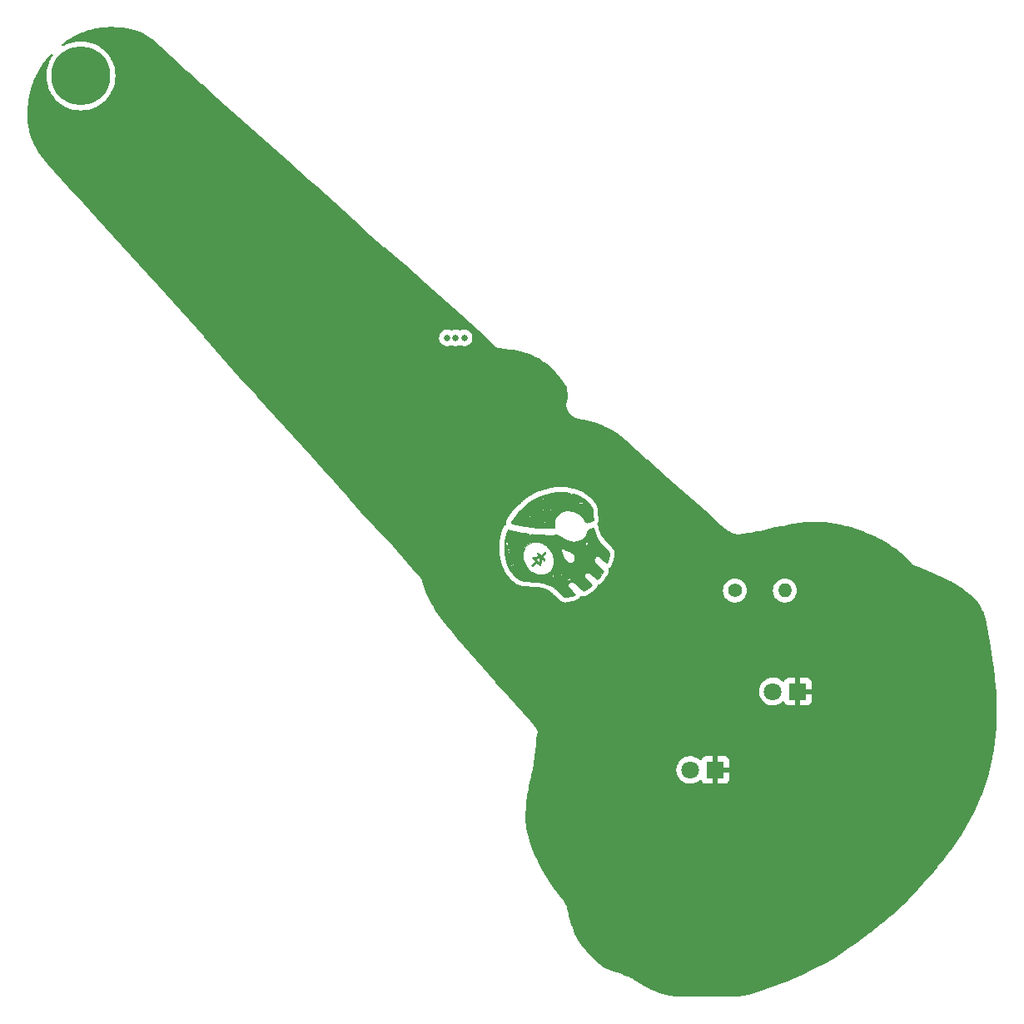
<source format=gbr>
%TF.GenerationSoftware,KiCad,Pcbnew,(6.0.1)*%
%TF.CreationDate,2022-06-23T19:42:34-05:00*%
%TF.ProjectId,torch-lts,746f7263-682d-46c7-9473-2e6b69636164,rev?*%
%TF.SameCoordinates,Original*%
%TF.FileFunction,Copper,L1,Top*%
%TF.FilePolarity,Positive*%
%FSLAX46Y46*%
G04 Gerber Fmt 4.6, Leading zero omitted, Abs format (unit mm)*
G04 Created by KiCad (PCBNEW (6.0.1)) date 2022-06-23 19:42:34*
%MOMM*%
%LPD*%
G01*
G04 APERTURE LIST*
%TA.AperFunction,EtchedComponent*%
%ADD10C,0.010000*%
%TD*%
%TA.AperFunction,ComponentPad*%
%ADD11C,6.000000*%
%TD*%
%TA.AperFunction,ComponentPad*%
%ADD12C,0.650000*%
%TD*%
%TA.AperFunction,ComponentPad*%
%ADD13C,1.400000*%
%TD*%
%TA.AperFunction,ComponentPad*%
%ADD14O,1.400000X1.400000*%
%TD*%
%TA.AperFunction,ComponentPad*%
%ADD15R,1.800000X1.800000*%
%TD*%
%TA.AperFunction,ComponentPad*%
%ADD16C,1.800000*%
%TD*%
%TA.AperFunction,ViaPad*%
%ADD17C,0.600000*%
%TD*%
G04 APERTURE END LIST*
D10*
%TO.C,G\u002A\u002A\u002A*%
X133747764Y-102348128D02*
X133792757Y-102356563D01*
X133792757Y-102356563D02*
X133898813Y-102379636D01*
X133898813Y-102379636D02*
X134050939Y-102414002D01*
X134050939Y-102414002D02*
X134234142Y-102456314D01*
X134234142Y-102456314D02*
X134269327Y-102464531D01*
X134269327Y-102464531D02*
X134508899Y-102516656D01*
X134508899Y-102516656D02*
X134790438Y-102571857D01*
X134790438Y-102571857D02*
X135078371Y-102623452D01*
X135078371Y-102623452D02*
X135330471Y-102663789D01*
X135330471Y-102663789D02*
X135553269Y-102697933D01*
X135553269Y-102697933D02*
X135708845Y-102725891D01*
X135708845Y-102725891D02*
X135807601Y-102750568D01*
X135807601Y-102750568D02*
X135859937Y-102774872D01*
X135859937Y-102774872D02*
X135876252Y-102801711D01*
X135876252Y-102801711D02*
X135874483Y-102815864D01*
X135874483Y-102815864D02*
X135881527Y-102884617D01*
X135881527Y-102884617D02*
X135923302Y-102951556D01*
X135923302Y-102951556D02*
X135978558Y-102992639D01*
X135978558Y-102992639D02*
X136024466Y-102985533D01*
X136024466Y-102985533D02*
X136068480Y-102893596D01*
X136068480Y-102893596D02*
X136055068Y-102803151D01*
X136055068Y-102803151D02*
X136078525Y-102785394D01*
X136078525Y-102785394D02*
X136162208Y-102780446D01*
X136162208Y-102780446D02*
X136289131Y-102789033D01*
X136289131Y-102789033D02*
X136314709Y-102792006D01*
X136314709Y-102792006D02*
X136594953Y-102820010D01*
X136594953Y-102820010D02*
X136930434Y-102843205D01*
X136930434Y-102843205D02*
X137298345Y-102860856D01*
X137298345Y-102860856D02*
X137675877Y-102872228D01*
X137675877Y-102872228D02*
X138040218Y-102876586D01*
X138040218Y-102876586D02*
X138368564Y-102873195D01*
X138368564Y-102873195D02*
X138579797Y-102864994D01*
X138579797Y-102864994D02*
X138725747Y-102859931D01*
X138725747Y-102859931D02*
X138825350Y-102871512D01*
X138825350Y-102871512D02*
X138910114Y-102909550D01*
X138910114Y-102909550D02*
X139011545Y-102983858D01*
X139011545Y-102983858D02*
X139043329Y-103009356D01*
X139043329Y-103009356D02*
X139401810Y-103261795D01*
X139401810Y-103261795D02*
X139758549Y-103440632D01*
X139758549Y-103440632D02*
X140110491Y-103545465D01*
X140110491Y-103545465D02*
X140454586Y-103575888D01*
X140454586Y-103575888D02*
X140787780Y-103531498D01*
X140787780Y-103531498D02*
X141107020Y-103411890D01*
X141107020Y-103411890D02*
X141286849Y-103306375D01*
X141286849Y-103306375D02*
X141503974Y-103120676D01*
X141503974Y-103120676D02*
X141664901Y-102889276D01*
X141664901Y-102889276D02*
X141776328Y-102602439D01*
X141776328Y-102602439D02*
X141779853Y-102589665D01*
X141779853Y-102589665D02*
X141841414Y-102363463D01*
X141841414Y-102363463D02*
X142152432Y-102252731D01*
X142152432Y-102252731D02*
X142463450Y-102142001D01*
X142463450Y-102142001D02*
X142520195Y-102368872D01*
X142520195Y-102368872D02*
X142605587Y-102674585D01*
X142605587Y-102674585D02*
X142702438Y-102940154D01*
X142702438Y-102940154D02*
X142820056Y-103180921D01*
X142820056Y-103180921D02*
X142967746Y-103412229D01*
X142967746Y-103412229D02*
X143154818Y-103649419D01*
X143154818Y-103649419D02*
X143390578Y-103907833D01*
X143390578Y-103907833D02*
X143555853Y-104076037D01*
X143555853Y-104076037D02*
X143762362Y-104286347D01*
X143762362Y-104286347D02*
X143913191Y-104449918D01*
X143913191Y-104449918D02*
X144011975Y-104570899D01*
X144011975Y-104570899D02*
X144062348Y-104653444D01*
X144062348Y-104653444D02*
X144063047Y-104655119D01*
X144063047Y-104655119D02*
X144081053Y-104727410D01*
X144081053Y-104727410D02*
X144079813Y-104822758D01*
X144079813Y-104822758D02*
X144057338Y-104955815D01*
X144057338Y-104955815D02*
X144011636Y-105141228D01*
X144011636Y-105141228D02*
X143982679Y-105246664D01*
X143982679Y-105246664D02*
X143930014Y-105428279D01*
X143930014Y-105428279D02*
X143882023Y-105582404D01*
X143882023Y-105582404D02*
X143843820Y-105693361D01*
X143843820Y-105693361D02*
X143820514Y-105745477D01*
X143820514Y-105745477D02*
X143819695Y-105746397D01*
X143819695Y-105746397D02*
X143781636Y-105738531D01*
X143781636Y-105738531D02*
X143699197Y-105679728D01*
X143699197Y-105679728D02*
X143569496Y-105567689D01*
X143569496Y-105567689D02*
X143407208Y-105416803D01*
X143407208Y-105416803D02*
X143247733Y-105267224D01*
X143247733Y-105267224D02*
X143131210Y-105163828D01*
X143131210Y-105163828D02*
X143045332Y-105097529D01*
X143045332Y-105097529D02*
X142977792Y-105059245D01*
X142977792Y-105059245D02*
X142916284Y-105039887D01*
X142916284Y-105039887D02*
X142890580Y-105035404D01*
X142890580Y-105035404D02*
X142744585Y-105048554D01*
X142744585Y-105048554D02*
X142714734Y-105066862D01*
X142714734Y-105066862D02*
X143088696Y-104692900D01*
X143088696Y-104692900D02*
X143120443Y-104696810D01*
X143120443Y-104696810D02*
X143172085Y-104666198D01*
X143172085Y-104666198D02*
X143180800Y-104599251D01*
X143180800Y-104599251D02*
X143173403Y-104579376D01*
X143173403Y-104579376D02*
X143133711Y-104566924D01*
X143133711Y-104566924D02*
X143093962Y-104593192D01*
X143093962Y-104593192D02*
X143057624Y-104656266D01*
X143057624Y-104656266D02*
X143088696Y-104692900D01*
X143088696Y-104692900D02*
X142714734Y-105066862D01*
X142714734Y-105066862D02*
X142623978Y-105122525D01*
X142623978Y-105122525D02*
X142541430Y-105241021D01*
X142541430Y-105241021D02*
X142509612Y-105387751D01*
X142509612Y-105387751D02*
X142525964Y-105504210D01*
X142525964Y-105504210D02*
X142550123Y-105566072D01*
X142550123Y-105566072D02*
X142591008Y-105633928D01*
X142591008Y-105633928D02*
X142657158Y-105718027D01*
X142657158Y-105718027D02*
X142757110Y-105828613D01*
X142757110Y-105828613D02*
X142899404Y-105975931D01*
X142899404Y-105975931D02*
X143023196Y-106100799D01*
X143023196Y-106100799D02*
X143478502Y-106557335D01*
X143478502Y-106557335D02*
X143264497Y-106895961D01*
X143264497Y-106895961D02*
X143160491Y-107052389D01*
X143160491Y-107052389D02*
X143056991Y-107194285D01*
X143056991Y-107194285D02*
X142969401Y-107301109D01*
X142969401Y-107301109D02*
X142932918Y-107338066D01*
X142932918Y-107338066D02*
X142815344Y-107441544D01*
X142815344Y-107441544D02*
X142468212Y-107096111D01*
X142468212Y-107096111D02*
X142315499Y-106946526D01*
X142315499Y-106946526D02*
X142202899Y-106843604D01*
X142202899Y-106843604D02*
X142117044Y-106777021D01*
X142117044Y-106777021D02*
X142044565Y-106736447D01*
X142044565Y-106736447D02*
X141972098Y-106711558D01*
X141972098Y-106711558D02*
X141969536Y-106710880D01*
X141969536Y-106710880D02*
X141807793Y-106699736D01*
X141807793Y-106699736D02*
X141672579Y-106748097D01*
X141672579Y-106748097D02*
X141577699Y-106844409D01*
X141577699Y-106844409D02*
X141536954Y-106977115D01*
X141536954Y-106977115D02*
X141543796Y-107067323D01*
X141543796Y-107067323D02*
X141565262Y-107130548D01*
X141565262Y-107130548D02*
X141609968Y-107205415D01*
X141609968Y-107205415D02*
X141686482Y-107303001D01*
X141686482Y-107303001D02*
X141803364Y-107434379D01*
X141803364Y-107434379D02*
X141941015Y-107581066D01*
X141941015Y-107581066D02*
X142312677Y-107971844D01*
X142312677Y-107971844D02*
X142195696Y-108084431D01*
X142195696Y-108084431D02*
X142095445Y-108169693D01*
X142095445Y-108169693D02*
X141963573Y-108267786D01*
X141963573Y-108267786D02*
X141876540Y-108326423D01*
X141876540Y-108326423D02*
X141743724Y-108410310D01*
X141743724Y-108410310D02*
X141617217Y-108488391D01*
X141617217Y-108488391D02*
X141552379Y-108527262D01*
X141552379Y-108527262D02*
X141430392Y-108598696D01*
X141430392Y-108598696D02*
X140957985Y-108158540D01*
X140957985Y-108158540D02*
X140769071Y-107984653D01*
X140769071Y-107984653D02*
X140624660Y-107857560D01*
X140624660Y-107857560D02*
X140513962Y-107768827D01*
X140513962Y-107768827D02*
X140426187Y-107710014D01*
X140426187Y-107710014D02*
X140350546Y-107672686D01*
X140350546Y-107672686D02*
X140324146Y-107662860D01*
X140324146Y-107662860D02*
X140214606Y-107633117D01*
X140214606Y-107633117D02*
X140137182Y-107643831D01*
X140137182Y-107643831D02*
X140053334Y-107702059D01*
X140053334Y-107702059D02*
X140037892Y-107715268D01*
X140037892Y-107715268D02*
X139935155Y-107822800D01*
X139935155Y-107822800D02*
X139883321Y-107930744D01*
X139883321Y-107930744D02*
X139884861Y-108047507D01*
X139884861Y-108047507D02*
X139942244Y-108181497D01*
X139942244Y-108181497D02*
X140057941Y-108341122D01*
X140057941Y-108341122D02*
X140234422Y-108534790D01*
X140234422Y-108534790D02*
X140297457Y-108598654D01*
X140297457Y-108598654D02*
X140631084Y-108932280D01*
X140631084Y-108932280D02*
X140526444Y-108979615D01*
X140526444Y-108979615D02*
X140397528Y-109029285D01*
X140397528Y-109029285D02*
X140233536Y-109080211D01*
X140233536Y-109080211D02*
X140052177Y-109128397D01*
X140052177Y-109128397D02*
X139871160Y-109169853D01*
X139871160Y-109169853D02*
X139708195Y-109200582D01*
X139708195Y-109200582D02*
X139580989Y-109216592D01*
X139580989Y-109216592D02*
X139507252Y-109213888D01*
X139507252Y-109213888D02*
X139500741Y-109210926D01*
X139500741Y-109210926D02*
X139451322Y-109170255D01*
X139451322Y-109170255D02*
X139356268Y-109084874D01*
X139356268Y-109084874D02*
X139226063Y-108964464D01*
X139226063Y-108964464D02*
X139071193Y-108818709D01*
X139071193Y-108818709D02*
X138934171Y-108687995D01*
X138934171Y-108687995D02*
X140310083Y-107312083D01*
X140310083Y-107312083D02*
X140345094Y-107330389D01*
X140345094Y-107330389D02*
X140433903Y-107342581D01*
X140433903Y-107342581D02*
X140490504Y-107344991D01*
X140490504Y-107344991D02*
X140629114Y-107339675D01*
X140629114Y-107339675D02*
X140699369Y-107319230D01*
X140699369Y-107319230D02*
X140696894Y-107284937D01*
X140696894Y-107284937D02*
X140696584Y-107284625D01*
X140696584Y-107284625D02*
X140648085Y-107272863D01*
X140648085Y-107272863D02*
X140556775Y-107271337D01*
X140556775Y-107271337D02*
X140451260Y-107278013D01*
X140451260Y-107278013D02*
X140360151Y-107290860D01*
X140360151Y-107290860D02*
X140312053Y-107307846D01*
X140312053Y-107307846D02*
X140310083Y-107312083D01*
X140310083Y-107312083D02*
X138934171Y-108687995D01*
X138934171Y-108687995D02*
X138928192Y-108682292D01*
X138928192Y-108682292D02*
X142399665Y-105210818D01*
X142399665Y-105210818D02*
X142414686Y-105217204D01*
X142414686Y-105217204D02*
X142465877Y-105218734D01*
X142465877Y-105218734D02*
X142471580Y-105215574D01*
X142471580Y-105215574D02*
X142462071Y-105182327D01*
X142462071Y-105182327D02*
X142456134Y-105175756D01*
X142456134Y-105175756D02*
X142408322Y-105170429D01*
X142408322Y-105170429D02*
X142399241Y-105177388D01*
X142399241Y-105177388D02*
X142399665Y-105210818D01*
X142399665Y-105210818D02*
X138928192Y-108682292D01*
X138928192Y-108682292D02*
X138925006Y-108679253D01*
X138925006Y-108679253D02*
X138741844Y-108504196D01*
X138741844Y-108504196D02*
X138716256Y-108480385D01*
X138716256Y-108480385D02*
X139729204Y-107467437D01*
X139729204Y-107467437D02*
X139797876Y-107488986D01*
X139797876Y-107488986D02*
X139920518Y-107489479D01*
X139920518Y-107489479D02*
X140036600Y-107482091D01*
X140036600Y-107482091D02*
X140096255Y-107468387D01*
X140096255Y-107468387D02*
X140121173Y-107439563D01*
X140121173Y-107439563D02*
X140129768Y-107404566D01*
X140129768Y-107404566D02*
X140126937Y-107370250D01*
X140126937Y-107370250D02*
X140293633Y-107203554D01*
X140293633Y-107203554D02*
X140313678Y-107203925D01*
X140313678Y-107203925D02*
X140332903Y-107186705D01*
X140332903Y-107186705D02*
X140368833Y-107121422D01*
X140368833Y-107121422D02*
X140369250Y-107093176D01*
X140369250Y-107093176D02*
X140344201Y-107047273D01*
X140344201Y-107047273D02*
X140316000Y-107070614D01*
X140316000Y-107070614D02*
X140298262Y-107139021D01*
X140298262Y-107139021D02*
X140293633Y-107203554D01*
X140293633Y-107203554D02*
X140126937Y-107370250D01*
X140126937Y-107370250D02*
X140121586Y-107305379D01*
X140121586Y-107305379D02*
X140063529Y-107249829D01*
X140063529Y-107249829D02*
X140026380Y-107246300D01*
X140026380Y-107246300D02*
X142276529Y-104996151D01*
X142276529Y-104996151D02*
X142304161Y-104996152D01*
X142304161Y-104996152D02*
X142304161Y-104968520D01*
X142304161Y-104968520D02*
X142276529Y-104968520D01*
X142276529Y-104968520D02*
X142276529Y-104996151D01*
X142276529Y-104996151D02*
X140026380Y-107246300D01*
X140026380Y-107246300D02*
X139972649Y-107241197D01*
X139972649Y-107241197D02*
X139865997Y-107282759D01*
X139865997Y-107282759D02*
X139794421Y-107340102D01*
X139794421Y-107340102D02*
X139729332Y-107419324D01*
X139729332Y-107419324D02*
X139729204Y-107467437D01*
X139729204Y-107467437D02*
X138716256Y-108480385D01*
X138716256Y-108480385D02*
X138600702Y-108372859D01*
X138600702Y-108372859D02*
X138589269Y-108362934D01*
X138589269Y-108362934D02*
X142533472Y-104418731D01*
X142533472Y-104418731D02*
X142554163Y-104413979D01*
X142554163Y-104413979D02*
X142566661Y-104402073D01*
X142566661Y-104402073D02*
X142572462Y-104354218D01*
X142572462Y-104354218D02*
X142566660Y-104346810D01*
X142566660Y-104346810D02*
X142567353Y-104301217D01*
X142567353Y-104301217D02*
X142594292Y-104263916D01*
X142594292Y-104263916D02*
X142622289Y-104201910D01*
X142622289Y-104201910D02*
X142589827Y-104156472D01*
X142589827Y-104156472D02*
X142514575Y-104146123D01*
X142514575Y-104146123D02*
X142487701Y-104152197D01*
X142487701Y-104152197D02*
X142437168Y-104179512D01*
X142437168Y-104179512D02*
X142436635Y-104231075D01*
X142436635Y-104231075D02*
X142463221Y-104293506D01*
X142463221Y-104293506D02*
X142508017Y-104383674D01*
X142508017Y-104383674D02*
X142533472Y-104418731D01*
X142533472Y-104418731D02*
X138589269Y-108362934D01*
X138589269Y-108362934D02*
X138524161Y-108306415D01*
X138524161Y-108306415D02*
X139292321Y-107538255D01*
X139292321Y-107538255D02*
X139319953Y-107538255D01*
X139319953Y-107538255D02*
X139319952Y-107510624D01*
X139319952Y-107510624D02*
X139292321Y-107510624D01*
X139292321Y-107510624D02*
X139292321Y-107538255D01*
X139292321Y-107538255D02*
X138524161Y-108306415D01*
X138524161Y-108306415D02*
X138487477Y-108274572D01*
X138487477Y-108274572D02*
X138388065Y-108198666D01*
X138388065Y-108198666D02*
X138288365Y-108134469D01*
X138288365Y-108134469D02*
X138195104Y-108082841D01*
X138195104Y-108082841D02*
X138656795Y-107621150D01*
X138656795Y-107621150D02*
X138684426Y-107621150D01*
X138684426Y-107621150D02*
X138684426Y-107593519D01*
X138684426Y-107593519D02*
X142193635Y-104084310D01*
X142193635Y-104084310D02*
X142221266Y-104084310D01*
X142221266Y-104084310D02*
X142221266Y-104056679D01*
X142221266Y-104056679D02*
X142193634Y-104056679D01*
X142193634Y-104056679D02*
X142193635Y-104084310D01*
X142193635Y-104084310D02*
X138684426Y-107593519D01*
X138684426Y-107593519D02*
X138656795Y-107593518D01*
X138656795Y-107593518D02*
X138656795Y-107621150D01*
X138656795Y-107621150D02*
X138195104Y-108082841D01*
X138195104Y-108082841D02*
X138174274Y-108071311D01*
X138174274Y-108071311D02*
X138122525Y-108044894D01*
X138122525Y-108044894D02*
X138684426Y-107482992D01*
X138684426Y-107482992D02*
X138712058Y-107482991D01*
X138712058Y-107482991D02*
X138712058Y-107479730D01*
X138712058Y-107479730D02*
X139663716Y-106528072D01*
X139663716Y-106528072D02*
X139711912Y-106536152D01*
X139711912Y-106536152D02*
X139720609Y-106529703D01*
X139720609Y-106529703D02*
X139738095Y-106493363D01*
X139738095Y-106493363D02*
X139736056Y-106489887D01*
X139736056Y-106489887D02*
X139693103Y-106485658D01*
X139693103Y-106485658D02*
X139679162Y-106488256D01*
X139679162Y-106488256D02*
X139655892Y-106515908D01*
X139655892Y-106515908D02*
X139663716Y-106528072D01*
X139663716Y-106528072D02*
X138712058Y-107479730D01*
X138712058Y-107479730D02*
X138712058Y-107455361D01*
X138712058Y-107455361D02*
X138684427Y-107455361D01*
X138684427Y-107455361D02*
X138684426Y-107482992D01*
X138684426Y-107482992D02*
X138122525Y-108044894D01*
X138122525Y-108044894D02*
X138031688Y-107998524D01*
X138031688Y-107998524D02*
X138031056Y-107998206D01*
X138031056Y-107998206D02*
X138504822Y-107524439D01*
X138504822Y-107524439D02*
X138537675Y-107537073D01*
X138537675Y-107537073D02*
X138541664Y-107524439D01*
X138541664Y-107524439D02*
X138528123Y-107507862D01*
X138528123Y-107507862D02*
X139075416Y-106960568D01*
X139075416Y-106960568D02*
X139101945Y-106978196D01*
X139101945Y-106978196D02*
X139168543Y-106986917D01*
X139168543Y-106986917D02*
X139230907Y-106954783D01*
X139230907Y-106954783D02*
X139267504Y-106902425D01*
X139267504Y-106902425D02*
X139256804Y-106850474D01*
X139256804Y-106850474D02*
X139245392Y-106840753D01*
X139245392Y-106840753D02*
X139180874Y-106836892D01*
X139180874Y-106836892D02*
X139113014Y-106871546D01*
X139113014Y-106871546D02*
X139061439Y-106923630D01*
X139061439Y-106923630D02*
X139075416Y-106960568D01*
X139075416Y-106960568D02*
X138528123Y-107507862D01*
X138528123Y-107507862D02*
X138512179Y-107488340D01*
X138512179Y-107488340D02*
X138504821Y-107487597D01*
X138504821Y-107487597D02*
X138492187Y-107507817D01*
X138492187Y-107507817D02*
X138504822Y-107524439D01*
X138504822Y-107524439D02*
X138031056Y-107998206D01*
X138031056Y-107998206D02*
X138012659Y-107988969D01*
X138012659Y-107988969D02*
X137759423Y-107871429D01*
X137759423Y-107871429D02*
X137585224Y-107807701D01*
X137585224Y-107807701D02*
X138276309Y-107116615D01*
X138276309Y-107116615D02*
X138313554Y-107142872D01*
X138313554Y-107142872D02*
X138379994Y-107109481D01*
X138379994Y-107109481D02*
X138431933Y-107037325D01*
X138431933Y-107037325D02*
X138444880Y-106947083D01*
X138444880Y-106947083D02*
X138439253Y-106933617D01*
X138439253Y-106933617D02*
X139060836Y-106312034D01*
X139060836Y-106312034D02*
X139102127Y-106316260D01*
X139102127Y-106316260D02*
X139136232Y-106273699D01*
X139136232Y-106273699D02*
X139141338Y-106214336D01*
X139141338Y-106214336D02*
X139138188Y-106205686D01*
X139138188Y-106205686D02*
X139098244Y-106157405D01*
X139098244Y-106157405D02*
X139088047Y-106154107D01*
X139088047Y-106154107D02*
X139689502Y-105552652D01*
X139689502Y-105552652D02*
X139832385Y-105655367D01*
X139832385Y-105655367D02*
X139942113Y-105700903D01*
X139942113Y-105700903D02*
X140134130Y-105728640D01*
X140134130Y-105728640D02*
X140304703Y-105688625D01*
X140304703Y-105688625D02*
X140441141Y-105589182D01*
X140441141Y-105589182D02*
X140530758Y-105438643D01*
X140530758Y-105438643D02*
X140559720Y-105295547D01*
X140559720Y-105295547D02*
X140559437Y-105113887D01*
X140559437Y-105113887D02*
X140554764Y-105092927D01*
X140554764Y-105092927D02*
X141699860Y-103947831D01*
X141699860Y-103947831D02*
X141729534Y-103971730D01*
X141729534Y-103971730D02*
X141767998Y-103946432D01*
X141767998Y-103946432D02*
X141825549Y-103869923D01*
X141825549Y-103869923D02*
X141884845Y-103756399D01*
X141884845Y-103756399D02*
X141914873Y-103644728D01*
X141914873Y-103644728D02*
X141915784Y-103627563D01*
X141915784Y-103627563D02*
X141915784Y-103515825D01*
X141915784Y-103515825D02*
X141781397Y-103558599D01*
X141781397Y-103558599D02*
X141689400Y-103593908D01*
X141689400Y-103593908D02*
X141645741Y-103638013D01*
X141645741Y-103638013D02*
X141623921Y-103712229D01*
X141623921Y-103712229D02*
X141617154Y-103804219D01*
X141617154Y-103804219D02*
X141632618Y-103859101D01*
X141632618Y-103859101D02*
X141682831Y-103923475D01*
X141682831Y-103923475D02*
X141699860Y-103947831D01*
X141699860Y-103947831D02*
X140554764Y-105092927D01*
X140554764Y-105092927D02*
X140526491Y-104966116D01*
X140526491Y-104966116D02*
X140452122Y-104841649D01*
X140452122Y-104841649D02*
X140388299Y-104784383D01*
X140388299Y-104784383D02*
X141668635Y-103504047D01*
X141668635Y-103504047D02*
X141696267Y-103504048D01*
X141696267Y-103504048D02*
X141696266Y-103476416D01*
X141696266Y-103476416D02*
X141668635Y-103476416D01*
X141668635Y-103476416D02*
X141668635Y-103504047D01*
X141668635Y-103504047D02*
X140388299Y-104784383D01*
X140388299Y-104784383D02*
X140327574Y-104729900D01*
X140327574Y-104729900D02*
X140144091Y-104620286D01*
X140144091Y-104620286D02*
X139909256Y-104509387D01*
X139909256Y-104509387D02*
X139688968Y-104413534D01*
X139688968Y-104413534D02*
X139528151Y-104346958D01*
X139528151Y-104346958D02*
X139415333Y-104306148D01*
X139415333Y-104306148D02*
X139339045Y-104287591D01*
X139339045Y-104287591D02*
X139287814Y-104287772D01*
X139287814Y-104287772D02*
X139250171Y-104303180D01*
X139250171Y-104303180D02*
X139245642Y-104306142D01*
X139245642Y-104306142D02*
X139194132Y-104379812D01*
X139194132Y-104379812D02*
X139188010Y-104502749D01*
X139188010Y-104502749D02*
X139227970Y-104678083D01*
X139227970Y-104678083D02*
X139314703Y-104908947D01*
X139314703Y-104908947D02*
X139438521Y-105177394D01*
X139438521Y-105177394D02*
X139562266Y-105397540D01*
X139562266Y-105397540D02*
X139689502Y-105552652D01*
X139689502Y-105552652D02*
X139088047Y-106154107D01*
X139088047Y-106154107D02*
X139081756Y-106152072D01*
X139081756Y-106152072D02*
X139052225Y-106183463D01*
X139052225Y-106183463D02*
X139042070Y-106249355D01*
X139042070Y-106249355D02*
X139056838Y-106307332D01*
X139056838Y-106307332D02*
X139060836Y-106312034D01*
X139060836Y-106312034D02*
X138439253Y-106933617D01*
X138439253Y-106933617D02*
X138419602Y-106886589D01*
X138419602Y-106886589D02*
X138368136Y-106878374D01*
X138368136Y-106878374D02*
X138311517Y-106921098D01*
X138311517Y-106921098D02*
X138273817Y-106993218D01*
X138273817Y-106993218D02*
X138269573Y-107020867D01*
X138269573Y-107020867D02*
X138276309Y-107116615D01*
X138276309Y-107116615D02*
X137585224Y-107807701D01*
X137585224Y-107807701D02*
X137521032Y-107784218D01*
X137521032Y-107784218D02*
X137275204Y-107721880D01*
X137275204Y-107721880D02*
X137261049Y-107719675D01*
X137261049Y-107719675D02*
X138702842Y-106277881D01*
X138702842Y-106277881D02*
X138714249Y-106285713D01*
X138714249Y-106285713D02*
X138756889Y-106291451D01*
X138756889Y-106291451D02*
X138837789Y-106288141D01*
X138837789Y-106288141D02*
X138872021Y-106273031D01*
X138872021Y-106273031D02*
X138886062Y-106248127D01*
X138886062Y-106248127D02*
X138881542Y-106247871D01*
X138881542Y-106247871D02*
X138832118Y-106256024D01*
X138832118Y-106256024D02*
X138766411Y-106266293D01*
X138766411Y-106266293D02*
X138702842Y-106277881D01*
X138702842Y-106277881D02*
X137261049Y-107719675D01*
X137261049Y-107719675D02*
X137116341Y-107697131D01*
X137116341Y-107697131D02*
X137316664Y-107496808D01*
X137316664Y-107496808D02*
X137349518Y-107509441D01*
X137349518Y-107509441D02*
X137353507Y-107496808D01*
X137353507Y-107496808D02*
X137324021Y-107460708D01*
X137324021Y-107460708D02*
X137316664Y-107459966D01*
X137316664Y-107459966D02*
X137304030Y-107480186D01*
X137304030Y-107480186D02*
X137316664Y-107496808D01*
X137316664Y-107496808D02*
X137116341Y-107697131D01*
X137116341Y-107697131D02*
X136999659Y-107678953D01*
X136999659Y-107678953D02*
X136951652Y-107674706D01*
X136951652Y-107674706D02*
X138911972Y-105714387D01*
X138911972Y-105714387D02*
X138956950Y-105745708D01*
X138956950Y-105745708D02*
X138973055Y-105746810D01*
X138973055Y-105746810D02*
X139013088Y-105717953D01*
X139013088Y-105717953D02*
X139013010Y-105662019D01*
X139013010Y-105662019D02*
X139000558Y-105643863D01*
X139000558Y-105643863D02*
X138955079Y-105643192D01*
X138955079Y-105643192D02*
X138933111Y-105659309D01*
X138933111Y-105659309D02*
X138911972Y-105714387D01*
X138911972Y-105714387D02*
X136951652Y-107674706D01*
X136951652Y-107674706D02*
X136672113Y-107649978D01*
X136672113Y-107649978D02*
X136614503Y-107646338D01*
X136614503Y-107646338D02*
X136708770Y-107552071D01*
X136708770Y-107552071D02*
X136755665Y-107554204D01*
X136755665Y-107554204D02*
X136777849Y-107538255D01*
X136777849Y-107538255D02*
X136799701Y-107486564D01*
X136799701Y-107486564D02*
X136791665Y-107469176D01*
X136791665Y-107469176D02*
X136744770Y-107467043D01*
X136744770Y-107467043D02*
X136722586Y-107482992D01*
X136722586Y-107482992D02*
X136700735Y-107534684D01*
X136700735Y-107534684D02*
X136708770Y-107552071D01*
X136708770Y-107552071D02*
X136614503Y-107646338D01*
X136614503Y-107646338D02*
X136212953Y-107621842D01*
X136212953Y-107621842D02*
X135880368Y-107599738D01*
X135880368Y-107599738D02*
X135837452Y-107596228D01*
X135837452Y-107596228D02*
X136079455Y-107354225D01*
X136079455Y-107354225D02*
X136126176Y-107340357D01*
X136126176Y-107340357D02*
X136166432Y-107294601D01*
X136166432Y-107294601D02*
X136228981Y-107228507D01*
X136228981Y-107228507D02*
X136282981Y-107207269D01*
X136282981Y-107207269D02*
X136283300Y-107207342D01*
X136283300Y-107207342D02*
X136329120Y-107209636D01*
X136329120Y-107209636D02*
X136306991Y-107179985D01*
X136306991Y-107179985D02*
X136219236Y-107120651D01*
X136219236Y-107120651D02*
X136190260Y-107103477D01*
X136190260Y-107103477D02*
X136252850Y-107040887D01*
X136252850Y-107040887D02*
X136280481Y-107040887D01*
X136280481Y-107040887D02*
X136280481Y-107013255D01*
X136280481Y-107013255D02*
X136252850Y-107013256D01*
X136252850Y-107013256D02*
X136252850Y-107040887D01*
X136252850Y-107040887D02*
X136190260Y-107103477D01*
X136190260Y-107103477D02*
X136155561Y-107082913D01*
X136155561Y-107082913D02*
X136081059Y-107043626D01*
X136081059Y-107043626D02*
X136140693Y-106983993D01*
X136140693Y-106983993D02*
X136192925Y-107007373D01*
X136192925Y-107007373D02*
X136211403Y-106999440D01*
X136211403Y-106999440D02*
X136218411Y-106952767D01*
X136218411Y-106952767D02*
X136213033Y-106945807D01*
X136213033Y-106945807D02*
X136155526Y-106928471D01*
X136155526Y-106928471D02*
X136142323Y-106930361D01*
X136142323Y-106930361D02*
X136124932Y-106960280D01*
X136124932Y-106960280D02*
X136140693Y-106983993D01*
X136140693Y-106983993D02*
X136081059Y-107043626D01*
X136081059Y-107043626D02*
X136063639Y-107034441D01*
X136063639Y-107034441D02*
X136030962Y-107028507D01*
X136030962Y-107028507D02*
X136047834Y-107053194D01*
X136047834Y-107053194D02*
X136091600Y-107148630D01*
X136091600Y-107148630D02*
X136082295Y-107212153D01*
X136082295Y-107212153D02*
X136061253Y-107307987D01*
X136061253Y-107307987D02*
X136079455Y-107354225D01*
X136079455Y-107354225D02*
X135837452Y-107596228D01*
X135837452Y-107596228D02*
X135607720Y-107577446D01*
X135607720Y-107577446D02*
X135448736Y-107559475D01*
X135448736Y-107559475D02*
X135787719Y-107220492D01*
X135787719Y-107220492D02*
X135807939Y-107233126D01*
X135807939Y-107233126D02*
X135824561Y-107220492D01*
X135824561Y-107220492D02*
X135837195Y-107187638D01*
X135837195Y-107187638D02*
X135824561Y-107183651D01*
X135824561Y-107183651D02*
X135788461Y-107213135D01*
X135788461Y-107213135D02*
X135787719Y-107220492D01*
X135787719Y-107220492D02*
X135448736Y-107559475D01*
X135448736Y-107559475D02*
X135385978Y-107552382D01*
X135385978Y-107552382D02*
X135311797Y-107539836D01*
X135311797Y-107539836D02*
X135893639Y-106957993D01*
X135893639Y-106957993D02*
X135921271Y-106957992D01*
X135921271Y-106957992D02*
X135921271Y-106930361D01*
X135921271Y-106930361D02*
X135893639Y-106930361D01*
X135893639Y-106930361D02*
X135893639Y-106957993D01*
X135893639Y-106957993D02*
X135311797Y-107539836D01*
X135311797Y-107539836D02*
X135206114Y-107521964D01*
X135206114Y-107521964D02*
X135059097Y-107483610D01*
X135059097Y-107483610D02*
X134935898Y-107434738D01*
X134935898Y-107434738D02*
X134827487Y-107372764D01*
X134827487Y-107372764D02*
X134822248Y-107368801D01*
X134822248Y-107368801D02*
X135841210Y-106349839D01*
X135841210Y-106349839D02*
X136141574Y-106605748D01*
X136141574Y-106605748D02*
X136247102Y-106675348D01*
X136247102Y-106675348D02*
X136503923Y-106811723D01*
X136503923Y-106811723D02*
X136753980Y-106891813D01*
X136753980Y-106891813D02*
X137031413Y-106925933D01*
X137031413Y-106925933D02*
X137083057Y-106927884D01*
X137083057Y-106927884D02*
X137413387Y-106903966D01*
X137413387Y-106903966D02*
X137703720Y-106812926D01*
X137703720Y-106812926D02*
X137953487Y-106655121D01*
X137953487Y-106655121D02*
X138162120Y-106430910D01*
X138162120Y-106430910D02*
X138326429Y-106146431D01*
X138326429Y-106146431D02*
X138402202Y-105898645D01*
X138402202Y-105898645D02*
X138426431Y-105640990D01*
X138426431Y-105640990D02*
X138822585Y-105244836D01*
X138822585Y-105244836D02*
X138850215Y-105244836D01*
X138850215Y-105244836D02*
X138850216Y-105217204D01*
X138850216Y-105217204D02*
X138822584Y-105217204D01*
X138822584Y-105217204D02*
X138822585Y-105244836D01*
X138822585Y-105244836D02*
X138426431Y-105640990D01*
X138426431Y-105640990D02*
X138429345Y-105610002D01*
X138429345Y-105610002D02*
X138409653Y-105299357D01*
X138409653Y-105299357D02*
X138344921Y-104985560D01*
X138344921Y-104985560D02*
X138236950Y-104687462D01*
X138236950Y-104687462D02*
X138175768Y-104565338D01*
X138175768Y-104565338D02*
X137991256Y-104296245D01*
X137991256Y-104296245D02*
X137753814Y-104049857D01*
X137753814Y-104049857D02*
X137480997Y-103839817D01*
X137480997Y-103839817D02*
X137190363Y-103679762D01*
X137190363Y-103679762D02*
X136916648Y-103587088D01*
X136916648Y-103587088D02*
X136589715Y-103548936D01*
X136589715Y-103548936D02*
X136283211Y-103581906D01*
X136283211Y-103581906D02*
X136004227Y-103680111D01*
X136004227Y-103680111D02*
X135759852Y-103837665D01*
X135759852Y-103837665D02*
X135557175Y-104048684D01*
X135557175Y-104048684D02*
X135403286Y-104307282D01*
X135403286Y-104307282D02*
X135305274Y-104607571D01*
X135305274Y-104607571D02*
X135270229Y-104943668D01*
X135270229Y-104943668D02*
X135270223Y-104953967D01*
X135270223Y-104953967D02*
X135308981Y-105342172D01*
X135308981Y-105342172D02*
X135420204Y-105709751D01*
X135420204Y-105709751D02*
X135599183Y-106048406D01*
X135599183Y-106048406D02*
X135841210Y-106349839D01*
X135841210Y-106349839D02*
X134822248Y-107368801D01*
X134822248Y-107368801D02*
X134724834Y-107295108D01*
X134724834Y-107295108D02*
X134651885Y-107229044D01*
X134651885Y-107229044D02*
X134890063Y-106990866D01*
X134890063Y-106990866D02*
X134895642Y-106988885D01*
X134895642Y-106988885D02*
X134901406Y-106944217D01*
X134901406Y-106944217D02*
X134899299Y-106932555D01*
X134899299Y-106932555D02*
X135396319Y-106435535D01*
X135396319Y-106435535D02*
X135460178Y-106493507D01*
X135460178Y-106493507D02*
X135525243Y-106535932D01*
X135525243Y-106535932D02*
X135563592Y-106541987D01*
X135563592Y-106541987D02*
X135543968Y-106512596D01*
X135543968Y-106512596D02*
X135483566Y-106450561D01*
X135483566Y-106450561D02*
X135458122Y-106426612D01*
X135458122Y-106426612D02*
X135384515Y-106367147D01*
X135384515Y-106367147D02*
X135358736Y-106368675D01*
X135358736Y-106368675D02*
X135361042Y-106383445D01*
X135361042Y-106383445D02*
X135396319Y-106435535D01*
X135396319Y-106435535D02*
X134899299Y-106932555D01*
X134899299Y-106932555D02*
X134898903Y-106930361D01*
X134898903Y-106930361D02*
X134880112Y-106897487D01*
X134880112Y-106897487D02*
X134874534Y-106899468D01*
X134874534Y-106899468D02*
X134868769Y-106944136D01*
X134868769Y-106944136D02*
X134871272Y-106957993D01*
X134871272Y-106957993D02*
X134890063Y-106990866D01*
X134890063Y-106990866D02*
X134651885Y-107229044D01*
X134651885Y-107229044D02*
X134618911Y-107199184D01*
X134618911Y-107199184D02*
X134500687Y-107082413D01*
X134500687Y-107082413D02*
X134444361Y-107025693D01*
X134444361Y-107025693D02*
X134288266Y-106867048D01*
X134288266Y-106867048D02*
X134226799Y-106801150D01*
X134226799Y-106801150D02*
X134622587Y-106405361D01*
X134622587Y-106405361D02*
X134650220Y-106405361D01*
X134650220Y-106405361D02*
X134650219Y-106377730D01*
X134650219Y-106377730D02*
X134622588Y-106377730D01*
X134622588Y-106377730D02*
X134664035Y-106336283D01*
X134664035Y-106336283D02*
X134710930Y-106338416D01*
X134710930Y-106338416D02*
X134733115Y-106322467D01*
X134733115Y-106322467D02*
X134754965Y-106270775D01*
X134754965Y-106270775D02*
X134746930Y-106253388D01*
X134746930Y-106253388D02*
X134712730Y-106251831D01*
X134712730Y-106251831D02*
X135161459Y-105803102D01*
X135161459Y-105803102D02*
X135213567Y-105830162D01*
X135213567Y-105830162D02*
X135227834Y-105833666D01*
X135227834Y-105833666D02*
X135291897Y-105843832D01*
X135291897Y-105843832D02*
X135298525Y-105814968D01*
X135298525Y-105814968D02*
X135283415Y-105772640D01*
X135283415Y-105772640D02*
X135247781Y-105708419D01*
X135247781Y-105708419D02*
X135224047Y-105691546D01*
X135224047Y-105691546D02*
X135185857Y-105722099D01*
X135185857Y-105722099D02*
X135168465Y-105752572D01*
X135168465Y-105752572D02*
X135161459Y-105803102D01*
X135161459Y-105803102D02*
X134712730Y-106251831D01*
X134712730Y-106251831D02*
X134700035Y-106251254D01*
X134700035Y-106251254D02*
X134677851Y-106267203D01*
X134677851Y-106267203D02*
X134656000Y-106318895D01*
X134656000Y-106318895D02*
X134664035Y-106336283D01*
X134664035Y-106336283D02*
X134622588Y-106377730D01*
X134622588Y-106377730D02*
X134622587Y-106405361D01*
X134622587Y-106405361D02*
X134226799Y-106801150D01*
X134226799Y-106801150D02*
X134174476Y-106745053D01*
X134174476Y-106745053D02*
X134161074Y-106728718D01*
X134161074Y-106728718D02*
X134940351Y-105949441D01*
X134940351Y-105949441D02*
X134987023Y-105956449D01*
X134987023Y-105956449D02*
X134993983Y-105951071D01*
X134993983Y-105951071D02*
X135011320Y-105893564D01*
X135011320Y-105893564D02*
X135009430Y-105880362D01*
X135009430Y-105880362D02*
X134979510Y-105862970D01*
X134979510Y-105862970D02*
X134955797Y-105878731D01*
X134955797Y-105878731D02*
X134932417Y-105930963D01*
X134932417Y-105930963D02*
X134940351Y-105949441D01*
X134940351Y-105949441D02*
X134161074Y-106728718D01*
X134161074Y-106728718D02*
X134089574Y-106641564D01*
X134089574Y-106641564D02*
X134020139Y-106538430D01*
X134020139Y-106538430D02*
X133952755Y-106417507D01*
X133952755Y-106417507D02*
X133874002Y-106260645D01*
X133874002Y-106260645D02*
X133864775Y-106241856D01*
X133864775Y-106241856D02*
X133861650Y-106235213D01*
X133861650Y-106235213D02*
X133991256Y-106105608D01*
X133991256Y-106105608D02*
X134036401Y-106120984D01*
X134036401Y-106120984D02*
X134089058Y-106069462D01*
X134089058Y-106069462D02*
X134094767Y-106061214D01*
X134094767Y-106061214D02*
X134172352Y-105990018D01*
X134172352Y-105990018D02*
X134231678Y-105973125D01*
X134231678Y-105973125D02*
X134323498Y-105953615D01*
X134323498Y-105953615D02*
X134348559Y-105894456D01*
X134348559Y-105894456D02*
X134345809Y-105878404D01*
X134345809Y-105878404D02*
X134303299Y-105835209D01*
X134303299Y-105835209D02*
X134232624Y-105827782D01*
X134232624Y-105827782D02*
X134176483Y-105858914D01*
X134176483Y-105858914D02*
X134171974Y-105867040D01*
X134171974Y-105867040D02*
X134120224Y-105903951D01*
X134120224Y-105903951D02*
X134073320Y-105908306D01*
X134073320Y-105908306D02*
X134072683Y-105908528D01*
X134072683Y-105908528D02*
X134458429Y-105522783D01*
X134458429Y-105522783D02*
X134497299Y-105551162D01*
X134497299Y-105551162D02*
X134526176Y-105525153D01*
X134526176Y-105525153D02*
X134548727Y-105478032D01*
X134548727Y-105478032D02*
X134554031Y-105425920D01*
X134554031Y-105425920D02*
X134506713Y-105410128D01*
X134506713Y-105410128D02*
X134439801Y-105428269D01*
X134439801Y-105428269D02*
X134431410Y-105483163D01*
X134431410Y-105483163D02*
X134458429Y-105522783D01*
X134458429Y-105522783D02*
X134072683Y-105908528D01*
X134072683Y-105908528D02*
X134002516Y-105933088D01*
X134002516Y-105933088D02*
X133964236Y-106000894D01*
X133964236Y-106000894D02*
X133972132Y-106078912D01*
X133972132Y-106078912D02*
X133991256Y-106105608D01*
X133991256Y-106105608D02*
X133861650Y-106235213D01*
X133861650Y-106235213D02*
X133773870Y-106048579D01*
X133773870Y-106048579D02*
X133686277Y-105848497D01*
X133686277Y-105848497D02*
X133620330Y-105685252D01*
X133620330Y-105685252D02*
X134433772Y-104871810D01*
X134433772Y-104871810D02*
X134453992Y-104884444D01*
X134453992Y-104884444D02*
X134470614Y-104871810D01*
X134470614Y-104871810D02*
X134483248Y-104838956D01*
X134483248Y-104838956D02*
X134470615Y-104834968D01*
X134470615Y-104834968D02*
X134434515Y-104864453D01*
X134434515Y-104864453D02*
X134433772Y-104871810D01*
X134433772Y-104871810D02*
X133620330Y-105685252D01*
X133620330Y-105685252D02*
X133614437Y-105670665D01*
X133614437Y-105670665D02*
X133583153Y-105584005D01*
X133583153Y-105584005D02*
X133550662Y-105460182D01*
X133550662Y-105460182D02*
X135824560Y-103186285D01*
X135824560Y-103186285D02*
X135857414Y-103198919D01*
X135857414Y-103198919D02*
X135861402Y-103186285D01*
X135861402Y-103186285D02*
X135831917Y-103150186D01*
X135831917Y-103150186D02*
X135824560Y-103149443D01*
X135824560Y-103149443D02*
X135811926Y-103169663D01*
X135811926Y-103169663D02*
X135824560Y-103186285D01*
X135824560Y-103186285D02*
X133550662Y-105460182D01*
X133550662Y-105460182D02*
X133497104Y-105256067D01*
X133497104Y-105256067D02*
X133459513Y-105020721D01*
X133459513Y-105020721D02*
X133790835Y-104689399D01*
X133790835Y-104689399D02*
X133817920Y-104667439D01*
X133817920Y-104667439D02*
X133880459Y-104607714D01*
X133880459Y-104607714D02*
X133903595Y-104584763D01*
X133903595Y-104584763D02*
X133967584Y-104512548D01*
X133967584Y-104512548D02*
X133973789Y-104477673D01*
X133973789Y-104477673D02*
X133950944Y-104470363D01*
X133950944Y-104470363D02*
X133884139Y-104492841D01*
X133884139Y-104492841D02*
X133867021Y-104515351D01*
X133867021Y-104515351D02*
X133818587Y-104554758D01*
X133818587Y-104554758D02*
X133796373Y-104554692D01*
X133796373Y-104554692D02*
X133762685Y-104523824D01*
X133762685Y-104523824D02*
X133783449Y-104474737D01*
X133783449Y-104474737D02*
X133844254Y-104426167D01*
X133844254Y-104426167D02*
X133915795Y-104399459D01*
X133915795Y-104399459D02*
X133987381Y-104375487D01*
X133987381Y-104375487D02*
X134004060Y-104350088D01*
X134004060Y-104350088D02*
X134003145Y-104349078D01*
X134003145Y-104349078D02*
X133944753Y-104330620D01*
X133944753Y-104330620D02*
X133935996Y-104332003D01*
X133935996Y-104332003D02*
X133885962Y-104310561D01*
X133885962Y-104310561D02*
X133854693Y-104271887D01*
X133854693Y-104271887D02*
X133813876Y-104230459D01*
X133813876Y-104230459D02*
X133762261Y-104254859D01*
X133762261Y-104254859D02*
X133742973Y-104273136D01*
X133742973Y-104273136D02*
X133659468Y-104321468D01*
X133659468Y-104321468D02*
X133592599Y-104326800D01*
X133592599Y-104326800D02*
X133536985Y-104316511D01*
X133536985Y-104316511D02*
X133551644Y-104329574D01*
X133551644Y-104329574D02*
X133575869Y-104342556D01*
X133575869Y-104342556D02*
X133631022Y-104396871D01*
X133631022Y-104396871D02*
X133693436Y-104493002D01*
X133693436Y-104493002D02*
X133712680Y-104530456D01*
X133712680Y-104530456D02*
X133758297Y-104624907D01*
X133758297Y-104624907D02*
X133786748Y-104682091D01*
X133786748Y-104682091D02*
X133790835Y-104689399D01*
X133790835Y-104689399D02*
X133459513Y-105020721D01*
X133459513Y-105020721D02*
X133436344Y-104875664D01*
X133436344Y-104875664D02*
X133402276Y-104464744D01*
X133402276Y-104464744D02*
X133399549Y-104273344D01*
X133399549Y-104273344D02*
X133644982Y-104027911D01*
X133644982Y-104027911D02*
X133676045Y-104000222D01*
X133676045Y-104000222D02*
X133700901Y-103944208D01*
X133700901Y-103944208D02*
X134952726Y-102692383D01*
X134952726Y-102692383D02*
X134974891Y-102701102D01*
X134974891Y-102701102D02*
X135032376Y-102702943D01*
X135032376Y-102702943D02*
X135042286Y-102680864D01*
X135042286Y-102680864D02*
X135038692Y-102676732D01*
X135038692Y-102676732D02*
X134995694Y-102672987D01*
X134995694Y-102672987D02*
X134974890Y-102676732D01*
X134974890Y-102676732D02*
X134952726Y-102692383D01*
X134952726Y-102692383D02*
X133700901Y-103944208D01*
X133700901Y-103944208D02*
X133718362Y-103904861D01*
X133718362Y-103904861D02*
X133732109Y-103865480D01*
X133732109Y-103865480D02*
X133748998Y-103765336D01*
X133748998Y-103765336D02*
X133732691Y-103692684D01*
X133732691Y-103692684D02*
X133728065Y-103687155D01*
X133728065Y-103687155D02*
X133715474Y-103665109D01*
X133715474Y-103665109D02*
X134733114Y-102647469D01*
X134733114Y-102647469D02*
X134760745Y-102647470D01*
X134760745Y-102647470D02*
X134760745Y-102619838D01*
X134760745Y-102619838D02*
X134733114Y-102619838D01*
X134733114Y-102619838D02*
X134733114Y-102647469D01*
X134733114Y-102647469D02*
X133715474Y-103665109D01*
X133715474Y-103665109D02*
X133685678Y-103612930D01*
X133685678Y-103612930D02*
X133680351Y-103580725D01*
X133680351Y-103580725D02*
X133659947Y-103552683D01*
X133659947Y-103552683D02*
X133594151Y-103580087D01*
X133594151Y-103580087D02*
X133570657Y-103595138D01*
X133570657Y-103595138D02*
X133488845Y-103682084D01*
X133488845Y-103682084D02*
X133474571Y-103776732D01*
X133474571Y-103776732D02*
X133528888Y-103860259D01*
X133528888Y-103860259D02*
X133554855Y-103878116D01*
X133554855Y-103878116D02*
X133614612Y-103941787D01*
X133614612Y-103941787D02*
X133628782Y-103983794D01*
X133628782Y-103983794D02*
X133644982Y-104027911D01*
X133644982Y-104027911D02*
X133399549Y-104273344D01*
X133399549Y-104273344D02*
X133396299Y-104045257D01*
X133396299Y-104045257D02*
X133419816Y-103639151D01*
X133419816Y-103639151D02*
X133445686Y-103430392D01*
X133445686Y-103430392D02*
X133450141Y-103405442D01*
X133450141Y-103405442D02*
X133669299Y-103186285D01*
X133669299Y-103186285D02*
X133705640Y-103203770D01*
X133705640Y-103203770D02*
X133709115Y-103201731D01*
X133709115Y-103201731D02*
X133713344Y-103158778D01*
X133713344Y-103158778D02*
X133710746Y-103144837D01*
X133710746Y-103144837D02*
X133683093Y-103121567D01*
X133683093Y-103121567D02*
X133670930Y-103129392D01*
X133670930Y-103129392D02*
X133662850Y-103177587D01*
X133662850Y-103177587D02*
X133669299Y-103186285D01*
X133669299Y-103186285D02*
X133450141Y-103405442D01*
X133450141Y-103405442D02*
X133475466Y-103263627D01*
X133475466Y-103263627D02*
X133516235Y-103076132D01*
X133516235Y-103076132D02*
X133563783Y-102882988D01*
X133563783Y-102882988D02*
X133613900Y-102699274D01*
X133613900Y-102699274D02*
X133662381Y-102540069D01*
X133662381Y-102540069D02*
X133705012Y-102420452D01*
X133705012Y-102420452D02*
X133737589Y-102355503D01*
X133737589Y-102355503D02*
X133747764Y-102348128D01*
X133747764Y-102348128D02*
X133747764Y-102348128D01*
G36*
X138925006Y-108679253D02*
G01*
X138741844Y-108504196D01*
X138716256Y-108480385D01*
X138600702Y-108372859D01*
X138589269Y-108362934D01*
X138524161Y-108306415D01*
X138487477Y-108274572D01*
X138388065Y-108198666D01*
X138288365Y-108134469D01*
X138195104Y-108082841D01*
X138174274Y-108071311D01*
X138122525Y-108044894D01*
X138031688Y-107998524D01*
X138031056Y-107998206D01*
X138012659Y-107988969D01*
X137759423Y-107871429D01*
X137585224Y-107807701D01*
X137521032Y-107784218D01*
X137275204Y-107721880D01*
X137261049Y-107719675D01*
X137116341Y-107697131D01*
X136999659Y-107678953D01*
X136951652Y-107674706D01*
X136672113Y-107649978D01*
X136614503Y-107646338D01*
X136212953Y-107621842D01*
X135880368Y-107599738D01*
X135837452Y-107596228D01*
X135804305Y-107593518D01*
X138656795Y-107593518D01*
X138656795Y-107621150D01*
X138684426Y-107621150D01*
X138684426Y-107593519D01*
X138656795Y-107593518D01*
X135804305Y-107593518D01*
X135607720Y-107577446D01*
X135448736Y-107559475D01*
X135385978Y-107552382D01*
X135311797Y-107539836D01*
X135281332Y-107534684D01*
X136700735Y-107534684D01*
X136708770Y-107552071D01*
X136755665Y-107554204D01*
X136777849Y-107538255D01*
X139292321Y-107538255D01*
X139319953Y-107538255D01*
X139319952Y-107510624D01*
X139292321Y-107510624D01*
X139292321Y-107538255D01*
X136777849Y-107538255D01*
X136799701Y-107486564D01*
X136796753Y-107480186D01*
X137304030Y-107480186D01*
X137316664Y-107496808D01*
X137349518Y-107509441D01*
X137350031Y-107507817D01*
X138492187Y-107507817D01*
X138504822Y-107524439D01*
X138537675Y-107537073D01*
X138541664Y-107524439D01*
X138528123Y-107507862D01*
X138512179Y-107488340D01*
X138504821Y-107487597D01*
X138492187Y-107507817D01*
X137350031Y-107507817D01*
X137353507Y-107496808D01*
X137342222Y-107482992D01*
X138684426Y-107482992D01*
X138712058Y-107482991D01*
X138712058Y-107467437D01*
X139729204Y-107467437D01*
X139797876Y-107488986D01*
X139920518Y-107489479D01*
X140036600Y-107482091D01*
X140096255Y-107468387D01*
X140121173Y-107439563D01*
X140129768Y-107404566D01*
X140126937Y-107370250D01*
X140122139Y-107312083D01*
X140310083Y-107312083D01*
X140345094Y-107330389D01*
X140433903Y-107342581D01*
X140490504Y-107344991D01*
X140629114Y-107339675D01*
X140699369Y-107319230D01*
X140696894Y-107284937D01*
X140696584Y-107284625D01*
X140648085Y-107272863D01*
X140556775Y-107271337D01*
X140451260Y-107278013D01*
X140360151Y-107290860D01*
X140312053Y-107307846D01*
X140310083Y-107312083D01*
X140122139Y-107312083D01*
X140121586Y-107305379D01*
X140063529Y-107249829D01*
X140026380Y-107246300D01*
X139972649Y-107241197D01*
X139865997Y-107282759D01*
X139794421Y-107340102D01*
X139729332Y-107419324D01*
X139729204Y-107467437D01*
X138712058Y-107467437D01*
X138712058Y-107455361D01*
X138684427Y-107455361D01*
X138684426Y-107482992D01*
X137342222Y-107482992D01*
X137324021Y-107460708D01*
X137316664Y-107459966D01*
X137304030Y-107480186D01*
X136796753Y-107480186D01*
X136791665Y-107469176D01*
X136744770Y-107467043D01*
X136722586Y-107482992D01*
X136700735Y-107534684D01*
X135281332Y-107534684D01*
X135206114Y-107521964D01*
X135059097Y-107483610D01*
X134935898Y-107434738D01*
X134827487Y-107372764D01*
X134822248Y-107368801D01*
X134724834Y-107295108D01*
X134651885Y-107229044D01*
X134642441Y-107220492D01*
X135787719Y-107220492D01*
X135807939Y-107233126D01*
X135824561Y-107220492D01*
X135837195Y-107187638D01*
X135824561Y-107183651D01*
X135788461Y-107213135D01*
X135787719Y-107220492D01*
X134642441Y-107220492D01*
X134618911Y-107199184D01*
X134500687Y-107082413D01*
X134447155Y-107028507D01*
X136030962Y-107028507D01*
X136047834Y-107053194D01*
X136091600Y-107148630D01*
X136082295Y-107212153D01*
X136061253Y-107307987D01*
X136079455Y-107354225D01*
X136126176Y-107340357D01*
X136166432Y-107294601D01*
X136228981Y-107228507D01*
X136282981Y-107207269D01*
X136283300Y-107207342D01*
X136329120Y-107209636D01*
X136324581Y-107203554D01*
X140293633Y-107203554D01*
X140313678Y-107203925D01*
X140332903Y-107186705D01*
X140368833Y-107121422D01*
X140369250Y-107093176D01*
X140344201Y-107047273D01*
X140316000Y-107070614D01*
X140298262Y-107139021D01*
X140293633Y-107203554D01*
X136324581Y-107203554D01*
X136306991Y-107179985D01*
X136219236Y-107120651D01*
X136190260Y-107103477D01*
X136155561Y-107082913D01*
X136081059Y-107043626D01*
X136075864Y-107040887D01*
X136252850Y-107040887D01*
X136280481Y-107040887D01*
X136280481Y-107020867D01*
X138269573Y-107020867D01*
X138276309Y-107116615D01*
X138313554Y-107142872D01*
X138379994Y-107109481D01*
X138431933Y-107037325D01*
X138444880Y-106947083D01*
X138439253Y-106933617D01*
X138435080Y-106923630D01*
X139061439Y-106923630D01*
X139075416Y-106960568D01*
X139101945Y-106978196D01*
X139168543Y-106986917D01*
X139230907Y-106954783D01*
X139267504Y-106902425D01*
X139256804Y-106850474D01*
X139245392Y-106840753D01*
X139180874Y-106836892D01*
X139113014Y-106871546D01*
X139061439Y-106923630D01*
X138435080Y-106923630D01*
X138419602Y-106886589D01*
X138368136Y-106878374D01*
X138311517Y-106921098D01*
X138273817Y-106993218D01*
X138269573Y-107020867D01*
X136280481Y-107020867D01*
X136280481Y-107013255D01*
X136252850Y-107013256D01*
X136252850Y-107040887D01*
X136075864Y-107040887D01*
X136063639Y-107034441D01*
X136030962Y-107028507D01*
X134447155Y-107028507D01*
X134444361Y-107025693D01*
X134364115Y-106944136D01*
X134868769Y-106944136D01*
X134871272Y-106957993D01*
X134890063Y-106990866D01*
X134895642Y-106988885D01*
X134899333Y-106960280D01*
X136124932Y-106960280D01*
X136140693Y-106983993D01*
X136192925Y-107007373D01*
X136211403Y-106999440D01*
X136218411Y-106952767D01*
X136213033Y-106945807D01*
X136155526Y-106928471D01*
X136142323Y-106930361D01*
X136124932Y-106960280D01*
X134899333Y-106960280D01*
X134899628Y-106957993D01*
X135893639Y-106957993D01*
X135921271Y-106957992D01*
X135921271Y-106930361D01*
X135893639Y-106930361D01*
X135893639Y-106957993D01*
X134899628Y-106957993D01*
X134901406Y-106944217D01*
X134899299Y-106932555D01*
X134898903Y-106930361D01*
X134880112Y-106897487D01*
X134874534Y-106899468D01*
X134868769Y-106944136D01*
X134364115Y-106944136D01*
X134288266Y-106867048D01*
X134226799Y-106801150D01*
X134174476Y-106745053D01*
X134161074Y-106728718D01*
X134089574Y-106641564D01*
X134020139Y-106538430D01*
X133952755Y-106417507D01*
X133946657Y-106405361D01*
X134622587Y-106405361D01*
X134650220Y-106405361D01*
X134650219Y-106377730D01*
X134622588Y-106377730D01*
X134622587Y-106405361D01*
X133946657Y-106405361D01*
X133928239Y-106368675D01*
X135358736Y-106368675D01*
X135361042Y-106383445D01*
X135396319Y-106435535D01*
X135460178Y-106493507D01*
X135525243Y-106535932D01*
X135563592Y-106541987D01*
X135543968Y-106512596D01*
X135483566Y-106450561D01*
X135458122Y-106426612D01*
X135384515Y-106367147D01*
X135358736Y-106368675D01*
X133928239Y-106368675D01*
X133903247Y-106318895D01*
X134656000Y-106318895D01*
X134664035Y-106336283D01*
X134710930Y-106338416D01*
X134733115Y-106322467D01*
X134754965Y-106270775D01*
X134746930Y-106253388D01*
X134712730Y-106251831D01*
X134700035Y-106251254D01*
X134677851Y-106267203D01*
X134656000Y-106318895D01*
X133903247Y-106318895D01*
X133874002Y-106260645D01*
X133864775Y-106241856D01*
X133861650Y-106235213D01*
X133773870Y-106048579D01*
X133752994Y-106000894D01*
X133964236Y-106000894D01*
X133972132Y-106078912D01*
X133991256Y-106105608D01*
X134036401Y-106120984D01*
X134089058Y-106069462D01*
X134094767Y-106061214D01*
X134172352Y-105990018D01*
X134231678Y-105973125D01*
X134323498Y-105953615D01*
X134333094Y-105930963D01*
X134932417Y-105930963D01*
X134940351Y-105949441D01*
X134987023Y-105956449D01*
X134993983Y-105951071D01*
X135011320Y-105893564D01*
X135009430Y-105880362D01*
X134979510Y-105862970D01*
X134955797Y-105878731D01*
X134932417Y-105930963D01*
X134333094Y-105930963D01*
X134348559Y-105894456D01*
X134345809Y-105878404D01*
X134303299Y-105835209D01*
X134232624Y-105827782D01*
X134176483Y-105858914D01*
X134171974Y-105867040D01*
X134120224Y-105903951D01*
X134073320Y-105908306D01*
X134072683Y-105908528D01*
X134002516Y-105933088D01*
X133964236Y-106000894D01*
X133752994Y-106000894D01*
X133686277Y-105848497D01*
X133667939Y-105803102D01*
X135161459Y-105803102D01*
X135213567Y-105830162D01*
X135227834Y-105833666D01*
X135291897Y-105843832D01*
X135298525Y-105814968D01*
X135283415Y-105772640D01*
X135247781Y-105708419D01*
X135224047Y-105691546D01*
X135185857Y-105722099D01*
X135168465Y-105752572D01*
X135161459Y-105803102D01*
X133667939Y-105803102D01*
X133620330Y-105685252D01*
X133614437Y-105670665D01*
X133583153Y-105584005D01*
X133556692Y-105483163D01*
X134431410Y-105483163D01*
X134458429Y-105522783D01*
X134497299Y-105551162D01*
X134526176Y-105525153D01*
X134548727Y-105478032D01*
X134554031Y-105425920D01*
X134506713Y-105410128D01*
X134439801Y-105428269D01*
X134431410Y-105483163D01*
X133556692Y-105483163D01*
X133550662Y-105460182D01*
X133497104Y-105256067D01*
X133459513Y-105020721D01*
X133448851Y-104953967D01*
X135270223Y-104953967D01*
X135308981Y-105342172D01*
X135420204Y-105709751D01*
X135599183Y-106048406D01*
X135841210Y-106349839D01*
X136141574Y-106605748D01*
X136247102Y-106675348D01*
X136503923Y-106811723D01*
X136753980Y-106891813D01*
X137031413Y-106925933D01*
X137083057Y-106927884D01*
X137413387Y-106903966D01*
X137703720Y-106812926D01*
X137953487Y-106655121D01*
X138083028Y-106515908D01*
X139655892Y-106515908D01*
X139663716Y-106528072D01*
X139711912Y-106536152D01*
X139720609Y-106529703D01*
X139738095Y-106493363D01*
X139736056Y-106489887D01*
X139693103Y-106485658D01*
X139679162Y-106488256D01*
X139655892Y-106515908D01*
X138083028Y-106515908D01*
X138162120Y-106430910D01*
X138250506Y-106277881D01*
X138702842Y-106277881D01*
X138714249Y-106285713D01*
X138756889Y-106291451D01*
X138837789Y-106288141D01*
X138872021Y-106273031D01*
X138885370Y-106249355D01*
X139042070Y-106249355D01*
X139056838Y-106307332D01*
X139060836Y-106312034D01*
X139102127Y-106316260D01*
X139136232Y-106273699D01*
X139141338Y-106214336D01*
X139138188Y-106205686D01*
X139098244Y-106157405D01*
X139088047Y-106154107D01*
X139081756Y-106152072D01*
X139052225Y-106183463D01*
X139042070Y-106249355D01*
X138885370Y-106249355D01*
X138886062Y-106248127D01*
X138881542Y-106247871D01*
X138832118Y-106256024D01*
X138766411Y-106266293D01*
X138702842Y-106277881D01*
X138250506Y-106277881D01*
X138326429Y-106146431D01*
X138402202Y-105898645D01*
X138419529Y-105714387D01*
X138911972Y-105714387D01*
X138956950Y-105745708D01*
X138973055Y-105746810D01*
X139013088Y-105717953D01*
X139013010Y-105662019D01*
X139000558Y-105643863D01*
X138955079Y-105643192D01*
X138933111Y-105659309D01*
X138911972Y-105714387D01*
X138419529Y-105714387D01*
X138426431Y-105640990D01*
X138429345Y-105610002D01*
X138409653Y-105299357D01*
X138392706Y-105217204D01*
X138822584Y-105217204D01*
X138822585Y-105244836D01*
X138850215Y-105244836D01*
X138850216Y-105217204D01*
X138822584Y-105217204D01*
X138392706Y-105217204D01*
X138344921Y-104985560D01*
X138236950Y-104687462D01*
X138175768Y-104565338D01*
X138132852Y-104502749D01*
X139188010Y-104502749D01*
X139227970Y-104678083D01*
X139314703Y-104908947D01*
X139438521Y-105177394D01*
X139562266Y-105397540D01*
X139689502Y-105552652D01*
X139832385Y-105655367D01*
X139942113Y-105700903D01*
X140134130Y-105728640D01*
X140304703Y-105688625D01*
X140441141Y-105589182D01*
X140530758Y-105438643D01*
X140559720Y-105295547D01*
X140559536Y-105177388D01*
X142399241Y-105177388D01*
X142399665Y-105210818D01*
X142414686Y-105217204D01*
X142465877Y-105218734D01*
X142471580Y-105215574D01*
X142462071Y-105182327D01*
X142456134Y-105175756D01*
X142408322Y-105170429D01*
X142399241Y-105177388D01*
X140559536Y-105177388D01*
X140559437Y-105113887D01*
X140554764Y-105092927D01*
X140533187Y-104996151D01*
X142276529Y-104996151D01*
X142304161Y-104996152D01*
X142304161Y-104968520D01*
X142276529Y-104968520D01*
X142276529Y-104996151D01*
X140533187Y-104996151D01*
X140526491Y-104966116D01*
X140452122Y-104841649D01*
X140388299Y-104784383D01*
X140327574Y-104729900D01*
X140204318Y-104656266D01*
X143057624Y-104656266D01*
X143088696Y-104692900D01*
X143120443Y-104696810D01*
X143172085Y-104666198D01*
X143180800Y-104599251D01*
X143173403Y-104579376D01*
X143133711Y-104566924D01*
X143093962Y-104593192D01*
X143057624Y-104656266D01*
X140204318Y-104656266D01*
X140144091Y-104620286D01*
X139909256Y-104509387D01*
X139688968Y-104413534D01*
X139528151Y-104346958D01*
X139415333Y-104306148D01*
X139339045Y-104287591D01*
X139287814Y-104287772D01*
X139250171Y-104303180D01*
X139245642Y-104306142D01*
X139194132Y-104379812D01*
X139188010Y-104502749D01*
X138132852Y-104502749D01*
X137991256Y-104296245D01*
X137928452Y-104231075D01*
X142436635Y-104231075D01*
X142463221Y-104293506D01*
X142508017Y-104383674D01*
X142533472Y-104418731D01*
X142554163Y-104413979D01*
X142566661Y-104402073D01*
X142572462Y-104354218D01*
X142566660Y-104346810D01*
X142567353Y-104301217D01*
X142594292Y-104263916D01*
X142622289Y-104201910D01*
X142589827Y-104156472D01*
X142514575Y-104146123D01*
X142487701Y-104152197D01*
X142437168Y-104179512D01*
X142436635Y-104231075D01*
X137928452Y-104231075D01*
X137760388Y-104056679D01*
X142193634Y-104056679D01*
X142193635Y-104084310D01*
X142221266Y-104084310D01*
X142221266Y-104056679D01*
X142193634Y-104056679D01*
X137760388Y-104056679D01*
X137753814Y-104049857D01*
X137480997Y-103839817D01*
X137416357Y-103804219D01*
X141617154Y-103804219D01*
X141632618Y-103859101D01*
X141682831Y-103923475D01*
X141699860Y-103947831D01*
X141729534Y-103971730D01*
X141767998Y-103946432D01*
X141825549Y-103869923D01*
X141884845Y-103756399D01*
X141914873Y-103644728D01*
X141915784Y-103627563D01*
X141915784Y-103515825D01*
X141781397Y-103558599D01*
X141689400Y-103593908D01*
X141645741Y-103638013D01*
X141623921Y-103712229D01*
X141617154Y-103804219D01*
X137416357Y-103804219D01*
X137190363Y-103679762D01*
X136916648Y-103587088D01*
X136589715Y-103548936D01*
X136283211Y-103581906D01*
X136004227Y-103680111D01*
X135759852Y-103837665D01*
X135557175Y-104048684D01*
X135403286Y-104307282D01*
X135305274Y-104607571D01*
X135270229Y-104943668D01*
X135270223Y-104953967D01*
X133448851Y-104953967D01*
X133436344Y-104875664D01*
X133436024Y-104871810D01*
X134433772Y-104871810D01*
X134453992Y-104884444D01*
X134470614Y-104871810D01*
X134483248Y-104838956D01*
X134470615Y-104834968D01*
X134434515Y-104864453D01*
X134433772Y-104871810D01*
X133436024Y-104871810D01*
X133402276Y-104464744D01*
X133400164Y-104316511D01*
X133536985Y-104316511D01*
X133551644Y-104329574D01*
X133575869Y-104342556D01*
X133631022Y-104396871D01*
X133693436Y-104493002D01*
X133712680Y-104530456D01*
X133758297Y-104624907D01*
X133786748Y-104682091D01*
X133790835Y-104689399D01*
X133817920Y-104667439D01*
X133880459Y-104607714D01*
X133903595Y-104584763D01*
X133967584Y-104512548D01*
X133973789Y-104477673D01*
X133950944Y-104470363D01*
X133884139Y-104492841D01*
X133867021Y-104515351D01*
X133818587Y-104554758D01*
X133796373Y-104554692D01*
X133762685Y-104523824D01*
X133783449Y-104474737D01*
X133844254Y-104426167D01*
X133915795Y-104399459D01*
X133987381Y-104375487D01*
X134004060Y-104350088D01*
X134003145Y-104349078D01*
X133944753Y-104330620D01*
X133935996Y-104332003D01*
X133885962Y-104310561D01*
X133854693Y-104271887D01*
X133813876Y-104230459D01*
X133762261Y-104254859D01*
X133742973Y-104273136D01*
X133659468Y-104321468D01*
X133592599Y-104326800D01*
X133536985Y-104316511D01*
X133400164Y-104316511D01*
X133399549Y-104273344D01*
X133396299Y-104045257D01*
X133411849Y-103776732D01*
X133474571Y-103776732D01*
X133528888Y-103860259D01*
X133554855Y-103878116D01*
X133614612Y-103941787D01*
X133628782Y-103983794D01*
X133644982Y-104027911D01*
X133676045Y-104000222D01*
X133700901Y-103944208D01*
X133718362Y-103904861D01*
X133732109Y-103865480D01*
X133748998Y-103765336D01*
X133732691Y-103692684D01*
X133728065Y-103687155D01*
X133715474Y-103665109D01*
X133685678Y-103612930D01*
X133680351Y-103580725D01*
X133659947Y-103552683D01*
X133594151Y-103580087D01*
X133570657Y-103595138D01*
X133488845Y-103682084D01*
X133474571Y-103776732D01*
X133411849Y-103776732D01*
X133419816Y-103639151D01*
X133445686Y-103430392D01*
X133450141Y-103405442D01*
X133475466Y-103263627D01*
X133494175Y-103177587D01*
X133662850Y-103177587D01*
X133669299Y-103186285D01*
X133705640Y-103203770D01*
X133709115Y-103201731D01*
X133712272Y-103169663D01*
X135811926Y-103169663D01*
X135824560Y-103186285D01*
X135857414Y-103198919D01*
X135861402Y-103186285D01*
X135831917Y-103150186D01*
X135824560Y-103149443D01*
X135811926Y-103169663D01*
X133712272Y-103169663D01*
X133713344Y-103158778D01*
X133710746Y-103144837D01*
X133683093Y-103121567D01*
X133670930Y-103129392D01*
X133662850Y-103177587D01*
X133494175Y-103177587D01*
X133516235Y-103076132D01*
X133563783Y-102882988D01*
X133613900Y-102699274D01*
X133615998Y-102692383D01*
X134952726Y-102692383D01*
X134974891Y-102701102D01*
X135032376Y-102702943D01*
X135042286Y-102680864D01*
X135038692Y-102676732D01*
X134995694Y-102672987D01*
X134974890Y-102676732D01*
X134952726Y-102692383D01*
X133615998Y-102692383D01*
X133629676Y-102647469D01*
X134733114Y-102647469D01*
X134760745Y-102647470D01*
X134760745Y-102619838D01*
X134733114Y-102619838D01*
X134733114Y-102647469D01*
X133629676Y-102647469D01*
X133662381Y-102540069D01*
X133705012Y-102420452D01*
X133737589Y-102355503D01*
X133747764Y-102348128D01*
X133792757Y-102356563D01*
X133898813Y-102379636D01*
X134050939Y-102414002D01*
X134234142Y-102456314D01*
X134269327Y-102464531D01*
X134508899Y-102516656D01*
X134790438Y-102571857D01*
X135078371Y-102623452D01*
X135330471Y-102663789D01*
X135553269Y-102697933D01*
X135708845Y-102725891D01*
X135807601Y-102750568D01*
X135859937Y-102774872D01*
X135876252Y-102801711D01*
X135874483Y-102815864D01*
X135881527Y-102884617D01*
X135923302Y-102951556D01*
X135978558Y-102992639D01*
X136024466Y-102985533D01*
X136068480Y-102893596D01*
X136055068Y-102803151D01*
X136078525Y-102785394D01*
X136162208Y-102780446D01*
X136289131Y-102789033D01*
X136314709Y-102792006D01*
X136594953Y-102820010D01*
X136930434Y-102843205D01*
X137298345Y-102860856D01*
X137675877Y-102872228D01*
X138040218Y-102876586D01*
X138368564Y-102873195D01*
X138579797Y-102864994D01*
X138725747Y-102859931D01*
X138825350Y-102871512D01*
X138910114Y-102909550D01*
X139011545Y-102983858D01*
X139043329Y-103009356D01*
X139401810Y-103261795D01*
X139758549Y-103440632D01*
X140110491Y-103545465D01*
X140454586Y-103575888D01*
X140787780Y-103531498D01*
X140861048Y-103504047D01*
X141668635Y-103504047D01*
X141696267Y-103504048D01*
X141696266Y-103476416D01*
X141668635Y-103476416D01*
X141668635Y-103504047D01*
X140861048Y-103504047D01*
X141107020Y-103411890D01*
X141286849Y-103306375D01*
X141503974Y-103120676D01*
X141664901Y-102889276D01*
X141776328Y-102602439D01*
X141779853Y-102589665D01*
X141841414Y-102363463D01*
X142152432Y-102252731D01*
X142463450Y-102142001D01*
X142520195Y-102368872D01*
X142605587Y-102674585D01*
X142702438Y-102940154D01*
X142820056Y-103180921D01*
X142967746Y-103412229D01*
X143154818Y-103649419D01*
X143390578Y-103907833D01*
X143555853Y-104076037D01*
X143762362Y-104286347D01*
X143913191Y-104449918D01*
X144011975Y-104570899D01*
X144062348Y-104653444D01*
X144063047Y-104655119D01*
X144081053Y-104727410D01*
X144079813Y-104822758D01*
X144057338Y-104955815D01*
X144011636Y-105141228D01*
X143982679Y-105246664D01*
X143930014Y-105428279D01*
X143882023Y-105582404D01*
X143843820Y-105693361D01*
X143820514Y-105745477D01*
X143819695Y-105746397D01*
X143781636Y-105738531D01*
X143699197Y-105679728D01*
X143569496Y-105567689D01*
X143407208Y-105416803D01*
X143247733Y-105267224D01*
X143131210Y-105163828D01*
X143045332Y-105097529D01*
X142977792Y-105059245D01*
X142916284Y-105039887D01*
X142890580Y-105035404D01*
X142744585Y-105048554D01*
X142714734Y-105066862D01*
X142623978Y-105122525D01*
X142541430Y-105241021D01*
X142509612Y-105387751D01*
X142525964Y-105504210D01*
X142550123Y-105566072D01*
X142591008Y-105633928D01*
X142657158Y-105718027D01*
X142757110Y-105828613D01*
X142899404Y-105975931D01*
X143023196Y-106100799D01*
X143478502Y-106557335D01*
X143264497Y-106895961D01*
X143160491Y-107052389D01*
X143056991Y-107194285D01*
X142969401Y-107301109D01*
X142932918Y-107338066D01*
X142815344Y-107441544D01*
X142468212Y-107096111D01*
X142315499Y-106946526D01*
X142202899Y-106843604D01*
X142117044Y-106777021D01*
X142044565Y-106736447D01*
X141972098Y-106711558D01*
X141969536Y-106710880D01*
X141807793Y-106699736D01*
X141672579Y-106748097D01*
X141577699Y-106844409D01*
X141536954Y-106977115D01*
X141543796Y-107067323D01*
X141565262Y-107130548D01*
X141609968Y-107205415D01*
X141686482Y-107303001D01*
X141803364Y-107434379D01*
X141941015Y-107581066D01*
X142312677Y-107971844D01*
X142195696Y-108084431D01*
X142095445Y-108169693D01*
X141963573Y-108267786D01*
X141876540Y-108326423D01*
X141743724Y-108410310D01*
X141617217Y-108488391D01*
X141552379Y-108527262D01*
X141430392Y-108598696D01*
X140957985Y-108158540D01*
X140769071Y-107984653D01*
X140624660Y-107857560D01*
X140513962Y-107768827D01*
X140426187Y-107710014D01*
X140350546Y-107672686D01*
X140324146Y-107662860D01*
X140214606Y-107633117D01*
X140137182Y-107643831D01*
X140053334Y-107702059D01*
X140037892Y-107715268D01*
X139935155Y-107822800D01*
X139883321Y-107930744D01*
X139884861Y-108047507D01*
X139942244Y-108181497D01*
X140057941Y-108341122D01*
X140234422Y-108534790D01*
X140297457Y-108598654D01*
X140631084Y-108932280D01*
X140526444Y-108979615D01*
X140397528Y-109029285D01*
X140233536Y-109080211D01*
X140052177Y-109128397D01*
X139871160Y-109169853D01*
X139708195Y-109200582D01*
X139580989Y-109216592D01*
X139507252Y-109213888D01*
X139500741Y-109210926D01*
X139451322Y-109170255D01*
X139356268Y-109084874D01*
X139226063Y-108964464D01*
X139071193Y-108818709D01*
X138934171Y-108687995D01*
X138928192Y-108682292D01*
X138925006Y-108679253D01*
G37*
X138925006Y-108679253D02*
X138741844Y-108504196D01*
X138716256Y-108480385D01*
X138600702Y-108372859D01*
X138589269Y-108362934D01*
X138524161Y-108306415D01*
X138487477Y-108274572D01*
X138388065Y-108198666D01*
X138288365Y-108134469D01*
X138195104Y-108082841D01*
X138174274Y-108071311D01*
X138122525Y-108044894D01*
X138031688Y-107998524D01*
X138031056Y-107998206D01*
X138012659Y-107988969D01*
X137759423Y-107871429D01*
X137585224Y-107807701D01*
X137521032Y-107784218D01*
X137275204Y-107721880D01*
X137261049Y-107719675D01*
X137116341Y-107697131D01*
X136999659Y-107678953D01*
X136951652Y-107674706D01*
X136672113Y-107649978D01*
X136614503Y-107646338D01*
X136212953Y-107621842D01*
X135880368Y-107599738D01*
X135837452Y-107596228D01*
X135804305Y-107593518D01*
X138656795Y-107593518D01*
X138656795Y-107621150D01*
X138684426Y-107621150D01*
X138684426Y-107593519D01*
X138656795Y-107593518D01*
X135804305Y-107593518D01*
X135607720Y-107577446D01*
X135448736Y-107559475D01*
X135385978Y-107552382D01*
X135311797Y-107539836D01*
X135281332Y-107534684D01*
X136700735Y-107534684D01*
X136708770Y-107552071D01*
X136755665Y-107554204D01*
X136777849Y-107538255D01*
X139292321Y-107538255D01*
X139319953Y-107538255D01*
X139319952Y-107510624D01*
X139292321Y-107510624D01*
X139292321Y-107538255D01*
X136777849Y-107538255D01*
X136799701Y-107486564D01*
X136796753Y-107480186D01*
X137304030Y-107480186D01*
X137316664Y-107496808D01*
X137349518Y-107509441D01*
X137350031Y-107507817D01*
X138492187Y-107507817D01*
X138504822Y-107524439D01*
X138537675Y-107537073D01*
X138541664Y-107524439D01*
X138528123Y-107507862D01*
X138512179Y-107488340D01*
X138504821Y-107487597D01*
X138492187Y-107507817D01*
X137350031Y-107507817D01*
X137353507Y-107496808D01*
X137342222Y-107482992D01*
X138684426Y-107482992D01*
X138712058Y-107482991D01*
X138712058Y-107467437D01*
X139729204Y-107467437D01*
X139797876Y-107488986D01*
X139920518Y-107489479D01*
X140036600Y-107482091D01*
X140096255Y-107468387D01*
X140121173Y-107439563D01*
X140129768Y-107404566D01*
X140126937Y-107370250D01*
X140122139Y-107312083D01*
X140310083Y-107312083D01*
X140345094Y-107330389D01*
X140433903Y-107342581D01*
X140490504Y-107344991D01*
X140629114Y-107339675D01*
X140699369Y-107319230D01*
X140696894Y-107284937D01*
X140696584Y-107284625D01*
X140648085Y-107272863D01*
X140556775Y-107271337D01*
X140451260Y-107278013D01*
X140360151Y-107290860D01*
X140312053Y-107307846D01*
X140310083Y-107312083D01*
X140122139Y-107312083D01*
X140121586Y-107305379D01*
X140063529Y-107249829D01*
X140026380Y-107246300D01*
X139972649Y-107241197D01*
X139865997Y-107282759D01*
X139794421Y-107340102D01*
X139729332Y-107419324D01*
X139729204Y-107467437D01*
X138712058Y-107467437D01*
X138712058Y-107455361D01*
X138684427Y-107455361D01*
X138684426Y-107482992D01*
X137342222Y-107482992D01*
X137324021Y-107460708D01*
X137316664Y-107459966D01*
X137304030Y-107480186D01*
X136796753Y-107480186D01*
X136791665Y-107469176D01*
X136744770Y-107467043D01*
X136722586Y-107482992D01*
X136700735Y-107534684D01*
X135281332Y-107534684D01*
X135206114Y-107521964D01*
X135059097Y-107483610D01*
X134935898Y-107434738D01*
X134827487Y-107372764D01*
X134822248Y-107368801D01*
X134724834Y-107295108D01*
X134651885Y-107229044D01*
X134642441Y-107220492D01*
X135787719Y-107220492D01*
X135807939Y-107233126D01*
X135824561Y-107220492D01*
X135837195Y-107187638D01*
X135824561Y-107183651D01*
X135788461Y-107213135D01*
X135787719Y-107220492D01*
X134642441Y-107220492D01*
X134618911Y-107199184D01*
X134500687Y-107082413D01*
X134447155Y-107028507D01*
X136030962Y-107028507D01*
X136047834Y-107053194D01*
X136091600Y-107148630D01*
X136082295Y-107212153D01*
X136061253Y-107307987D01*
X136079455Y-107354225D01*
X136126176Y-107340357D01*
X136166432Y-107294601D01*
X136228981Y-107228507D01*
X136282981Y-107207269D01*
X136283300Y-107207342D01*
X136329120Y-107209636D01*
X136324581Y-107203554D01*
X140293633Y-107203554D01*
X140313678Y-107203925D01*
X140332903Y-107186705D01*
X140368833Y-107121422D01*
X140369250Y-107093176D01*
X140344201Y-107047273D01*
X140316000Y-107070614D01*
X140298262Y-107139021D01*
X140293633Y-107203554D01*
X136324581Y-107203554D01*
X136306991Y-107179985D01*
X136219236Y-107120651D01*
X136190260Y-107103477D01*
X136155561Y-107082913D01*
X136081059Y-107043626D01*
X136075864Y-107040887D01*
X136252850Y-107040887D01*
X136280481Y-107040887D01*
X136280481Y-107020867D01*
X138269573Y-107020867D01*
X138276309Y-107116615D01*
X138313554Y-107142872D01*
X138379994Y-107109481D01*
X138431933Y-107037325D01*
X138444880Y-106947083D01*
X138439253Y-106933617D01*
X138435080Y-106923630D01*
X139061439Y-106923630D01*
X139075416Y-106960568D01*
X139101945Y-106978196D01*
X139168543Y-106986917D01*
X139230907Y-106954783D01*
X139267504Y-106902425D01*
X139256804Y-106850474D01*
X139245392Y-106840753D01*
X139180874Y-106836892D01*
X139113014Y-106871546D01*
X139061439Y-106923630D01*
X138435080Y-106923630D01*
X138419602Y-106886589D01*
X138368136Y-106878374D01*
X138311517Y-106921098D01*
X138273817Y-106993218D01*
X138269573Y-107020867D01*
X136280481Y-107020867D01*
X136280481Y-107013255D01*
X136252850Y-107013256D01*
X136252850Y-107040887D01*
X136075864Y-107040887D01*
X136063639Y-107034441D01*
X136030962Y-107028507D01*
X134447155Y-107028507D01*
X134444361Y-107025693D01*
X134364115Y-106944136D01*
X134868769Y-106944136D01*
X134871272Y-106957993D01*
X134890063Y-106990866D01*
X134895642Y-106988885D01*
X134899333Y-106960280D01*
X136124932Y-106960280D01*
X136140693Y-106983993D01*
X136192925Y-107007373D01*
X136211403Y-106999440D01*
X136218411Y-106952767D01*
X136213033Y-106945807D01*
X136155526Y-106928471D01*
X136142323Y-106930361D01*
X136124932Y-106960280D01*
X134899333Y-106960280D01*
X134899628Y-106957993D01*
X135893639Y-106957993D01*
X135921271Y-106957992D01*
X135921271Y-106930361D01*
X135893639Y-106930361D01*
X135893639Y-106957993D01*
X134899628Y-106957993D01*
X134901406Y-106944217D01*
X134899299Y-106932555D01*
X134898903Y-106930361D01*
X134880112Y-106897487D01*
X134874534Y-106899468D01*
X134868769Y-106944136D01*
X134364115Y-106944136D01*
X134288266Y-106867048D01*
X134226799Y-106801150D01*
X134174476Y-106745053D01*
X134161074Y-106728718D01*
X134089574Y-106641564D01*
X134020139Y-106538430D01*
X133952755Y-106417507D01*
X133946657Y-106405361D01*
X134622587Y-106405361D01*
X134650220Y-106405361D01*
X134650219Y-106377730D01*
X134622588Y-106377730D01*
X134622587Y-106405361D01*
X133946657Y-106405361D01*
X133928239Y-106368675D01*
X135358736Y-106368675D01*
X135361042Y-106383445D01*
X135396319Y-106435535D01*
X135460178Y-106493507D01*
X135525243Y-106535932D01*
X135563592Y-106541987D01*
X135543968Y-106512596D01*
X135483566Y-106450561D01*
X135458122Y-106426612D01*
X135384515Y-106367147D01*
X135358736Y-106368675D01*
X133928239Y-106368675D01*
X133903247Y-106318895D01*
X134656000Y-106318895D01*
X134664035Y-106336283D01*
X134710930Y-106338416D01*
X134733115Y-106322467D01*
X134754965Y-106270775D01*
X134746930Y-106253388D01*
X134712730Y-106251831D01*
X134700035Y-106251254D01*
X134677851Y-106267203D01*
X134656000Y-106318895D01*
X133903247Y-106318895D01*
X133874002Y-106260645D01*
X133864775Y-106241856D01*
X133861650Y-106235213D01*
X133773870Y-106048579D01*
X133752994Y-106000894D01*
X133964236Y-106000894D01*
X133972132Y-106078912D01*
X133991256Y-106105608D01*
X134036401Y-106120984D01*
X134089058Y-106069462D01*
X134094767Y-106061214D01*
X134172352Y-105990018D01*
X134231678Y-105973125D01*
X134323498Y-105953615D01*
X134333094Y-105930963D01*
X134932417Y-105930963D01*
X134940351Y-105949441D01*
X134987023Y-105956449D01*
X134993983Y-105951071D01*
X135011320Y-105893564D01*
X135009430Y-105880362D01*
X134979510Y-105862970D01*
X134955797Y-105878731D01*
X134932417Y-105930963D01*
X134333094Y-105930963D01*
X134348559Y-105894456D01*
X134345809Y-105878404D01*
X134303299Y-105835209D01*
X134232624Y-105827782D01*
X134176483Y-105858914D01*
X134171974Y-105867040D01*
X134120224Y-105903951D01*
X134073320Y-105908306D01*
X134072683Y-105908528D01*
X134002516Y-105933088D01*
X133964236Y-106000894D01*
X133752994Y-106000894D01*
X133686277Y-105848497D01*
X133667939Y-105803102D01*
X135161459Y-105803102D01*
X135213567Y-105830162D01*
X135227834Y-105833666D01*
X135291897Y-105843832D01*
X135298525Y-105814968D01*
X135283415Y-105772640D01*
X135247781Y-105708419D01*
X135224047Y-105691546D01*
X135185857Y-105722099D01*
X135168465Y-105752572D01*
X135161459Y-105803102D01*
X133667939Y-105803102D01*
X133620330Y-105685252D01*
X133614437Y-105670665D01*
X133583153Y-105584005D01*
X133556692Y-105483163D01*
X134431410Y-105483163D01*
X134458429Y-105522783D01*
X134497299Y-105551162D01*
X134526176Y-105525153D01*
X134548727Y-105478032D01*
X134554031Y-105425920D01*
X134506713Y-105410128D01*
X134439801Y-105428269D01*
X134431410Y-105483163D01*
X133556692Y-105483163D01*
X133550662Y-105460182D01*
X133497104Y-105256067D01*
X133459513Y-105020721D01*
X133448851Y-104953967D01*
X135270223Y-104953967D01*
X135308981Y-105342172D01*
X135420204Y-105709751D01*
X135599183Y-106048406D01*
X135841210Y-106349839D01*
X136141574Y-106605748D01*
X136247102Y-106675348D01*
X136503923Y-106811723D01*
X136753980Y-106891813D01*
X137031413Y-106925933D01*
X137083057Y-106927884D01*
X137413387Y-106903966D01*
X137703720Y-106812926D01*
X137953487Y-106655121D01*
X138083028Y-106515908D01*
X139655892Y-106515908D01*
X139663716Y-106528072D01*
X139711912Y-106536152D01*
X139720609Y-106529703D01*
X139738095Y-106493363D01*
X139736056Y-106489887D01*
X139693103Y-106485658D01*
X139679162Y-106488256D01*
X139655892Y-106515908D01*
X138083028Y-106515908D01*
X138162120Y-106430910D01*
X138250506Y-106277881D01*
X138702842Y-106277881D01*
X138714249Y-106285713D01*
X138756889Y-106291451D01*
X138837789Y-106288141D01*
X138872021Y-106273031D01*
X138885370Y-106249355D01*
X139042070Y-106249355D01*
X139056838Y-106307332D01*
X139060836Y-106312034D01*
X139102127Y-106316260D01*
X139136232Y-106273699D01*
X139141338Y-106214336D01*
X139138188Y-106205686D01*
X139098244Y-106157405D01*
X139088047Y-106154107D01*
X139081756Y-106152072D01*
X139052225Y-106183463D01*
X139042070Y-106249355D01*
X138885370Y-106249355D01*
X138886062Y-106248127D01*
X138881542Y-106247871D01*
X138832118Y-106256024D01*
X138766411Y-106266293D01*
X138702842Y-106277881D01*
X138250506Y-106277881D01*
X138326429Y-106146431D01*
X138402202Y-105898645D01*
X138419529Y-105714387D01*
X138911972Y-105714387D01*
X138956950Y-105745708D01*
X138973055Y-105746810D01*
X139013088Y-105717953D01*
X139013010Y-105662019D01*
X139000558Y-105643863D01*
X138955079Y-105643192D01*
X138933111Y-105659309D01*
X138911972Y-105714387D01*
X138419529Y-105714387D01*
X138426431Y-105640990D01*
X138429345Y-105610002D01*
X138409653Y-105299357D01*
X138392706Y-105217204D01*
X138822584Y-105217204D01*
X138822585Y-105244836D01*
X138850215Y-105244836D01*
X138850216Y-105217204D01*
X138822584Y-105217204D01*
X138392706Y-105217204D01*
X138344921Y-104985560D01*
X138236950Y-104687462D01*
X138175768Y-104565338D01*
X138132852Y-104502749D01*
X139188010Y-104502749D01*
X139227970Y-104678083D01*
X139314703Y-104908947D01*
X139438521Y-105177394D01*
X139562266Y-105397540D01*
X139689502Y-105552652D01*
X139832385Y-105655367D01*
X139942113Y-105700903D01*
X140134130Y-105728640D01*
X140304703Y-105688625D01*
X140441141Y-105589182D01*
X140530758Y-105438643D01*
X140559720Y-105295547D01*
X140559536Y-105177388D01*
X142399241Y-105177388D01*
X142399665Y-105210818D01*
X142414686Y-105217204D01*
X142465877Y-105218734D01*
X142471580Y-105215574D01*
X142462071Y-105182327D01*
X142456134Y-105175756D01*
X142408322Y-105170429D01*
X142399241Y-105177388D01*
X140559536Y-105177388D01*
X140559437Y-105113887D01*
X140554764Y-105092927D01*
X140533187Y-104996151D01*
X142276529Y-104996151D01*
X142304161Y-104996152D01*
X142304161Y-104968520D01*
X142276529Y-104968520D01*
X142276529Y-104996151D01*
X140533187Y-104996151D01*
X140526491Y-104966116D01*
X140452122Y-104841649D01*
X140388299Y-104784383D01*
X140327574Y-104729900D01*
X140204318Y-104656266D01*
X143057624Y-104656266D01*
X143088696Y-104692900D01*
X143120443Y-104696810D01*
X143172085Y-104666198D01*
X143180800Y-104599251D01*
X143173403Y-104579376D01*
X143133711Y-104566924D01*
X143093962Y-104593192D01*
X143057624Y-104656266D01*
X140204318Y-104656266D01*
X140144091Y-104620286D01*
X139909256Y-104509387D01*
X139688968Y-104413534D01*
X139528151Y-104346958D01*
X139415333Y-104306148D01*
X139339045Y-104287591D01*
X139287814Y-104287772D01*
X139250171Y-104303180D01*
X139245642Y-104306142D01*
X139194132Y-104379812D01*
X139188010Y-104502749D01*
X138132852Y-104502749D01*
X137991256Y-104296245D01*
X137928452Y-104231075D01*
X142436635Y-104231075D01*
X142463221Y-104293506D01*
X142508017Y-104383674D01*
X142533472Y-104418731D01*
X142554163Y-104413979D01*
X142566661Y-104402073D01*
X142572462Y-104354218D01*
X142566660Y-104346810D01*
X142567353Y-104301217D01*
X142594292Y-104263916D01*
X142622289Y-104201910D01*
X142589827Y-104156472D01*
X142514575Y-104146123D01*
X142487701Y-104152197D01*
X142437168Y-104179512D01*
X142436635Y-104231075D01*
X137928452Y-104231075D01*
X137760388Y-104056679D01*
X142193634Y-104056679D01*
X142193635Y-104084310D01*
X142221266Y-104084310D01*
X142221266Y-104056679D01*
X142193634Y-104056679D01*
X137760388Y-104056679D01*
X137753814Y-104049857D01*
X137480997Y-103839817D01*
X137416357Y-103804219D01*
X141617154Y-103804219D01*
X141632618Y-103859101D01*
X141682831Y-103923475D01*
X141699860Y-103947831D01*
X141729534Y-103971730D01*
X141767998Y-103946432D01*
X141825549Y-103869923D01*
X141884845Y-103756399D01*
X141914873Y-103644728D01*
X141915784Y-103627563D01*
X141915784Y-103515825D01*
X141781397Y-103558599D01*
X141689400Y-103593908D01*
X141645741Y-103638013D01*
X141623921Y-103712229D01*
X141617154Y-103804219D01*
X137416357Y-103804219D01*
X137190363Y-103679762D01*
X136916648Y-103587088D01*
X136589715Y-103548936D01*
X136283211Y-103581906D01*
X136004227Y-103680111D01*
X135759852Y-103837665D01*
X135557175Y-104048684D01*
X135403286Y-104307282D01*
X135305274Y-104607571D01*
X135270229Y-104943668D01*
X135270223Y-104953967D01*
X133448851Y-104953967D01*
X133436344Y-104875664D01*
X133436024Y-104871810D01*
X134433772Y-104871810D01*
X134453992Y-104884444D01*
X134470614Y-104871810D01*
X134483248Y-104838956D01*
X134470615Y-104834968D01*
X134434515Y-104864453D01*
X134433772Y-104871810D01*
X133436024Y-104871810D01*
X133402276Y-104464744D01*
X133400164Y-104316511D01*
X133536985Y-104316511D01*
X133551644Y-104329574D01*
X133575869Y-104342556D01*
X133631022Y-104396871D01*
X133693436Y-104493002D01*
X133712680Y-104530456D01*
X133758297Y-104624907D01*
X133786748Y-104682091D01*
X133790835Y-104689399D01*
X133817920Y-104667439D01*
X133880459Y-104607714D01*
X133903595Y-104584763D01*
X133967584Y-104512548D01*
X133973789Y-104477673D01*
X133950944Y-104470363D01*
X133884139Y-104492841D01*
X133867021Y-104515351D01*
X133818587Y-104554758D01*
X133796373Y-104554692D01*
X133762685Y-104523824D01*
X133783449Y-104474737D01*
X133844254Y-104426167D01*
X133915795Y-104399459D01*
X133987381Y-104375487D01*
X134004060Y-104350088D01*
X134003145Y-104349078D01*
X133944753Y-104330620D01*
X133935996Y-104332003D01*
X133885962Y-104310561D01*
X133854693Y-104271887D01*
X133813876Y-104230459D01*
X133762261Y-104254859D01*
X133742973Y-104273136D01*
X133659468Y-104321468D01*
X133592599Y-104326800D01*
X133536985Y-104316511D01*
X133400164Y-104316511D01*
X133399549Y-104273344D01*
X133396299Y-104045257D01*
X133411849Y-103776732D01*
X133474571Y-103776732D01*
X133528888Y-103860259D01*
X133554855Y-103878116D01*
X133614612Y-103941787D01*
X133628782Y-103983794D01*
X133644982Y-104027911D01*
X133676045Y-104000222D01*
X133700901Y-103944208D01*
X133718362Y-103904861D01*
X133732109Y-103865480D01*
X133748998Y-103765336D01*
X133732691Y-103692684D01*
X133728065Y-103687155D01*
X133715474Y-103665109D01*
X133685678Y-103612930D01*
X133680351Y-103580725D01*
X133659947Y-103552683D01*
X133594151Y-103580087D01*
X133570657Y-103595138D01*
X133488845Y-103682084D01*
X133474571Y-103776732D01*
X133411849Y-103776732D01*
X133419816Y-103639151D01*
X133445686Y-103430392D01*
X133450141Y-103405442D01*
X133475466Y-103263627D01*
X133494175Y-103177587D01*
X133662850Y-103177587D01*
X133669299Y-103186285D01*
X133705640Y-103203770D01*
X133709115Y-103201731D01*
X133712272Y-103169663D01*
X135811926Y-103169663D01*
X135824560Y-103186285D01*
X135857414Y-103198919D01*
X135861402Y-103186285D01*
X135831917Y-103150186D01*
X135824560Y-103149443D01*
X135811926Y-103169663D01*
X133712272Y-103169663D01*
X133713344Y-103158778D01*
X133710746Y-103144837D01*
X133683093Y-103121567D01*
X133670930Y-103129392D01*
X133662850Y-103177587D01*
X133494175Y-103177587D01*
X133516235Y-103076132D01*
X133563783Y-102882988D01*
X133613900Y-102699274D01*
X133615998Y-102692383D01*
X134952726Y-102692383D01*
X134974891Y-102701102D01*
X135032376Y-102702943D01*
X135042286Y-102680864D01*
X135038692Y-102676732D01*
X134995694Y-102672987D01*
X134974890Y-102676732D01*
X134952726Y-102692383D01*
X133615998Y-102692383D01*
X133629676Y-102647469D01*
X134733114Y-102647469D01*
X134760745Y-102647470D01*
X134760745Y-102619838D01*
X134733114Y-102619838D01*
X134733114Y-102647469D01*
X133629676Y-102647469D01*
X133662381Y-102540069D01*
X133705012Y-102420452D01*
X133737589Y-102355503D01*
X133747764Y-102348128D01*
X133792757Y-102356563D01*
X133898813Y-102379636D01*
X134050939Y-102414002D01*
X134234142Y-102456314D01*
X134269327Y-102464531D01*
X134508899Y-102516656D01*
X134790438Y-102571857D01*
X135078371Y-102623452D01*
X135330471Y-102663789D01*
X135553269Y-102697933D01*
X135708845Y-102725891D01*
X135807601Y-102750568D01*
X135859937Y-102774872D01*
X135876252Y-102801711D01*
X135874483Y-102815864D01*
X135881527Y-102884617D01*
X135923302Y-102951556D01*
X135978558Y-102992639D01*
X136024466Y-102985533D01*
X136068480Y-102893596D01*
X136055068Y-102803151D01*
X136078525Y-102785394D01*
X136162208Y-102780446D01*
X136289131Y-102789033D01*
X136314709Y-102792006D01*
X136594953Y-102820010D01*
X136930434Y-102843205D01*
X137298345Y-102860856D01*
X137675877Y-102872228D01*
X138040218Y-102876586D01*
X138368564Y-102873195D01*
X138579797Y-102864994D01*
X138725747Y-102859931D01*
X138825350Y-102871512D01*
X138910114Y-102909550D01*
X139011545Y-102983858D01*
X139043329Y-103009356D01*
X139401810Y-103261795D01*
X139758549Y-103440632D01*
X140110491Y-103545465D01*
X140454586Y-103575888D01*
X140787780Y-103531498D01*
X140861048Y-103504047D01*
X141668635Y-103504047D01*
X141696267Y-103504048D01*
X141696266Y-103476416D01*
X141668635Y-103476416D01*
X141668635Y-103504047D01*
X140861048Y-103504047D01*
X141107020Y-103411890D01*
X141286849Y-103306375D01*
X141503974Y-103120676D01*
X141664901Y-102889276D01*
X141776328Y-102602439D01*
X141779853Y-102589665D01*
X141841414Y-102363463D01*
X142152432Y-102252731D01*
X142463450Y-102142001D01*
X142520195Y-102368872D01*
X142605587Y-102674585D01*
X142702438Y-102940154D01*
X142820056Y-103180921D01*
X142967746Y-103412229D01*
X143154818Y-103649419D01*
X143390578Y-103907833D01*
X143555853Y-104076037D01*
X143762362Y-104286347D01*
X143913191Y-104449918D01*
X144011975Y-104570899D01*
X144062348Y-104653444D01*
X144063047Y-104655119D01*
X144081053Y-104727410D01*
X144079813Y-104822758D01*
X144057338Y-104955815D01*
X144011636Y-105141228D01*
X143982679Y-105246664D01*
X143930014Y-105428279D01*
X143882023Y-105582404D01*
X143843820Y-105693361D01*
X143820514Y-105745477D01*
X143819695Y-105746397D01*
X143781636Y-105738531D01*
X143699197Y-105679728D01*
X143569496Y-105567689D01*
X143407208Y-105416803D01*
X143247733Y-105267224D01*
X143131210Y-105163828D01*
X143045332Y-105097529D01*
X142977792Y-105059245D01*
X142916284Y-105039887D01*
X142890580Y-105035404D01*
X142744585Y-105048554D01*
X142714734Y-105066862D01*
X142623978Y-105122525D01*
X142541430Y-105241021D01*
X142509612Y-105387751D01*
X142525964Y-105504210D01*
X142550123Y-105566072D01*
X142591008Y-105633928D01*
X142657158Y-105718027D01*
X142757110Y-105828613D01*
X142899404Y-105975931D01*
X143023196Y-106100799D01*
X143478502Y-106557335D01*
X143264497Y-106895961D01*
X143160491Y-107052389D01*
X143056991Y-107194285D01*
X142969401Y-107301109D01*
X142932918Y-107338066D01*
X142815344Y-107441544D01*
X142468212Y-107096111D01*
X142315499Y-106946526D01*
X142202899Y-106843604D01*
X142117044Y-106777021D01*
X142044565Y-106736447D01*
X141972098Y-106711558D01*
X141969536Y-106710880D01*
X141807793Y-106699736D01*
X141672579Y-106748097D01*
X141577699Y-106844409D01*
X141536954Y-106977115D01*
X141543796Y-107067323D01*
X141565262Y-107130548D01*
X141609968Y-107205415D01*
X141686482Y-107303001D01*
X141803364Y-107434379D01*
X141941015Y-107581066D01*
X142312677Y-107971844D01*
X142195696Y-108084431D01*
X142095445Y-108169693D01*
X141963573Y-108267786D01*
X141876540Y-108326423D01*
X141743724Y-108410310D01*
X141617217Y-108488391D01*
X141552379Y-108527262D01*
X141430392Y-108598696D01*
X140957985Y-108158540D01*
X140769071Y-107984653D01*
X140624660Y-107857560D01*
X140513962Y-107768827D01*
X140426187Y-107710014D01*
X140350546Y-107672686D01*
X140324146Y-107662860D01*
X140214606Y-107633117D01*
X140137182Y-107643831D01*
X140053334Y-107702059D01*
X140037892Y-107715268D01*
X139935155Y-107822800D01*
X139883321Y-107930744D01*
X139884861Y-108047507D01*
X139942244Y-108181497D01*
X140057941Y-108341122D01*
X140234422Y-108534790D01*
X140297457Y-108598654D01*
X140631084Y-108932280D01*
X140526444Y-108979615D01*
X140397528Y-109029285D01*
X140233536Y-109080211D01*
X140052177Y-109128397D01*
X139871160Y-109169853D01*
X139708195Y-109200582D01*
X139580989Y-109216592D01*
X139507252Y-109213888D01*
X139500741Y-109210926D01*
X139451322Y-109170255D01*
X139356268Y-109084874D01*
X139226063Y-108964464D01*
X139071193Y-108818709D01*
X138934171Y-108687995D01*
X138928192Y-108682292D01*
X138925006Y-108679253D01*
X135019742Y-100350376D02*
X135212438Y-100166828D01*
X135212438Y-100166828D02*
X135238814Y-100141862D01*
X135238814Y-100141862D02*
X135465012Y-99930118D01*
X135465012Y-99930118D02*
X135652510Y-99761784D01*
X135652510Y-99761784D02*
X135817611Y-99624753D01*
X135817611Y-99624753D02*
X135976620Y-99506913D01*
X135976620Y-99506913D02*
X136145841Y-99396154D01*
X136145841Y-99396154D02*
X136341577Y-99280370D01*
X136341577Y-99280370D02*
X136570800Y-99152569D01*
X136570800Y-99152569D02*
X137070184Y-98918369D01*
X137070184Y-98918369D02*
X137615023Y-98735594D01*
X137615023Y-98735594D02*
X138188417Y-98608555D01*
X138188417Y-98608555D02*
X138773464Y-98541563D01*
X138773464Y-98541563D02*
X139001071Y-98532645D01*
X139001071Y-98532645D02*
X139371228Y-98532801D01*
X139371228Y-98532801D02*
X139671271Y-98547185D01*
X139671271Y-98547185D02*
X139899498Y-98575585D01*
X139899498Y-98575585D02*
X140054203Y-98617783D01*
X140054203Y-98617783D02*
X140133686Y-98673562D01*
X140133686Y-98673562D02*
X140135493Y-98676433D01*
X140135493Y-98676433D02*
X140193655Y-98744045D01*
X140193655Y-98744045D02*
X140239753Y-98746071D01*
X140239753Y-98746071D02*
X140259735Y-98692828D01*
X140259735Y-98692828D02*
X140281702Y-98666142D01*
X140281702Y-98666142D02*
X140347375Y-98667495D01*
X140347375Y-98667495D02*
X140467640Y-98698178D01*
X140467640Y-98698178D02*
X140563268Y-98728778D01*
X140563268Y-98728778D02*
X140712984Y-98783943D01*
X140712984Y-98783943D02*
X140839122Y-98839977D01*
X140839122Y-98839977D02*
X140918310Y-98886290D01*
X140918310Y-98886290D02*
X140926295Y-98893290D01*
X140926295Y-98893290D02*
X140985586Y-98934273D01*
X140985586Y-98934273D02*
X141017078Y-98933240D01*
X141017078Y-98933240D02*
X141064054Y-98937735D01*
X141064054Y-98937735D02*
X141158301Y-98983656D01*
X141158301Y-98983656D02*
X141287004Y-99062453D01*
X141287004Y-99062453D02*
X141437346Y-99165579D01*
X141437346Y-99165579D02*
X141596509Y-99284487D01*
X141596509Y-99284487D02*
X141751676Y-99410630D01*
X141751676Y-99410630D02*
X141812757Y-99463876D01*
X141812757Y-99463876D02*
X142047221Y-99700447D01*
X142047221Y-99700447D02*
X142225675Y-99938781D01*
X142225675Y-99938781D02*
X142341201Y-100168634D01*
X142341201Y-100168634D02*
X142377760Y-100300013D01*
X142377760Y-100300013D02*
X142390189Y-100401704D01*
X142390189Y-100401704D02*
X142402119Y-100557002D01*
X142402119Y-100557002D02*
X142411873Y-100741370D01*
X142411873Y-100741370D02*
X142416195Y-100863119D01*
X142416195Y-100863119D02*
X142423482Y-101036467D01*
X142423482Y-101036467D02*
X142434038Y-101180013D01*
X142434038Y-101180013D02*
X142446299Y-101276258D01*
X142446299Y-101276258D02*
X142455831Y-101307037D01*
X142455831Y-101307037D02*
X142461597Y-101349569D01*
X142461597Y-101349569D02*
X142399170Y-101400526D01*
X142399170Y-101400526D02*
X142265606Y-101461593D01*
X142265606Y-101461593D02*
X142060669Y-101533584D01*
X142060669Y-101533584D02*
X141894867Y-101584903D01*
X141894867Y-101584903D02*
X141782850Y-101604999D01*
X141782850Y-101604999D02*
X141704043Y-101586703D01*
X141704043Y-101586703D02*
X141637869Y-101522842D01*
X141637869Y-101522842D02*
X141563753Y-101406244D01*
X141563753Y-101406244D02*
X141530477Y-101348786D01*
X141530477Y-101348786D02*
X141413823Y-101189125D01*
X141413823Y-101189125D02*
X142179819Y-100423128D01*
X142179819Y-100423128D02*
X142227674Y-100428931D01*
X142227674Y-100428931D02*
X142235081Y-100423129D01*
X142235081Y-100423129D02*
X142240884Y-100375274D01*
X142240884Y-100375274D02*
X142235081Y-100367866D01*
X142235081Y-100367866D02*
X142187226Y-100362064D01*
X142187226Y-100362064D02*
X142179819Y-100367867D01*
X142179819Y-100367867D02*
X142174017Y-100415722D01*
X142174017Y-100415722D02*
X142179819Y-100423128D01*
X142179819Y-100423128D02*
X141413823Y-101189125D01*
X141413823Y-101189125D02*
X141324506Y-101066876D01*
X141324506Y-101066876D02*
X141060773Y-100824694D01*
X141060773Y-100824694D02*
X140752742Y-100629784D01*
X140752742Y-100629784D02*
X140697371Y-100606893D01*
X140697371Y-100606893D02*
X141696267Y-99607998D01*
X141696267Y-99607998D02*
X141723898Y-99607998D01*
X141723898Y-99607998D02*
X141723898Y-99580367D01*
X141723898Y-99580367D02*
X141696267Y-99580366D01*
X141696267Y-99580366D02*
X141696267Y-99607998D01*
X141696267Y-99607998D02*
X140697371Y-100606893D01*
X140697371Y-100606893D02*
X140413873Y-100489698D01*
X140413873Y-100489698D02*
X140057629Y-100411984D01*
X140057629Y-100411984D02*
X139887815Y-100401615D01*
X139887815Y-100401615D02*
X140681713Y-99607718D01*
X140681713Y-99607718D02*
X140712559Y-99632059D01*
X140712559Y-99632059D02*
X140807491Y-99659297D01*
X140807491Y-99659297D02*
X140962158Y-99686219D01*
X140962158Y-99686219D02*
X140975217Y-99688023D01*
X140975217Y-99688023D02*
X141154715Y-99702207D01*
X141154715Y-99702207D02*
X141281399Y-99690923D01*
X141281399Y-99690923D02*
X141348641Y-99656549D01*
X141348641Y-99656549D02*
X141349544Y-99613930D01*
X141349544Y-99613930D02*
X141424556Y-99538919D01*
X141424556Y-99538919D02*
X141444776Y-99551554D01*
X141444776Y-99551554D02*
X141461398Y-99538920D01*
X141461398Y-99538920D02*
X141474032Y-99506065D01*
X141474032Y-99506065D02*
X141461398Y-99502077D01*
X141461398Y-99502077D02*
X141425299Y-99531563D01*
X141425299Y-99531563D02*
X141424556Y-99538919D01*
X141424556Y-99538919D02*
X141349544Y-99613930D01*
X141349544Y-99613930D02*
X141349810Y-99601465D01*
X141349810Y-99601465D02*
X141320762Y-99564071D01*
X141320762Y-99564071D02*
X141243524Y-99528178D01*
X141243524Y-99528178D02*
X141135610Y-99517658D01*
X141135610Y-99517658D02*
X141038560Y-99534097D01*
X141038560Y-99534097D02*
X141007909Y-99552142D01*
X141007909Y-99552142D02*
X140954469Y-99569187D01*
X140954469Y-99569187D02*
X140856202Y-99579643D01*
X140856202Y-99579643D02*
X140829687Y-99580581D01*
X140829687Y-99580581D02*
X140719304Y-99589488D01*
X140719304Y-99589488D02*
X140681713Y-99607718D01*
X140681713Y-99607718D02*
X139887815Y-100401615D01*
X139887815Y-100401615D02*
X139835688Y-100398433D01*
X139835688Y-100398433D02*
X139779294Y-100402050D01*
X139779294Y-100402050D02*
X140722875Y-99458469D01*
X140722875Y-99458469D02*
X140761855Y-99457856D01*
X140761855Y-99457856D02*
X140770609Y-99456025D01*
X140770609Y-99456025D02*
X140836315Y-99438573D01*
X140836315Y-99438573D02*
X140841956Y-99418581D01*
X140841956Y-99418581D02*
X140825873Y-99400762D01*
X140825873Y-99400762D02*
X140779865Y-99400320D01*
X140779865Y-99400320D02*
X140750308Y-99421908D01*
X140750308Y-99421908D02*
X140722875Y-99458469D01*
X140722875Y-99458469D02*
X139779294Y-100402050D01*
X139779294Y-100402050D02*
X139652249Y-100410200D01*
X139652249Y-100410200D02*
X139456169Y-100440098D01*
X139456169Y-100440098D02*
X139345964Y-100466196D01*
X139345964Y-100466196D02*
X139233119Y-100501970D01*
X139233119Y-100501970D02*
X139144245Y-100542180D01*
X139144245Y-100542180D02*
X139059520Y-100600198D01*
X139059520Y-100600198D02*
X138959121Y-100689399D01*
X138959121Y-100689399D02*
X138836400Y-100809971D01*
X138836400Y-100809971D02*
X138706505Y-100942642D01*
X138706505Y-100942642D02*
X138620882Y-101040461D01*
X138620882Y-101040461D02*
X138566763Y-101122003D01*
X138566763Y-101122003D02*
X138531378Y-101205842D01*
X138531378Y-101205842D02*
X138507704Y-101288107D01*
X138507704Y-101288107D02*
X138483660Y-101428349D01*
X138483660Y-101428349D02*
X138469198Y-101609495D01*
X138469198Y-101609495D02*
X138467139Y-101794590D01*
X138467139Y-101794590D02*
X138467715Y-101811649D01*
X138467715Y-101811649D02*
X138470495Y-101963187D01*
X138470495Y-101963187D02*
X138466989Y-102083271D01*
X138466989Y-102083271D02*
X138457981Y-102151708D01*
X138457981Y-102151708D02*
X138454237Y-102159238D01*
X138454237Y-102159238D02*
X138405653Y-102168853D01*
X138405653Y-102168853D02*
X138291899Y-102174476D01*
X138291899Y-102174476D02*
X138125838Y-102176398D01*
X138125838Y-102176398D02*
X137920334Y-102174913D01*
X137920334Y-102174913D02*
X137688253Y-102170316D01*
X137688253Y-102170316D02*
X137442460Y-102162899D01*
X137442460Y-102162899D02*
X137195819Y-102152958D01*
X137195819Y-102152958D02*
X136961195Y-102140783D01*
X136961195Y-102140783D02*
X136797689Y-102129779D01*
X136797689Y-102129779D02*
X137352048Y-101575420D01*
X137352048Y-101575420D02*
X137410562Y-101616952D01*
X137410562Y-101616952D02*
X137422972Y-101621783D01*
X137422972Y-101621783D02*
X137489169Y-101639356D01*
X137489169Y-101639356D02*
X137520109Y-101611020D01*
X137520109Y-101611020D02*
X137536735Y-101545997D01*
X137536735Y-101545997D02*
X137546864Y-101467399D01*
X137546864Y-101467399D02*
X137519503Y-101437653D01*
X137519503Y-101437653D02*
X137464452Y-101431472D01*
X137464452Y-101431472D02*
X137386381Y-101443018D01*
X137386381Y-101443018D02*
X137352034Y-101501670D01*
X137352034Y-101501670D02*
X137350689Y-101507258D01*
X137350689Y-101507258D02*
X137352048Y-101575420D01*
X137352048Y-101575420D02*
X136797689Y-102129779D01*
X136797689Y-102129779D02*
X136751453Y-102126669D01*
X136751453Y-102126669D02*
X136700194Y-102122320D01*
X136700194Y-102122320D02*
X138412716Y-100409797D01*
X138412716Y-100409797D02*
X138445446Y-100422786D01*
X138445446Y-100422786D02*
X138504821Y-100419182D01*
X138504821Y-100419182D02*
X138575533Y-100399653D01*
X138575533Y-100399653D02*
X138596926Y-100381198D01*
X138596926Y-100381198D02*
X138564197Y-100368210D01*
X138564197Y-100368210D02*
X138504821Y-100371813D01*
X138504821Y-100371813D02*
X138434111Y-100391342D01*
X138434111Y-100391342D02*
X138412716Y-100409797D01*
X138412716Y-100409797D02*
X136700194Y-102122320D01*
X136700194Y-102122320D02*
X136650276Y-102118086D01*
X136650276Y-102118086D02*
X136569527Y-102109740D01*
X136569527Y-102109740D02*
X139720610Y-98958657D01*
X139720610Y-98958657D02*
X139753464Y-98971290D01*
X139753464Y-98971290D02*
X139757452Y-98958657D01*
X139757452Y-98958657D02*
X139727967Y-98922557D01*
X139727967Y-98922557D02*
X139720610Y-98921815D01*
X139720610Y-98921815D02*
X139707976Y-98942035D01*
X139707976Y-98942035D02*
X139720610Y-98958657D01*
X139720610Y-98958657D02*
X136569527Y-102109740D01*
X136569527Y-102109740D02*
X136394224Y-102091622D01*
X136394224Y-102091622D02*
X136584428Y-101901418D01*
X136584428Y-101901418D02*
X136612060Y-101901417D01*
X136612060Y-101901417D02*
X136612060Y-101873786D01*
X136612060Y-101873786D02*
X136584428Y-101873786D01*
X136584428Y-101873786D02*
X136584428Y-101901418D01*
X136584428Y-101901418D02*
X136394224Y-102091622D01*
X136394224Y-102091622D02*
X136336364Y-102085642D01*
X136336364Y-102085642D02*
X136245653Y-102074694D01*
X136245653Y-102074694D02*
X138003565Y-100316782D01*
X138003565Y-100316782D02*
X138066016Y-100376107D01*
X138066016Y-100376107D02*
X138072868Y-100379784D01*
X138072868Y-100379784D02*
X138151105Y-100402242D01*
X138151105Y-100402242D02*
X138185621Y-100361473D01*
X138185621Y-100361473D02*
X138186550Y-100293316D01*
X138186550Y-100293316D02*
X138168366Y-100233053D01*
X138168366Y-100233053D02*
X138112044Y-100222952D01*
X138112044Y-100222952D02*
X138087697Y-100226172D01*
X138087697Y-100226172D02*
X138011400Y-100260507D01*
X138011400Y-100260507D02*
X138003565Y-100316782D01*
X138003565Y-100316782D02*
X136245653Y-102074694D01*
X136245653Y-102074694D02*
X136196082Y-102068712D01*
X136196082Y-102068712D02*
X139651531Y-98613262D01*
X139651531Y-98613262D02*
X139679162Y-98613262D01*
X139679162Y-98613262D02*
X139679162Y-98585631D01*
X139679162Y-98585631D02*
X139651531Y-98585631D01*
X139651531Y-98585631D02*
X139651531Y-98613262D01*
X139651531Y-98613262D02*
X136196082Y-102068712D01*
X136196082Y-102068712D02*
X136008931Y-102046126D01*
X136008931Y-102046126D02*
X135945712Y-102037555D01*
X135945712Y-102037555D02*
X137640019Y-100343248D01*
X137640019Y-100343248D02*
X137675875Y-100340234D01*
X137675875Y-100340234D02*
X137744817Y-100320997D01*
X137744817Y-100320997D02*
X137741331Y-100305763D01*
X137741331Y-100305763D02*
X137731596Y-100302934D01*
X137731596Y-100302934D02*
X138302190Y-99732340D01*
X138302190Y-99732340D02*
X138322410Y-99744974D01*
X138322410Y-99744974D02*
X138339032Y-99732340D01*
X138339032Y-99732340D02*
X138351666Y-99699486D01*
X138351666Y-99699486D02*
X138339032Y-99695498D01*
X138339032Y-99695498D02*
X138302933Y-99724984D01*
X138302933Y-99724984D02*
X138302190Y-99732340D01*
X138302190Y-99732340D02*
X137731596Y-100302934D01*
X137731596Y-100302934D02*
X137717322Y-100298787D01*
X137717322Y-100298787D02*
X137650697Y-100312870D01*
X137650697Y-100312870D02*
X137640127Y-100321565D01*
X137640127Y-100321565D02*
X137640019Y-100343248D01*
X137640019Y-100343248D02*
X135945712Y-102037555D01*
X135945712Y-102037555D02*
X135729166Y-102008197D01*
X135729166Y-102008197D02*
X136490442Y-101246922D01*
X136490442Y-101246922D02*
X136526920Y-101265362D01*
X136526920Y-101265362D02*
X136578296Y-101247770D01*
X136578296Y-101247770D02*
X136586077Y-101231275D01*
X136586077Y-101231275D02*
X136568412Y-101190351D01*
X136568412Y-101190351D02*
X136537665Y-101185760D01*
X136537665Y-101185760D02*
X136484689Y-101207081D01*
X136484689Y-101207081D02*
X136490442Y-101246922D01*
X136490442Y-101246922D02*
X135729166Y-102008197D01*
X135729166Y-102008197D02*
X135677952Y-102001255D01*
X135677952Y-102001255D02*
X135633215Y-101994569D01*
X135633215Y-101994569D02*
X137239505Y-100388279D01*
X137239505Y-100388279D02*
X137304358Y-100393370D01*
X137304358Y-100393370D02*
X137313815Y-100391992D01*
X137313815Y-100391992D02*
X137391275Y-100361254D01*
X137391275Y-100361254D02*
X137433619Y-100311687D01*
X137433619Y-100311687D02*
X137424859Y-100265495D01*
X137424859Y-100265495D02*
X137411467Y-100256386D01*
X137411467Y-100256386D02*
X137327372Y-100244834D01*
X137327372Y-100244834D02*
X137253150Y-100278037D01*
X137253150Y-100278037D02*
X137222717Y-100338506D01*
X137222717Y-100338506D02*
X137239505Y-100388279D01*
X137239505Y-100388279D02*
X135633215Y-101994569D01*
X135633215Y-101994569D02*
X135446722Y-101966697D01*
X135446722Y-101966697D02*
X135939029Y-101474390D01*
X135939029Y-101474390D02*
X135987301Y-101504928D01*
X135987301Y-101504928D02*
X136044305Y-101506069D01*
X136044305Y-101506069D02*
X136059867Y-101485089D01*
X136059867Y-101485089D02*
X136041493Y-101441550D01*
X136041493Y-101441550D02*
X135998442Y-101431149D01*
X135998442Y-101431149D02*
X135934572Y-101440375D01*
X135934572Y-101440375D02*
X135939029Y-101474390D01*
X135939029Y-101474390D02*
X135446722Y-101966697D01*
X135446722Y-101966697D02*
X135353400Y-101952750D01*
X135353400Y-101952750D02*
X135274889Y-101939904D01*
X135274889Y-101939904D02*
X135810745Y-101404049D01*
X135810745Y-101404049D02*
X135838376Y-101404050D01*
X135838376Y-101404050D02*
X135838376Y-101376417D01*
X135838376Y-101376417D02*
X135810745Y-101376418D01*
X135810745Y-101376418D02*
X135810745Y-101404049D01*
X135810745Y-101404049D02*
X135274889Y-101939904D01*
X135274889Y-101939904D02*
X135201001Y-101927814D01*
X135201001Y-101927814D02*
X137990451Y-99138364D01*
X137990451Y-99138364D02*
X138008956Y-99142867D01*
X138008956Y-99142867D02*
X138065876Y-99119566D01*
X138065876Y-99119566D02*
X138059110Y-99067180D01*
X138059110Y-99067180D02*
X138048901Y-99055368D01*
X138048901Y-99055368D02*
X137998061Y-99032638D01*
X137998061Y-99032638D02*
X137981453Y-99039920D01*
X137981453Y-99039920D02*
X137963653Y-99094285D01*
X137963653Y-99094285D02*
X137990451Y-99138364D01*
X137990451Y-99138364D02*
X135201001Y-101927814D01*
X135201001Y-101927814D02*
X135045251Y-101902331D01*
X135045251Y-101902331D02*
X135021447Y-101898056D01*
X135021447Y-101898056D02*
X135865752Y-101053750D01*
X135865752Y-101053750D02*
X135911279Y-101082463D01*
X135911279Y-101082463D02*
X135985586Y-101079022D01*
X135985586Y-101079022D02*
X136048704Y-101016308D01*
X136048704Y-101016308D02*
X136072280Y-100955274D01*
X136072280Y-100955274D02*
X136064891Y-100901757D01*
X136064891Y-100901757D02*
X135998638Y-100867752D01*
X135998638Y-100867752D02*
X135995744Y-100866868D01*
X135995744Y-100866868D02*
X135900114Y-100865526D01*
X135900114Y-100865526D02*
X135840280Y-100912285D01*
X135840280Y-100912285D02*
X135825680Y-100983056D01*
X135825680Y-100983056D02*
X135865752Y-101053750D01*
X135865752Y-101053750D02*
X135021447Y-101898056D01*
X135021447Y-101898056D02*
X134886736Y-101873858D01*
X134886736Y-101873858D02*
X135272846Y-101487748D01*
X135272846Y-101487748D02*
X135332111Y-101495990D01*
X135332111Y-101495990D02*
X135338756Y-101495017D01*
X135338756Y-101495017D02*
X135408085Y-101465313D01*
X135408085Y-101465313D02*
X135441853Y-101418146D01*
X135441853Y-101418146D02*
X135426037Y-101378036D01*
X135426037Y-101378036D02*
X135409639Y-101371076D01*
X135409639Y-101371076D02*
X135303594Y-101348775D01*
X135303594Y-101348775D02*
X135254652Y-101362113D01*
X135254652Y-101362113D02*
X135248062Y-101415981D01*
X135248062Y-101415981D02*
X135249241Y-101424278D01*
X135249241Y-101424278D02*
X135272846Y-101487748D01*
X135272846Y-101487748D02*
X134886736Y-101873858D01*
X134886736Y-101873858D02*
X134763478Y-101851718D01*
X134763478Y-101851718D02*
X134577544Y-101814528D01*
X134577544Y-101814528D02*
X134911514Y-101480558D01*
X134911514Y-101480558D02*
X134926535Y-101486944D01*
X134926535Y-101486944D02*
X134977725Y-101488475D01*
X134977725Y-101488475D02*
X134983429Y-101485313D01*
X134983429Y-101485313D02*
X134973918Y-101452066D01*
X134973918Y-101452066D02*
X134967982Y-101445497D01*
X134967982Y-101445497D02*
X134945619Y-101443005D01*
X134945619Y-101443005D02*
X137176668Y-99211956D01*
X137176668Y-99211956D02*
X137243299Y-99242986D01*
X137243299Y-99242986D02*
X137274841Y-99244975D01*
X137274841Y-99244975D02*
X137375512Y-99228362D01*
X137375512Y-99228362D02*
X137406342Y-99179082D01*
X137406342Y-99179082D02*
X137374815Y-99110618D01*
X137374815Y-99110618D02*
X137311686Y-99071775D01*
X137311686Y-99071775D02*
X137247111Y-99092486D01*
X137247111Y-99092486D02*
X137176925Y-99156215D01*
X137176925Y-99156215D02*
X137176668Y-99211956D01*
X137176668Y-99211956D02*
X134945619Y-101443005D01*
X134945619Y-101443005D02*
X134920170Y-101440169D01*
X134920170Y-101440169D02*
X134911088Y-101447127D01*
X134911088Y-101447127D02*
X134911514Y-101480558D01*
X134911514Y-101480558D02*
X134577544Y-101814528D01*
X134577544Y-101814528D02*
X134518056Y-101802630D01*
X134518056Y-101802630D02*
X134318959Y-101756786D01*
X134318959Y-101756786D02*
X134176161Y-101715907D01*
X134176161Y-101715907D02*
X134099637Y-101681713D01*
X134099637Y-101681713D02*
X134094693Y-101677471D01*
X134094693Y-101677471D02*
X134075734Y-101653317D01*
X134075734Y-101653317D02*
X134071340Y-101622722D01*
X134071340Y-101622722D02*
X134086846Y-101575089D01*
X134086846Y-101575089D02*
X134127584Y-101499819D01*
X134127584Y-101499819D02*
X134198890Y-101386318D01*
X134198890Y-101386318D02*
X134306095Y-101223987D01*
X134306095Y-101223987D02*
X134374131Y-101122236D01*
X134374131Y-101122236D02*
X134480214Y-100965619D01*
X134480214Y-100965619D02*
X134571100Y-100838109D01*
X134571100Y-100838109D02*
X134658645Y-100726268D01*
X134658645Y-100726268D02*
X134754698Y-100616657D01*
X134754698Y-100616657D02*
X134871113Y-100495840D01*
X134871113Y-100495840D02*
X135019742Y-100350376D01*
X135019742Y-100350376D02*
X135019742Y-100350376D01*
G36*
X136700194Y-102122320D02*
G01*
X136650276Y-102118086D01*
X136569527Y-102109740D01*
X136394224Y-102091622D01*
X136336364Y-102085642D01*
X136245653Y-102074694D01*
X136196082Y-102068712D01*
X136008931Y-102046126D01*
X135945712Y-102037555D01*
X135729166Y-102008197D01*
X135677952Y-102001255D01*
X135633215Y-101994569D01*
X135446722Y-101966697D01*
X135353400Y-101952750D01*
X135274889Y-101939904D01*
X135201001Y-101927814D01*
X135045251Y-101902331D01*
X135040167Y-101901418D01*
X136584428Y-101901418D01*
X136612060Y-101901417D01*
X136612060Y-101873786D01*
X136584428Y-101873786D01*
X136584428Y-101901418D01*
X135040167Y-101901418D01*
X135021447Y-101898056D01*
X134886736Y-101873858D01*
X134763478Y-101851718D01*
X134577544Y-101814528D01*
X134518056Y-101802630D01*
X134318959Y-101756786D01*
X134176161Y-101715907D01*
X134099637Y-101681713D01*
X134094693Y-101677471D01*
X134075734Y-101653317D01*
X134071340Y-101622722D01*
X134086846Y-101575089D01*
X134123558Y-101507258D01*
X137350689Y-101507258D01*
X137352048Y-101575420D01*
X137410562Y-101616952D01*
X137422972Y-101621783D01*
X137489169Y-101639356D01*
X137520109Y-101611020D01*
X137536735Y-101545997D01*
X137546864Y-101467399D01*
X137519503Y-101437653D01*
X137464452Y-101431472D01*
X137386381Y-101443018D01*
X137352034Y-101501670D01*
X137350689Y-101507258D01*
X134123558Y-101507258D01*
X134127584Y-101499819D01*
X134160687Y-101447127D01*
X134911088Y-101447127D01*
X134911514Y-101480558D01*
X134926535Y-101486944D01*
X134977725Y-101488475D01*
X134983429Y-101485313D01*
X134973918Y-101452066D01*
X134967982Y-101445497D01*
X134945619Y-101443005D01*
X134920170Y-101440169D01*
X134911088Y-101447127D01*
X134160687Y-101447127D01*
X134180254Y-101415981D01*
X135248062Y-101415981D01*
X135249241Y-101424278D01*
X135272846Y-101487748D01*
X135332111Y-101495990D01*
X135338756Y-101495017D01*
X135408085Y-101465313D01*
X135425939Y-101440375D01*
X135934572Y-101440375D01*
X135939029Y-101474390D01*
X135987301Y-101504928D01*
X136044305Y-101506069D01*
X136059867Y-101485089D01*
X136041493Y-101441550D01*
X135998442Y-101431149D01*
X135934572Y-101440375D01*
X135425939Y-101440375D01*
X135441853Y-101418146D01*
X135436294Y-101404049D01*
X135810745Y-101404049D01*
X135838376Y-101404050D01*
X135838376Y-101376417D01*
X135810745Y-101376418D01*
X135810745Y-101404049D01*
X135436294Y-101404049D01*
X135426037Y-101378036D01*
X135409639Y-101371076D01*
X135303594Y-101348775D01*
X135254652Y-101362113D01*
X135248062Y-101415981D01*
X134180254Y-101415981D01*
X134198890Y-101386318D01*
X134306095Y-101223987D01*
X134317399Y-101207081D01*
X136484689Y-101207081D01*
X136490442Y-101246922D01*
X136526920Y-101265362D01*
X136578296Y-101247770D01*
X136586077Y-101231275D01*
X136568412Y-101190351D01*
X136537665Y-101185760D01*
X136484689Y-101207081D01*
X134317399Y-101207081D01*
X134374131Y-101122236D01*
X134468403Y-100983056D01*
X135825680Y-100983056D01*
X135865752Y-101053750D01*
X135911279Y-101082463D01*
X135985586Y-101079022D01*
X136048704Y-101016308D01*
X136072280Y-100955274D01*
X136064891Y-100901757D01*
X135998638Y-100867752D01*
X135995744Y-100866868D01*
X135900114Y-100865526D01*
X135840280Y-100912285D01*
X135825680Y-100983056D01*
X134468403Y-100983056D01*
X134480214Y-100965619D01*
X134571100Y-100838109D01*
X134658645Y-100726268D01*
X134754698Y-100616657D01*
X134871113Y-100495840D01*
X134959028Y-100409797D01*
X138412716Y-100409797D01*
X138445446Y-100422786D01*
X138504821Y-100419182D01*
X138575533Y-100399653D01*
X138596926Y-100381198D01*
X138564197Y-100368210D01*
X138504821Y-100371813D01*
X138434111Y-100391342D01*
X138412716Y-100409797D01*
X134959028Y-100409797D01*
X135019742Y-100350376D01*
X135032204Y-100338506D01*
X137222717Y-100338506D01*
X137239505Y-100388279D01*
X137304358Y-100393370D01*
X137313815Y-100391992D01*
X137391275Y-100361254D01*
X137406657Y-100343248D01*
X137640019Y-100343248D01*
X137675875Y-100340234D01*
X137744817Y-100320997D01*
X137743852Y-100316782D01*
X138003565Y-100316782D01*
X138066016Y-100376107D01*
X138072868Y-100379784D01*
X138151105Y-100402242D01*
X138185621Y-100361473D01*
X138186550Y-100293316D01*
X138168366Y-100233053D01*
X138112044Y-100222952D01*
X138087697Y-100226172D01*
X138011400Y-100260507D01*
X138003565Y-100316782D01*
X137743852Y-100316782D01*
X137741331Y-100305763D01*
X137731596Y-100302934D01*
X137717322Y-100298787D01*
X137650697Y-100312870D01*
X137640127Y-100321565D01*
X137640019Y-100343248D01*
X137406657Y-100343248D01*
X137433619Y-100311687D01*
X137424859Y-100265495D01*
X137411467Y-100256386D01*
X137327372Y-100244834D01*
X137253150Y-100278037D01*
X137222717Y-100338506D01*
X135032204Y-100338506D01*
X135212438Y-100166828D01*
X135238814Y-100141862D01*
X135465012Y-99930118D01*
X135652510Y-99761784D01*
X135687985Y-99732340D01*
X138302190Y-99732340D01*
X138322410Y-99744974D01*
X138339032Y-99732340D01*
X138351666Y-99699486D01*
X138339032Y-99695498D01*
X138302933Y-99724984D01*
X138302190Y-99732340D01*
X135687985Y-99732340D01*
X135817611Y-99624753D01*
X135840597Y-99607718D01*
X140681713Y-99607718D01*
X140712559Y-99632059D01*
X140807491Y-99659297D01*
X140962158Y-99686219D01*
X140975217Y-99688023D01*
X141154715Y-99702207D01*
X141281399Y-99690923D01*
X141348641Y-99656549D01*
X141349544Y-99613930D01*
X141349810Y-99601465D01*
X141333420Y-99580366D01*
X141696267Y-99580366D01*
X141696267Y-99607998D01*
X141723898Y-99607998D01*
X141723898Y-99580367D01*
X141696267Y-99580366D01*
X141333420Y-99580366D01*
X141320762Y-99564071D01*
X141266638Y-99538919D01*
X141424556Y-99538919D01*
X141444776Y-99551554D01*
X141461398Y-99538920D01*
X141474032Y-99506065D01*
X141461398Y-99502077D01*
X141425299Y-99531563D01*
X141424556Y-99538919D01*
X141266638Y-99538919D01*
X141243524Y-99528178D01*
X141135610Y-99517658D01*
X141038560Y-99534097D01*
X141007909Y-99552142D01*
X140954469Y-99569187D01*
X140856202Y-99579643D01*
X140829687Y-99580581D01*
X140719304Y-99589488D01*
X140681713Y-99607718D01*
X135840597Y-99607718D01*
X135976620Y-99506913D01*
X136050634Y-99458469D01*
X140722875Y-99458469D01*
X140761855Y-99457856D01*
X140770609Y-99456025D01*
X140836315Y-99438573D01*
X140841956Y-99418581D01*
X140825873Y-99400762D01*
X140779865Y-99400320D01*
X140750308Y-99421908D01*
X140722875Y-99458469D01*
X136050634Y-99458469D01*
X136145841Y-99396154D01*
X136341577Y-99280370D01*
X136464284Y-99211956D01*
X137176668Y-99211956D01*
X137243299Y-99242986D01*
X137274841Y-99244975D01*
X137375512Y-99228362D01*
X137406342Y-99179082D01*
X137374815Y-99110618D01*
X137348270Y-99094285D01*
X137963653Y-99094285D01*
X137990451Y-99138364D01*
X138008956Y-99142867D01*
X138065876Y-99119566D01*
X138059110Y-99067180D01*
X138048901Y-99055368D01*
X137998061Y-99032638D01*
X137981453Y-99039920D01*
X137963653Y-99094285D01*
X137348270Y-99094285D01*
X137311686Y-99071775D01*
X137247111Y-99092486D01*
X137176925Y-99156215D01*
X137176668Y-99211956D01*
X136464284Y-99211956D01*
X136570800Y-99152569D01*
X137019721Y-98942035D01*
X139707976Y-98942035D01*
X139720610Y-98958657D01*
X139753464Y-98971290D01*
X139757452Y-98958657D01*
X139727967Y-98922557D01*
X139720610Y-98921815D01*
X139707976Y-98942035D01*
X137019721Y-98942035D01*
X137070184Y-98918369D01*
X137615023Y-98735594D01*
X138167172Y-98613262D01*
X139651531Y-98613262D01*
X139679162Y-98613262D01*
X139679162Y-98585631D01*
X139651531Y-98585631D01*
X139651531Y-98613262D01*
X138167172Y-98613262D01*
X138188417Y-98608555D01*
X138773464Y-98541563D01*
X139001071Y-98532645D01*
X139371228Y-98532801D01*
X139671271Y-98547185D01*
X139899498Y-98575585D01*
X140054203Y-98617783D01*
X140133686Y-98673562D01*
X140135493Y-98676433D01*
X140193655Y-98744045D01*
X140239753Y-98746071D01*
X140259735Y-98692828D01*
X140281702Y-98666142D01*
X140347375Y-98667495D01*
X140467640Y-98698178D01*
X140563268Y-98728778D01*
X140712984Y-98783943D01*
X140839122Y-98839977D01*
X140918310Y-98886290D01*
X140926295Y-98893290D01*
X140985586Y-98934273D01*
X141017078Y-98933240D01*
X141064054Y-98937735D01*
X141158301Y-98983656D01*
X141287004Y-99062453D01*
X141437346Y-99165579D01*
X141596509Y-99284487D01*
X141751676Y-99410630D01*
X141812757Y-99463876D01*
X142047221Y-99700447D01*
X142225675Y-99938781D01*
X142341201Y-100168634D01*
X142377760Y-100300013D01*
X142390189Y-100401704D01*
X142402119Y-100557002D01*
X142411873Y-100741370D01*
X142416195Y-100863119D01*
X142423482Y-101036467D01*
X142434038Y-101180013D01*
X142446299Y-101276258D01*
X142455831Y-101307037D01*
X142461597Y-101349569D01*
X142399170Y-101400526D01*
X142265606Y-101461593D01*
X142060669Y-101533584D01*
X141894867Y-101584903D01*
X141782850Y-101604999D01*
X141704043Y-101586703D01*
X141637869Y-101522842D01*
X141563753Y-101406244D01*
X141530477Y-101348786D01*
X141413823Y-101189125D01*
X141324506Y-101066876D01*
X141060773Y-100824694D01*
X140752742Y-100629784D01*
X140697371Y-100606893D01*
X140413873Y-100489698D01*
X140074764Y-100415722D01*
X142174017Y-100415722D01*
X142179819Y-100423128D01*
X142227674Y-100428931D01*
X142235081Y-100423129D01*
X142240884Y-100375274D01*
X142235081Y-100367866D01*
X142187226Y-100362064D01*
X142179819Y-100367867D01*
X142174017Y-100415722D01*
X140074764Y-100415722D01*
X140057629Y-100411984D01*
X139887815Y-100401615D01*
X139835688Y-100398433D01*
X139779294Y-100402050D01*
X139652249Y-100410200D01*
X139456169Y-100440098D01*
X139345964Y-100466196D01*
X139233119Y-100501970D01*
X139144245Y-100542180D01*
X139059520Y-100600198D01*
X138959121Y-100689399D01*
X138836400Y-100809971D01*
X138706505Y-100942642D01*
X138620882Y-101040461D01*
X138566763Y-101122003D01*
X138531378Y-101205842D01*
X138507704Y-101288107D01*
X138483660Y-101428349D01*
X138469198Y-101609495D01*
X138467139Y-101794590D01*
X138467715Y-101811649D01*
X138470495Y-101963187D01*
X138466989Y-102083271D01*
X138457981Y-102151708D01*
X138454237Y-102159238D01*
X138405653Y-102168853D01*
X138291899Y-102174476D01*
X138125838Y-102176398D01*
X137920334Y-102174913D01*
X137688253Y-102170316D01*
X137442460Y-102162899D01*
X137195819Y-102152958D01*
X136961195Y-102140783D01*
X136797689Y-102129779D01*
X136751453Y-102126669D01*
X136700194Y-102122320D01*
G37*
X136700194Y-102122320D02*
X136650276Y-102118086D01*
X136569527Y-102109740D01*
X136394224Y-102091622D01*
X136336364Y-102085642D01*
X136245653Y-102074694D01*
X136196082Y-102068712D01*
X136008931Y-102046126D01*
X135945712Y-102037555D01*
X135729166Y-102008197D01*
X135677952Y-102001255D01*
X135633215Y-101994569D01*
X135446722Y-101966697D01*
X135353400Y-101952750D01*
X135274889Y-101939904D01*
X135201001Y-101927814D01*
X135045251Y-101902331D01*
X135040167Y-101901418D01*
X136584428Y-101901418D01*
X136612060Y-101901417D01*
X136612060Y-101873786D01*
X136584428Y-101873786D01*
X136584428Y-101901418D01*
X135040167Y-101901418D01*
X135021447Y-101898056D01*
X134886736Y-101873858D01*
X134763478Y-101851718D01*
X134577544Y-101814528D01*
X134518056Y-101802630D01*
X134318959Y-101756786D01*
X134176161Y-101715907D01*
X134099637Y-101681713D01*
X134094693Y-101677471D01*
X134075734Y-101653317D01*
X134071340Y-101622722D01*
X134086846Y-101575089D01*
X134123558Y-101507258D01*
X137350689Y-101507258D01*
X137352048Y-101575420D01*
X137410562Y-101616952D01*
X137422972Y-101621783D01*
X137489169Y-101639356D01*
X137520109Y-101611020D01*
X137536735Y-101545997D01*
X137546864Y-101467399D01*
X137519503Y-101437653D01*
X137464452Y-101431472D01*
X137386381Y-101443018D01*
X137352034Y-101501670D01*
X137350689Y-101507258D01*
X134123558Y-101507258D01*
X134127584Y-101499819D01*
X134160687Y-101447127D01*
X134911088Y-101447127D01*
X134911514Y-101480558D01*
X134926535Y-101486944D01*
X134977725Y-101488475D01*
X134983429Y-101485313D01*
X134973918Y-101452066D01*
X134967982Y-101445497D01*
X134945619Y-101443005D01*
X134920170Y-101440169D01*
X134911088Y-101447127D01*
X134160687Y-101447127D01*
X134180254Y-101415981D01*
X135248062Y-101415981D01*
X135249241Y-101424278D01*
X135272846Y-101487748D01*
X135332111Y-101495990D01*
X135338756Y-101495017D01*
X135408085Y-101465313D01*
X135425939Y-101440375D01*
X135934572Y-101440375D01*
X135939029Y-101474390D01*
X135987301Y-101504928D01*
X136044305Y-101506069D01*
X136059867Y-101485089D01*
X136041493Y-101441550D01*
X135998442Y-101431149D01*
X135934572Y-101440375D01*
X135425939Y-101440375D01*
X135441853Y-101418146D01*
X135436294Y-101404049D01*
X135810745Y-101404049D01*
X135838376Y-101404050D01*
X135838376Y-101376417D01*
X135810745Y-101376418D01*
X135810745Y-101404049D01*
X135436294Y-101404049D01*
X135426037Y-101378036D01*
X135409639Y-101371076D01*
X135303594Y-101348775D01*
X135254652Y-101362113D01*
X135248062Y-101415981D01*
X134180254Y-101415981D01*
X134198890Y-101386318D01*
X134306095Y-101223987D01*
X134317399Y-101207081D01*
X136484689Y-101207081D01*
X136490442Y-101246922D01*
X136526920Y-101265362D01*
X136578296Y-101247770D01*
X136586077Y-101231275D01*
X136568412Y-101190351D01*
X136537665Y-101185760D01*
X136484689Y-101207081D01*
X134317399Y-101207081D01*
X134374131Y-101122236D01*
X134468403Y-100983056D01*
X135825680Y-100983056D01*
X135865752Y-101053750D01*
X135911279Y-101082463D01*
X135985586Y-101079022D01*
X136048704Y-101016308D01*
X136072280Y-100955274D01*
X136064891Y-100901757D01*
X135998638Y-100867752D01*
X135995744Y-100866868D01*
X135900114Y-100865526D01*
X135840280Y-100912285D01*
X135825680Y-100983056D01*
X134468403Y-100983056D01*
X134480214Y-100965619D01*
X134571100Y-100838109D01*
X134658645Y-100726268D01*
X134754698Y-100616657D01*
X134871113Y-100495840D01*
X134959028Y-100409797D01*
X138412716Y-100409797D01*
X138445446Y-100422786D01*
X138504821Y-100419182D01*
X138575533Y-100399653D01*
X138596926Y-100381198D01*
X138564197Y-100368210D01*
X138504821Y-100371813D01*
X138434111Y-100391342D01*
X138412716Y-100409797D01*
X134959028Y-100409797D01*
X135019742Y-100350376D01*
X135032204Y-100338506D01*
X137222717Y-100338506D01*
X137239505Y-100388279D01*
X137304358Y-100393370D01*
X137313815Y-100391992D01*
X137391275Y-100361254D01*
X137406657Y-100343248D01*
X137640019Y-100343248D01*
X137675875Y-100340234D01*
X137744817Y-100320997D01*
X137743852Y-100316782D01*
X138003565Y-100316782D01*
X138066016Y-100376107D01*
X138072868Y-100379784D01*
X138151105Y-100402242D01*
X138185621Y-100361473D01*
X138186550Y-100293316D01*
X138168366Y-100233053D01*
X138112044Y-100222952D01*
X138087697Y-100226172D01*
X138011400Y-100260507D01*
X138003565Y-100316782D01*
X137743852Y-100316782D01*
X137741331Y-100305763D01*
X137731596Y-100302934D01*
X137717322Y-100298787D01*
X137650697Y-100312870D01*
X137640127Y-100321565D01*
X137640019Y-100343248D01*
X137406657Y-100343248D01*
X137433619Y-100311687D01*
X137424859Y-100265495D01*
X137411467Y-100256386D01*
X137327372Y-100244834D01*
X137253150Y-100278037D01*
X137222717Y-100338506D01*
X135032204Y-100338506D01*
X135212438Y-100166828D01*
X135238814Y-100141862D01*
X135465012Y-99930118D01*
X135652510Y-99761784D01*
X135687985Y-99732340D01*
X138302190Y-99732340D01*
X138322410Y-99744974D01*
X138339032Y-99732340D01*
X138351666Y-99699486D01*
X138339032Y-99695498D01*
X138302933Y-99724984D01*
X138302190Y-99732340D01*
X135687985Y-99732340D01*
X135817611Y-99624753D01*
X135840597Y-99607718D01*
X140681713Y-99607718D01*
X140712559Y-99632059D01*
X140807491Y-99659297D01*
X140962158Y-99686219D01*
X140975217Y-99688023D01*
X141154715Y-99702207D01*
X141281399Y-99690923D01*
X141348641Y-99656549D01*
X141349544Y-99613930D01*
X141349810Y-99601465D01*
X141333420Y-99580366D01*
X141696267Y-99580366D01*
X141696267Y-99607998D01*
X141723898Y-99607998D01*
X141723898Y-99580367D01*
X141696267Y-99580366D01*
X141333420Y-99580366D01*
X141320762Y-99564071D01*
X141266638Y-99538919D01*
X141424556Y-99538919D01*
X141444776Y-99551554D01*
X141461398Y-99538920D01*
X141474032Y-99506065D01*
X141461398Y-99502077D01*
X141425299Y-99531563D01*
X141424556Y-99538919D01*
X141266638Y-99538919D01*
X141243524Y-99528178D01*
X141135610Y-99517658D01*
X141038560Y-99534097D01*
X141007909Y-99552142D01*
X140954469Y-99569187D01*
X140856202Y-99579643D01*
X140829687Y-99580581D01*
X140719304Y-99589488D01*
X140681713Y-99607718D01*
X135840597Y-99607718D01*
X135976620Y-99506913D01*
X136050634Y-99458469D01*
X140722875Y-99458469D01*
X140761855Y-99457856D01*
X140770609Y-99456025D01*
X140836315Y-99438573D01*
X140841956Y-99418581D01*
X140825873Y-99400762D01*
X140779865Y-99400320D01*
X140750308Y-99421908D01*
X140722875Y-99458469D01*
X136050634Y-99458469D01*
X136145841Y-99396154D01*
X136341577Y-99280370D01*
X136464284Y-99211956D01*
X137176668Y-99211956D01*
X137243299Y-99242986D01*
X137274841Y-99244975D01*
X137375512Y-99228362D01*
X137406342Y-99179082D01*
X137374815Y-99110618D01*
X137348270Y-99094285D01*
X137963653Y-99094285D01*
X137990451Y-99138364D01*
X138008956Y-99142867D01*
X138065876Y-99119566D01*
X138059110Y-99067180D01*
X138048901Y-99055368D01*
X137998061Y-99032638D01*
X137981453Y-99039920D01*
X137963653Y-99094285D01*
X137348270Y-99094285D01*
X137311686Y-99071775D01*
X137247111Y-99092486D01*
X137176925Y-99156215D01*
X137176668Y-99211956D01*
X136464284Y-99211956D01*
X136570800Y-99152569D01*
X137019721Y-98942035D01*
X139707976Y-98942035D01*
X139720610Y-98958657D01*
X139753464Y-98971290D01*
X139757452Y-98958657D01*
X139727967Y-98922557D01*
X139720610Y-98921815D01*
X139707976Y-98942035D01*
X137019721Y-98942035D01*
X137070184Y-98918369D01*
X137615023Y-98735594D01*
X138167172Y-98613262D01*
X139651531Y-98613262D01*
X139679162Y-98613262D01*
X139679162Y-98585631D01*
X139651531Y-98585631D01*
X139651531Y-98613262D01*
X138167172Y-98613262D01*
X138188417Y-98608555D01*
X138773464Y-98541563D01*
X139001071Y-98532645D01*
X139371228Y-98532801D01*
X139671271Y-98547185D01*
X139899498Y-98575585D01*
X140054203Y-98617783D01*
X140133686Y-98673562D01*
X140135493Y-98676433D01*
X140193655Y-98744045D01*
X140239753Y-98746071D01*
X140259735Y-98692828D01*
X140281702Y-98666142D01*
X140347375Y-98667495D01*
X140467640Y-98698178D01*
X140563268Y-98728778D01*
X140712984Y-98783943D01*
X140839122Y-98839977D01*
X140918310Y-98886290D01*
X140926295Y-98893290D01*
X140985586Y-98934273D01*
X141017078Y-98933240D01*
X141064054Y-98937735D01*
X141158301Y-98983656D01*
X141287004Y-99062453D01*
X141437346Y-99165579D01*
X141596509Y-99284487D01*
X141751676Y-99410630D01*
X141812757Y-99463876D01*
X142047221Y-99700447D01*
X142225675Y-99938781D01*
X142341201Y-100168634D01*
X142377760Y-100300013D01*
X142390189Y-100401704D01*
X142402119Y-100557002D01*
X142411873Y-100741370D01*
X142416195Y-100863119D01*
X142423482Y-101036467D01*
X142434038Y-101180013D01*
X142446299Y-101276258D01*
X142455831Y-101307037D01*
X142461597Y-101349569D01*
X142399170Y-101400526D01*
X142265606Y-101461593D01*
X142060669Y-101533584D01*
X141894867Y-101584903D01*
X141782850Y-101604999D01*
X141704043Y-101586703D01*
X141637869Y-101522842D01*
X141563753Y-101406244D01*
X141530477Y-101348786D01*
X141413823Y-101189125D01*
X141324506Y-101066876D01*
X141060773Y-100824694D01*
X140752742Y-100629784D01*
X140697371Y-100606893D01*
X140413873Y-100489698D01*
X140074764Y-100415722D01*
X142174017Y-100415722D01*
X142179819Y-100423128D01*
X142227674Y-100428931D01*
X142235081Y-100423129D01*
X142240884Y-100375274D01*
X142235081Y-100367866D01*
X142187226Y-100362064D01*
X142179819Y-100367867D01*
X142174017Y-100415722D01*
X140074764Y-100415722D01*
X140057629Y-100411984D01*
X139887815Y-100401615D01*
X139835688Y-100398433D01*
X139779294Y-100402050D01*
X139652249Y-100410200D01*
X139456169Y-100440098D01*
X139345964Y-100466196D01*
X139233119Y-100501970D01*
X139144245Y-100542180D01*
X139059520Y-100600198D01*
X138959121Y-100689399D01*
X138836400Y-100809971D01*
X138706505Y-100942642D01*
X138620882Y-101040461D01*
X138566763Y-101122003D01*
X138531378Y-101205842D01*
X138507704Y-101288107D01*
X138483660Y-101428349D01*
X138469198Y-101609495D01*
X138467139Y-101794590D01*
X138467715Y-101811649D01*
X138470495Y-101963187D01*
X138466989Y-102083271D01*
X138457981Y-102151708D01*
X138454237Y-102159238D01*
X138405653Y-102168853D01*
X138291899Y-102174476D01*
X138125838Y-102176398D01*
X137920334Y-102174913D01*
X137688253Y-102170316D01*
X137442460Y-102162899D01*
X137195819Y-102152958D01*
X136961195Y-102140783D01*
X136797689Y-102129779D01*
X136751453Y-102126669D01*
X136700194Y-102122320D01*
X136360677Y-105108856D02*
X136530106Y-105075826D01*
X136530106Y-105075826D02*
X136562152Y-105071017D01*
X136562152Y-105071017D02*
X136863817Y-105026856D01*
X136863817Y-105026856D02*
X136758661Y-104894070D01*
X136758661Y-104894070D02*
X136695789Y-104803156D01*
X136695789Y-104803156D02*
X136684209Y-104744566D01*
X136684209Y-104744566D02*
X136708771Y-104706020D01*
X136708771Y-104706020D02*
X136747325Y-104681412D01*
X136747325Y-104681412D02*
X136794887Y-104692482D01*
X136794887Y-104692482D02*
X136868975Y-104746896D01*
X136868975Y-104746896D02*
X136935172Y-104805093D01*
X136935172Y-104805093D02*
X137106312Y-104959429D01*
X137106312Y-104959429D02*
X137265670Y-104767243D01*
X137265670Y-104767243D02*
X137363153Y-104656836D01*
X137363153Y-104656836D02*
X137432530Y-104599066D01*
X137432530Y-104599066D02*
X137489391Y-104581773D01*
X137489391Y-104581773D02*
X137502810Y-104582286D01*
X137502810Y-104582286D02*
X137575829Y-104614577D01*
X137575829Y-104614577D02*
X137597415Y-104664771D01*
X137597415Y-104664771D02*
X137595353Y-104717255D01*
X137595353Y-104717255D02*
X137557974Y-104778790D01*
X137557974Y-104778790D02*
X137474167Y-104865066D01*
X137474167Y-104865066D02*
X137421167Y-104913608D01*
X137421167Y-104913608D02*
X137228098Y-105087190D01*
X137228098Y-105087190D02*
X137365708Y-105224801D01*
X137365708Y-105224801D02*
X137457306Y-105334863D01*
X137457306Y-105334863D02*
X137496266Y-105423709D01*
X137496266Y-105423709D02*
X137480237Y-105480724D01*
X137480237Y-105480724D02*
X137425876Y-105496283D01*
X137425876Y-105496283D02*
X137354400Y-105470205D01*
X137354400Y-105470205D02*
X137271862Y-105407252D01*
X137271862Y-105407252D02*
X137269690Y-105405099D01*
X137269690Y-105405099D02*
X137204308Y-105347015D01*
X137204308Y-105347015D02*
X137166289Y-105326808D01*
X137166289Y-105326808D02*
X137164769Y-105327653D01*
X137164769Y-105327653D02*
X137152745Y-105370125D01*
X137152745Y-105370125D02*
X137133454Y-105469962D01*
X137133454Y-105469962D02*
X137110693Y-105607159D01*
X137110693Y-105607159D02*
X137106466Y-105634640D01*
X137106466Y-105634640D02*
X137080348Y-105796406D01*
X137080348Y-105796406D02*
X137058557Y-105895586D01*
X137058557Y-105895586D02*
X137035648Y-105947131D01*
X137035648Y-105947131D02*
X137006171Y-105965998D01*
X137006171Y-105965998D02*
X136985086Y-105967862D01*
X136985086Y-105967862D02*
X136938904Y-105942223D01*
X136938904Y-105942223D02*
X136859646Y-105876340D01*
X136859646Y-105876340D02*
X136798360Y-105817977D01*
X136798360Y-105817977D02*
X136648475Y-105668092D01*
X136648475Y-105668092D02*
X136481472Y-105846484D01*
X136481472Y-105846484D02*
X136367774Y-105966819D01*
X136367774Y-105966819D02*
X136294054Y-106037170D01*
X136294054Y-106037170D02*
X136246732Y-106064474D01*
X136246732Y-106064474D02*
X136212233Y-106055665D01*
X136212233Y-106055665D02*
X136176974Y-106017680D01*
X136176974Y-106017680D02*
X136173654Y-106013503D01*
X136173654Y-106013503D02*
X136721927Y-105465230D01*
X136721927Y-105465230D02*
X136823221Y-105562589D01*
X136823221Y-105562589D02*
X136886578Y-105602948D01*
X136886578Y-105602948D02*
X136923402Y-105580914D01*
X136923402Y-105580914D02*
X136945099Y-105491096D01*
X136945099Y-105491096D02*
X136960669Y-105352363D01*
X136960669Y-105352363D02*
X136974968Y-105208474D01*
X136974968Y-105208474D02*
X136812280Y-105231604D01*
X136812280Y-105231604D02*
X136667147Y-105253654D01*
X136667147Y-105253654D02*
X136593797Y-105277064D01*
X136593797Y-105277064D02*
X136586861Y-105315708D01*
X136586861Y-105315708D02*
X136640980Y-105383455D01*
X136640980Y-105383455D02*
X136721927Y-105465230D01*
X136721927Y-105465230D02*
X136173654Y-106013503D01*
X136173654Y-106013503D02*
X136168119Y-106006539D01*
X136168119Y-106006539D02*
X136100876Y-105921809D01*
X136100876Y-105921809D02*
X136521236Y-105540853D01*
X136521236Y-105540853D02*
X136365452Y-105385069D01*
X136365452Y-105385069D02*
X136271086Y-105279712D01*
X136271086Y-105279712D02*
X136235767Y-105203453D01*
X136235767Y-105203453D02*
X136264098Y-105148950D01*
X136264098Y-105148950D02*
X136360677Y-105108856D01*
X136360677Y-105108856D02*
X136360677Y-105108856D01*
G36*
X136100876Y-105921809D02*
G01*
X136521236Y-105540853D01*
X136365452Y-105385069D01*
X136303327Y-105315708D01*
X136586861Y-105315708D01*
X136640980Y-105383455D01*
X136721927Y-105465230D01*
X136823221Y-105562589D01*
X136886578Y-105602948D01*
X136923402Y-105580914D01*
X136945099Y-105491096D01*
X136960669Y-105352363D01*
X136974968Y-105208474D01*
X136812280Y-105231604D01*
X136667147Y-105253654D01*
X136593797Y-105277064D01*
X136586861Y-105315708D01*
X136303327Y-105315708D01*
X136271086Y-105279712D01*
X136235767Y-105203453D01*
X136264098Y-105148950D01*
X136360677Y-105108856D01*
X136530106Y-105075826D01*
X136562152Y-105071017D01*
X136863817Y-105026856D01*
X136758661Y-104894070D01*
X136695789Y-104803156D01*
X136684209Y-104744566D01*
X136708771Y-104706020D01*
X136747325Y-104681412D01*
X136794887Y-104692482D01*
X136868975Y-104746896D01*
X136935172Y-104805093D01*
X137106312Y-104959429D01*
X137265670Y-104767243D01*
X137363153Y-104656836D01*
X137432530Y-104599066D01*
X137489391Y-104581773D01*
X137502810Y-104582286D01*
X137575829Y-104614577D01*
X137597415Y-104664771D01*
X137595353Y-104717255D01*
X137557974Y-104778790D01*
X137474167Y-104865066D01*
X137421167Y-104913608D01*
X137228098Y-105087190D01*
X137365708Y-105224801D01*
X137457306Y-105334863D01*
X137496266Y-105423709D01*
X137480237Y-105480724D01*
X137425876Y-105496283D01*
X137354400Y-105470205D01*
X137271862Y-105407252D01*
X137269690Y-105405099D01*
X137204308Y-105347015D01*
X137166289Y-105326808D01*
X137164769Y-105327653D01*
X137152745Y-105370125D01*
X137133454Y-105469962D01*
X137110693Y-105607159D01*
X137106466Y-105634640D01*
X137080348Y-105796406D01*
X137058557Y-105895586D01*
X137035648Y-105947131D01*
X137006171Y-105965998D01*
X136985086Y-105967862D01*
X136938904Y-105942223D01*
X136859646Y-105876340D01*
X136798360Y-105817977D01*
X136648475Y-105668092D01*
X136481472Y-105846484D01*
X136367774Y-105966819D01*
X136294054Y-106037170D01*
X136246732Y-106064474D01*
X136212233Y-106055665D01*
X136176974Y-106017680D01*
X136173654Y-106013503D01*
X136168119Y-106006539D01*
X136100876Y-105921809D01*
G37*
X136100876Y-105921809D02*
X136521236Y-105540853D01*
X136365452Y-105385069D01*
X136303327Y-105315708D01*
X136586861Y-105315708D01*
X136640980Y-105383455D01*
X136721927Y-105465230D01*
X136823221Y-105562589D01*
X136886578Y-105602948D01*
X136923402Y-105580914D01*
X136945099Y-105491096D01*
X136960669Y-105352363D01*
X136974968Y-105208474D01*
X136812280Y-105231604D01*
X136667147Y-105253654D01*
X136593797Y-105277064D01*
X136586861Y-105315708D01*
X136303327Y-105315708D01*
X136271086Y-105279712D01*
X136235767Y-105203453D01*
X136264098Y-105148950D01*
X136360677Y-105108856D01*
X136530106Y-105075826D01*
X136562152Y-105071017D01*
X136863817Y-105026856D01*
X136758661Y-104894070D01*
X136695789Y-104803156D01*
X136684209Y-104744566D01*
X136708771Y-104706020D01*
X136747325Y-104681412D01*
X136794887Y-104692482D01*
X136868975Y-104746896D01*
X136935172Y-104805093D01*
X137106312Y-104959429D01*
X137265670Y-104767243D01*
X137363153Y-104656836D01*
X137432530Y-104599066D01*
X137489391Y-104581773D01*
X137502810Y-104582286D01*
X137575829Y-104614577D01*
X137597415Y-104664771D01*
X137595353Y-104717255D01*
X137557974Y-104778790D01*
X137474167Y-104865066D01*
X137421167Y-104913608D01*
X137228098Y-105087190D01*
X137365708Y-105224801D01*
X137457306Y-105334863D01*
X137496266Y-105423709D01*
X137480237Y-105480724D01*
X137425876Y-105496283D01*
X137354400Y-105470205D01*
X137271862Y-105407252D01*
X137269690Y-105405099D01*
X137204308Y-105347015D01*
X137166289Y-105326808D01*
X137164769Y-105327653D01*
X137152745Y-105370125D01*
X137133454Y-105469962D01*
X137110693Y-105607159D01*
X137106466Y-105634640D01*
X137080348Y-105796406D01*
X137058557Y-105895586D01*
X137035648Y-105947131D01*
X137006171Y-105965998D01*
X136985086Y-105967862D01*
X136938904Y-105942223D01*
X136859646Y-105876340D01*
X136798360Y-105817977D01*
X136648475Y-105668092D01*
X136481472Y-105846484D01*
X136367774Y-105966819D01*
X136294054Y-106037170D01*
X136246732Y-106064474D01*
X136212233Y-106055665D01*
X136176974Y-106017680D01*
X136173654Y-106013503D01*
X136168119Y-106006539D01*
X136100876Y-105921809D01*
%TD*%
D11*
%TO.P,REF\u002A\u002A,*%
%TO.N,*%
X90322400Y-56184800D03*
%TD*%
D12*
%TO.P,SW1,1,A*%
%TO.N,Net-(R1-Pad1)*%
X129311400Y-82829400D03*
%TO.P,SW1,2,B*%
%TO.N,Net-(BT1-Pad1)*%
X128447800Y-82829400D03*
%TO.P,SW1,3,C*%
%TO.N,unconnected-(SW1-Pad3)*%
X127584200Y-82829400D03*
%TD*%
D13*
%TO.P,R1,1*%
%TO.N,Net-(R1-Pad1)*%
X156845000Y-108534200D03*
D14*
%TO.P,R1,2*%
%TO.N,VCC*%
X161925000Y-108534200D03*
%TD*%
D15*
%TO.P,D2,1,K*%
%TO.N,GND*%
X154838400Y-126771400D03*
D16*
%TO.P,D2,2,A*%
%TO.N,VCC*%
X152298400Y-126771400D03*
%TD*%
D15*
%TO.P,D1,1,K*%
%TO.N,GND*%
X163245800Y-118795800D03*
D16*
%TO.P,D1,2,A*%
%TO.N,VCC*%
X160705800Y-118795800D03*
%TD*%
D17*
%TO.N,GND*%
X134518400Y-109855000D03*
X145592800Y-109321600D03*
X144399000Y-99441000D03*
X135940800Y-98247200D03*
%TD*%
%TA.AperFunction,Conductor*%
%TO.N,GND*%
G36*
X93465869Y-51214235D02*
G01*
X93994330Y-51232545D01*
X94002201Y-51233064D01*
X94528379Y-51284395D01*
X94536236Y-51285412D01*
X95039200Y-51366651D01*
X95039715Y-51366754D01*
X95040285Y-51366938D01*
X95078482Y-51372996D01*
X95078798Y-51373047D01*
X95112254Y-51378452D01*
X95112283Y-51378456D01*
X95113957Y-51378726D01*
X95114555Y-51378737D01*
X95115092Y-51378803D01*
X95416959Y-51426681D01*
X95426587Y-51428595D01*
X95730053Y-51501326D01*
X95739062Y-51503842D01*
X96035108Y-51598503D01*
X96043360Y-51601462D01*
X96242198Y-51680671D01*
X96333091Y-51716879D01*
X96340519Y-51720118D01*
X96624847Y-51855163D01*
X96631410Y-51858520D01*
X96910926Y-52011930D01*
X96916615Y-52015249D01*
X97191801Y-52185693D01*
X97196716Y-52188899D01*
X97463335Y-52371742D01*
X97469251Y-52376056D01*
X97598147Y-52475936D01*
X98006791Y-52792590D01*
X98012472Y-52797266D01*
X98444622Y-53174708D01*
X98532169Y-53251172D01*
X98535652Y-53254332D01*
X98629260Y-53342468D01*
X99046435Y-53735257D01*
X99047964Y-53736721D01*
X99444104Y-54122500D01*
X99526709Y-54202945D01*
X99531922Y-54208640D01*
X99531929Y-54208633D01*
X99535283Y-54212153D01*
X99538361Y-54215928D01*
X99558429Y-54233973D01*
X99562029Y-54237342D01*
X99579163Y-54254027D01*
X99582793Y-54256674D01*
X99584122Y-54257795D01*
X99592258Y-54264391D01*
X101107574Y-55626909D01*
X101108791Y-55628017D01*
X101300415Y-55804898D01*
X102604866Y-57008987D01*
X102605887Y-57009998D01*
X102606851Y-57011194D01*
X102609847Y-57013919D01*
X102609865Y-57013937D01*
X102634437Y-57036287D01*
X102634979Y-57036783D01*
X102660190Y-57060054D01*
X102661457Y-57060927D01*
X102662572Y-57061878D01*
X104146794Y-58411922D01*
X104149977Y-58414994D01*
X104152362Y-58417846D01*
X104177813Y-58440164D01*
X104179449Y-58441625D01*
X104202212Y-58462330D01*
X104205275Y-58464407D01*
X104208802Y-58467339D01*
X104935403Y-59104494D01*
X104938829Y-59107679D01*
X104941355Y-59110587D01*
X104945073Y-59113725D01*
X104967039Y-59132265D01*
X104968842Y-59133816D01*
X104988375Y-59150944D01*
X104991745Y-59153899D01*
X104994964Y-59155997D01*
X104998740Y-59159019D01*
X105079784Y-59227420D01*
X105760148Y-59801643D01*
X105762709Y-59803863D01*
X108554066Y-62291329D01*
X108554613Y-62291854D01*
X108555158Y-62292511D01*
X108556948Y-62294093D01*
X108583857Y-62317879D01*
X108584236Y-62318215D01*
X108610511Y-62341629D01*
X108611221Y-62342100D01*
X108611805Y-62342582D01*
X111424591Y-64828851D01*
X113550910Y-66717070D01*
X114258306Y-67345254D01*
X114259083Y-67345949D01*
X114319317Y-67400374D01*
X117067001Y-69883050D01*
X117069045Y-69884939D01*
X118045088Y-70806816D01*
X118048127Y-70809862D01*
X118050414Y-70812706D01*
X118075550Y-70835614D01*
X118077120Y-70837071D01*
X118096292Y-70855180D01*
X118096301Y-70855188D01*
X118099552Y-70858258D01*
X118102514Y-70860349D01*
X118105886Y-70863262D01*
X119076747Y-71748065D01*
X119079746Y-71750966D01*
X119082021Y-71753697D01*
X119085674Y-71756912D01*
X119107602Y-71776211D01*
X119109229Y-71777668D01*
X119132127Y-71798536D01*
X119135061Y-71800530D01*
X119138341Y-71803264D01*
X121163768Y-73585830D01*
X121165888Y-73587696D01*
X121166977Y-73588724D01*
X121167989Y-73589920D01*
X121171125Y-73592639D01*
X121171137Y-73592650D01*
X121196119Y-73614307D01*
X121196675Y-73614792D01*
X121222414Y-73637444D01*
X121223731Y-73638306D01*
X121224886Y-73639244D01*
X122383971Y-74644061D01*
X123293446Y-75432490D01*
X123294035Y-75433004D01*
X124332746Y-76344803D01*
X124333722Y-76345669D01*
X125335448Y-77243546D01*
X125336465Y-77244524D01*
X125337417Y-77245672D01*
X125340389Y-77248298D01*
X125365480Y-77270469D01*
X125366102Y-77271023D01*
X125391546Y-77293829D01*
X125392781Y-77294653D01*
X125393866Y-77295552D01*
X129006643Y-80487882D01*
X129007438Y-80488591D01*
X130809292Y-82108077D01*
X130810585Y-82109256D01*
X131696464Y-82928005D01*
X131697648Y-82929113D01*
X131769314Y-82997079D01*
X132557904Y-83744962D01*
X132564687Y-83751911D01*
X132597381Y-83788110D01*
X132605025Y-83792815D01*
X132641805Y-83815455D01*
X132648624Y-83819964D01*
X132683872Y-83844951D01*
X132683878Y-83844954D01*
X132691198Y-83850143D01*
X132699683Y-83853070D01*
X132706571Y-83856607D01*
X132713659Y-83859683D01*
X132721302Y-83864388D01*
X132767914Y-83877151D01*
X132771623Y-83878167D01*
X132779435Y-83880581D01*
X132828757Y-83897595D01*
X132837722Y-83898023D01*
X132837723Y-83898023D01*
X132881434Y-83900109D01*
X132889611Y-83900767D01*
X133369129Y-83955092D01*
X133382464Y-83957333D01*
X133387694Y-83958504D01*
X133392546Y-83958823D01*
X133392551Y-83958824D01*
X133412295Y-83960123D01*
X133418205Y-83960652D01*
X133439609Y-83963077D01*
X133444078Y-83962946D01*
X133444089Y-83962946D01*
X133445747Y-83962897D01*
X133457728Y-83963114D01*
X133944210Y-83995134D01*
X133972876Y-83997021D01*
X133978205Y-83997486D01*
X134499746Y-84054127D01*
X134510663Y-84055799D01*
X134628976Y-84079273D01*
X134731886Y-84099691D01*
X134742762Y-84102357D01*
X134947258Y-84162248D01*
X134952976Y-84164315D01*
X134953043Y-84164120D01*
X134957652Y-84165703D01*
X134962118Y-84167633D01*
X134990800Y-84175065D01*
X134994597Y-84176113D01*
X135015758Y-84182311D01*
X135015772Y-84182314D01*
X135020074Y-84183574D01*
X135024512Y-84184211D01*
X135028896Y-84185163D01*
X135028871Y-84185278D01*
X135034850Y-84186479D01*
X135333631Y-84263896D01*
X135339674Y-84265624D01*
X135652129Y-84363450D01*
X135657974Y-84365438D01*
X135964901Y-84478318D01*
X135970531Y-84480544D01*
X136271312Y-84607882D01*
X136276805Y-84610364D01*
X136571099Y-84751924D01*
X136576364Y-84754611D01*
X136636538Y-84787126D01*
X136863766Y-84909909D01*
X136868858Y-84912816D01*
X136872619Y-84915080D01*
X137148853Y-85081399D01*
X137153722Y-85084484D01*
X137249599Y-85148370D01*
X137426078Y-85265963D01*
X137430771Y-85269247D01*
X137694912Y-85463147D01*
X137699411Y-85466608D01*
X137954897Y-85672487D01*
X137959195Y-85676112D01*
X138205434Y-85893354D01*
X138209570Y-85897170D01*
X138446322Y-86125633D01*
X138450237Y-86129581D01*
X138677053Y-86368658D01*
X138680769Y-86372752D01*
X138897245Y-86621972D01*
X138900753Y-86626193D01*
X139106341Y-86884909D01*
X139109670Y-86889294D01*
X139233444Y-87060028D01*
X139288923Y-87136555D01*
X139292177Y-87141676D01*
X139292348Y-87141564D01*
X139295017Y-87145625D01*
X139297371Y-87149893D01*
X139300351Y-87153744D01*
X139300353Y-87153747D01*
X139315505Y-87173327D01*
X139317869Y-87176483D01*
X139330836Y-87194369D01*
X139333469Y-87198001D01*
X139336588Y-87201220D01*
X139339472Y-87204656D01*
X139339381Y-87204732D01*
X139343365Y-87209330D01*
X139344901Y-87211314D01*
X139499771Y-87411449D01*
X139510070Y-87427018D01*
X139626062Y-87634244D01*
X139633572Y-87650183D01*
X139720236Y-87873401D01*
X139725130Y-87888912D01*
X139731293Y-87913983D01*
X139783997Y-88128406D01*
X139786666Y-88142853D01*
X139818456Y-88397181D01*
X139819404Y-88410319D01*
X139824666Y-88676585D01*
X139824352Y-88688314D01*
X139804166Y-88962854D01*
X139802953Y-88973333D01*
X139759959Y-89244689D01*
X139757443Y-89256727D01*
X139730640Y-89359608D01*
X139722315Y-89382338D01*
X139717219Y-89392961D01*
X139712414Y-89422218D01*
X139710091Y-89436361D01*
X139707688Y-89447703D01*
X139705963Y-89454324D01*
X139703716Y-89474195D01*
X139702847Y-89480464D01*
X139701373Y-89489441D01*
X139699098Y-89503289D01*
X139699057Y-89508151D01*
X139699057Y-89508155D01*
X139699047Y-89509388D01*
X139698253Y-89522492D01*
X139693751Y-89562302D01*
X139695286Y-89571145D01*
X139695286Y-89571151D01*
X139696436Y-89577775D01*
X139698288Y-89600369D01*
X139697776Y-89661864D01*
X139695288Y-89685750D01*
X139692858Y-89697788D01*
X139693623Y-89706731D01*
X139696563Y-89741117D01*
X139697017Y-89752902D01*
X139696964Y-89759240D01*
X139697563Y-89763685D01*
X139697563Y-89763688D01*
X139699699Y-89779542D01*
X139700369Y-89785629D01*
X139702383Y-89809187D01*
X139703537Y-89813910D01*
X139703538Y-89813913D01*
X139703714Y-89814632D01*
X139706190Y-89827729D01*
X139711471Y-89866933D01*
X139715120Y-89875139D01*
X139718055Y-89881741D01*
X139725318Y-89903010D01*
X139736363Y-89948191D01*
X139738195Y-89961907D01*
X139738319Y-89961886D01*
X139739819Y-89970732D01*
X139740050Y-89979709D01*
X139742791Y-89988258D01*
X139742791Y-89988260D01*
X139755614Y-90028257D01*
X139758026Y-90036805D01*
X139761243Y-90049966D01*
X139762909Y-90054113D01*
X139762913Y-90054125D01*
X139766143Y-90062163D01*
X139769209Y-90070664D01*
X139774182Y-90086178D01*
X139776365Y-90090532D01*
X139776366Y-90090535D01*
X139779947Y-90097678D01*
X139784221Y-90107163D01*
X139801751Y-90150799D01*
X139807303Y-90157857D01*
X139807561Y-90158304D01*
X139820773Y-90179118D01*
X139837026Y-90211540D01*
X139840575Y-90219686D01*
X139842112Y-90226727D01*
X139846410Y-90234606D01*
X139846411Y-90234608D01*
X139872250Y-90281973D01*
X139874269Y-90285830D01*
X139885165Y-90307567D01*
X139887717Y-90311243D01*
X139890010Y-90315104D01*
X139889952Y-90315139D01*
X139893295Y-90320552D01*
X139895655Y-90324878D01*
X139910171Y-90343821D01*
X139913638Y-90348573D01*
X139947143Y-90396825D01*
X139954127Y-90402466D01*
X139955623Y-90404074D01*
X139963372Y-90413246D01*
X140008719Y-90472423D01*
X140008822Y-90472557D01*
X140049867Y-90526275D01*
X140053379Y-90529639D01*
X140053387Y-90529648D01*
X140073310Y-90548732D01*
X140074228Y-90549620D01*
X140126471Y-90600757D01*
X140128579Y-90601882D01*
X140130345Y-90603365D01*
X140201223Y-90671257D01*
X140203891Y-90673891D01*
X140225566Y-90695935D01*
X140229466Y-90698835D01*
X140229775Y-90699104D01*
X140232665Y-90701375D01*
X140235389Y-90703984D01*
X140239032Y-90706594D01*
X140239037Y-90706598D01*
X140261855Y-90722944D01*
X140263661Y-90724262D01*
X140391882Y-90819606D01*
X140396941Y-90823573D01*
X140415193Y-90838650D01*
X140419383Y-90841139D01*
X140421027Y-90842116D01*
X140429369Y-90847673D01*
X140431196Y-90848840D01*
X140434797Y-90851517D01*
X140456475Y-90863280D01*
X140460635Y-90865643D01*
X140585884Y-90940038D01*
X140594593Y-90945710D01*
X140632922Y-90972992D01*
X140682379Y-90990159D01*
X140683782Y-90990646D01*
X140690802Y-90993320D01*
X140732244Y-91010536D01*
X140732247Y-91010537D01*
X140740533Y-91013979D01*
X140791243Y-91019541D01*
X140800015Y-91020817D01*
X141475083Y-91143402D01*
X141482745Y-91145041D01*
X142153539Y-91310496D01*
X142161403Y-91312709D01*
X142819436Y-91521090D01*
X142827500Y-91523950D01*
X142949833Y-91572068D01*
X143467812Y-91775810D01*
X143476097Y-91779416D01*
X143778789Y-91924320D01*
X144094227Y-92075327D01*
X144102655Y-92079762D01*
X144384015Y-92241711D01*
X144699749Y-92423446D01*
X144706141Y-92427383D01*
X144985421Y-92611106D01*
X144989711Y-92614057D01*
X145265772Y-92812476D01*
X145270034Y-92815678D01*
X145537473Y-93025611D01*
X145541692Y-93029074D01*
X145802822Y-93252993D01*
X145805861Y-93255685D01*
X147895147Y-95167432D01*
X147896770Y-95169019D01*
X147898186Y-95170748D01*
X147925099Y-95194848D01*
X147925987Y-95195651D01*
X147950528Y-95218106D01*
X147952376Y-95219367D01*
X147954164Y-95220873D01*
X150045009Y-97093107D01*
X150046262Y-97094309D01*
X150047401Y-97095677D01*
X150075111Y-97120067D01*
X150075842Y-97120716D01*
X150101044Y-97143283D01*
X150102524Y-97144270D01*
X150103883Y-97145392D01*
X154374044Y-100903964D01*
X154379545Y-100909396D01*
X154379551Y-100909390D01*
X154383081Y-100912739D01*
X154386341Y-100916349D01*
X154390120Y-100919417D01*
X154390121Y-100919418D01*
X154407249Y-100933324D01*
X154411053Y-100936539D01*
X154428991Y-100952327D01*
X154432740Y-100954781D01*
X154434107Y-100955821D01*
X154442601Y-100962023D01*
X154681867Y-101156268D01*
X154682746Y-101156982D01*
X154689122Y-101162524D01*
X154807487Y-101272581D01*
X154939034Y-101394895D01*
X154941081Y-101396842D01*
X155122570Y-101573342D01*
X155438563Y-101880649D01*
X155447601Y-101889439D01*
X155456227Y-101898716D01*
X155461073Y-101904484D01*
X155464739Y-101907683D01*
X155464739Y-101907684D01*
X155478032Y-101919287D01*
X155483021Y-101923885D01*
X155496929Y-101937411D01*
X155500555Y-101940050D01*
X155503656Y-101942307D01*
X155512364Y-101949255D01*
X155531618Y-101966061D01*
X155752483Y-102158852D01*
X155758507Y-102164468D01*
X155768478Y-102174391D01*
X155768483Y-102174395D01*
X155771938Y-102177834D01*
X155775876Y-102180697D01*
X155775880Y-102180700D01*
X155781105Y-102184498D01*
X155789869Y-102191486D01*
X155792474Y-102193759D01*
X155796069Y-102196897D01*
X155812685Y-102207674D01*
X155818206Y-102211468D01*
X156087120Y-102406949D01*
X156090285Y-102409250D01*
X156092604Y-102410977D01*
X156115452Y-102428401D01*
X156115459Y-102428405D01*
X156119324Y-102431353D01*
X156123600Y-102433673D01*
X156124031Y-102433952D01*
X156125210Y-102434639D01*
X156127155Y-102436052D01*
X156159287Y-102453040D01*
X156160442Y-102453660D01*
X156281629Y-102519403D01*
X156418907Y-102593875D01*
X156460981Y-102616700D01*
X156464260Y-102618542D01*
X156490951Y-102634084D01*
X156495482Y-102635856D01*
X156495844Y-102636031D01*
X156499317Y-102637497D01*
X156502675Y-102639319D01*
X156533168Y-102650617D01*
X156535170Y-102651379D01*
X156678126Y-102707293D01*
X156685209Y-102710317D01*
X156699210Y-102716807D01*
X156699221Y-102716811D01*
X156703633Y-102718856D01*
X156713234Y-102721612D01*
X156724367Y-102725379D01*
X156726604Y-102726254D01*
X156726608Y-102726255D01*
X156730780Y-102727887D01*
X156751438Y-102732737D01*
X156757404Y-102734293D01*
X156763572Y-102736064D01*
X156896359Y-102774185D01*
X156905031Y-102777018D01*
X156922710Y-102783511D01*
X156952295Y-102794377D01*
X156961252Y-102794983D01*
X156961254Y-102794983D01*
X156982816Y-102796441D01*
X157002801Y-102797792D01*
X157011530Y-102798689D01*
X157061677Y-102805618D01*
X157070747Y-102804273D01*
X157115429Y-102797650D01*
X157122961Y-102796764D01*
X157712606Y-102745355D01*
X157724644Y-102744884D01*
X157728882Y-102744921D01*
X157728888Y-102744921D01*
X157733751Y-102744963D01*
X157754488Y-102741919D01*
X157761820Y-102741063D01*
X157775151Y-102739901D01*
X157775152Y-102739901D01*
X157779613Y-102739512D01*
X157783966Y-102738496D01*
X157783986Y-102738493D01*
X157789269Y-102737260D01*
X157799604Y-102735299D01*
X158163099Y-102681957D01*
X158372846Y-102651178D01*
X158384504Y-102650122D01*
X158386098Y-102649943D01*
X158390963Y-102649773D01*
X158395737Y-102648858D01*
X158395740Y-102648858D01*
X158416241Y-102644930D01*
X158421657Y-102644014D01*
X158439662Y-102641372D01*
X158439661Y-102641372D01*
X158444099Y-102640721D01*
X158448392Y-102639449D01*
X158448403Y-102639447D01*
X158448918Y-102639294D01*
X158460988Y-102636358D01*
X159022921Y-102528705D01*
X159029076Y-102527684D01*
X159031696Y-102527315D01*
X159036541Y-102527012D01*
X159066723Y-102520360D01*
X159069998Y-102519686D01*
X159097258Y-102514463D01*
X159101489Y-102513007D01*
X159105557Y-102511923D01*
X159110871Y-102510630D01*
X159370928Y-102453312D01*
X159666821Y-102388096D01*
X159669075Y-102387677D01*
X159671348Y-102387510D01*
X159676095Y-102386409D01*
X159676097Y-102386409D01*
X159706517Y-102379355D01*
X159707859Y-102379051D01*
X159740113Y-102371942D01*
X159742233Y-102371146D01*
X159744519Y-102370543D01*
X159995352Y-102312379D01*
X160960871Y-102088492D01*
X160963265Y-102087961D01*
X161577128Y-101958450D01*
X161581246Y-101957653D01*
X162165368Y-101854813D01*
X162171483Y-101853890D01*
X162174377Y-101853526D01*
X162179242Y-101853293D01*
X162184014Y-101852314D01*
X162184017Y-101852314D01*
X162209314Y-101847126D01*
X162212778Y-101846466D01*
X162235543Y-101842458D01*
X162235547Y-101842457D01*
X162239960Y-101841680D01*
X162244219Y-101840285D01*
X162248568Y-101839196D01*
X162248618Y-101839397D01*
X162253874Y-101837987D01*
X162814799Y-101722947D01*
X162821228Y-101721801D01*
X163405862Y-101633176D01*
X163412218Y-101632378D01*
X163999918Y-101573646D01*
X164006146Y-101573179D01*
X164596263Y-101543630D01*
X164602341Y-101543472D01*
X164960172Y-101542839D01*
X165193731Y-101542426D01*
X165199650Y-101542556D01*
X165791162Y-101569413D01*
X165796948Y-101569809D01*
X166083381Y-101596121D01*
X166387657Y-101624073D01*
X166393258Y-101624714D01*
X166590834Y-101651822D01*
X166982014Y-101705494D01*
X166987436Y-101706359D01*
X167573177Y-101813128D01*
X167578456Y-101814208D01*
X167838055Y-101873159D01*
X168159819Y-101946227D01*
X168164971Y-101947512D01*
X168741208Y-102104163D01*
X168746218Y-102105637D01*
X169315800Y-102286140D01*
X169320688Y-102287800D01*
X169882823Y-102491637D01*
X169887529Y-102493451D01*
X170191305Y-102617616D01*
X170440889Y-102719631D01*
X170445530Y-102721638D01*
X170807025Y-102886621D01*
X170971843Y-102961842D01*
X170988874Y-102969615D01*
X170993377Y-102971778D01*
X171100032Y-103025663D01*
X171520900Y-103238298D01*
X171527191Y-103241704D01*
X171726448Y-103357013D01*
X172447332Y-103774186D01*
X172451110Y-103776464D01*
X172798070Y-103994002D01*
X172896911Y-104055974D01*
X172901173Y-104058767D01*
X173329904Y-104352373D01*
X173335408Y-104356365D01*
X173368052Y-104381410D01*
X173738761Y-104665828D01*
X173745304Y-104671208D01*
X173877897Y-104787949D01*
X174117921Y-104999279D01*
X174125390Y-105006419D01*
X174462084Y-105355834D01*
X174470058Y-105364949D01*
X174746519Y-105713416D01*
X174754787Y-105726442D01*
X174759397Y-105733140D01*
X174763386Y-105741179D01*
X174769473Y-105747779D01*
X174769475Y-105747781D01*
X174797087Y-105777717D01*
X174803175Y-105784830D01*
X174808069Y-105790998D01*
X174810854Y-105794508D01*
X174814098Y-105797578D01*
X174814108Y-105797589D01*
X174821310Y-105804404D01*
X174827314Y-105810485D01*
X174862047Y-105848140D01*
X174869741Y-105852765D01*
X174876333Y-105858134D01*
X174883261Y-105863034D01*
X174889778Y-105869202D01*
X174897763Y-105873292D01*
X174897767Y-105873295D01*
X174935390Y-105892567D01*
X174942857Y-105896717D01*
X174944977Y-105897991D01*
X174957873Y-105905743D01*
X174962376Y-105907577D01*
X174962380Y-105907579D01*
X174968651Y-105910133D01*
X174978559Y-105914678D01*
X175019290Y-105935542D01*
X175028930Y-105937385D01*
X175029135Y-105937424D01*
X175053006Y-105944490D01*
X175767933Y-106235682D01*
X176530103Y-106546116D01*
X176532688Y-106547203D01*
X176912463Y-106711833D01*
X177280189Y-106871240D01*
X177284124Y-106872946D01*
X177287345Y-106874396D01*
X178024321Y-107218759D01*
X178028651Y-107220885D01*
X178744722Y-107589796D01*
X178750101Y-107592736D01*
X179183647Y-107843632D01*
X179440860Y-107992483D01*
X179447201Y-107996407D01*
X180112863Y-108436157D01*
X180118116Y-108439823D01*
X180431927Y-108670935D01*
X180435595Y-108673742D01*
X180723956Y-108902937D01*
X180728687Y-108907190D01*
X180728798Y-108907062D01*
X180732470Y-108910257D01*
X180735887Y-108913728D01*
X180739800Y-108916634D01*
X180739801Y-108916635D01*
X180759333Y-108931141D01*
X180762566Y-108933624D01*
X180783019Y-108949881D01*
X180786893Y-108952147D01*
X180790587Y-108954677D01*
X180790537Y-108954750D01*
X180795848Y-108958261D01*
X180945637Y-109069509D01*
X180952253Y-109074775D01*
X181102965Y-109203284D01*
X181109007Y-109208787D01*
X181250512Y-109346308D01*
X181255962Y-109351946D01*
X181382981Y-109491827D01*
X181390022Y-109500299D01*
X181564933Y-109730567D01*
X181637945Y-109826686D01*
X181645421Y-109837688D01*
X181838931Y-110157616D01*
X181857253Y-110187908D01*
X181862793Y-110198100D01*
X181944712Y-110366881D01*
X182046214Y-110576012D01*
X182050193Y-110585106D01*
X182135404Y-110802868D01*
X182207116Y-110986132D01*
X182209901Y-110994011D01*
X182342339Y-111412281D01*
X182344262Y-111418996D01*
X182452196Y-111839591D01*
X182454195Y-111848793D01*
X182786715Y-113713692D01*
X182787239Y-113716866D01*
X183049769Y-115443125D01*
X183065001Y-115543286D01*
X183065413Y-115546232D01*
X183179229Y-116435379D01*
X183179498Y-116437640D01*
X183275881Y-117316428D01*
X183276132Y-117318954D01*
X183295885Y-117540076D01*
X183350114Y-118147152D01*
X183353545Y-118185564D01*
X183353759Y-118188297D01*
X183407507Y-118987329D01*
X183411288Y-119043545D01*
X183411453Y-119046517D01*
X183422626Y-119304230D01*
X183448071Y-119891102D01*
X183448170Y-119894356D01*
X183462775Y-120729032D01*
X183462787Y-120732517D01*
X183460769Y-120930457D01*
X183454371Y-121557818D01*
X183454279Y-121561509D01*
X183439802Y-121927216D01*
X183421942Y-122378358D01*
X183421724Y-122382301D01*
X183364262Y-123191339D01*
X183363902Y-123195457D01*
X183280407Y-123997576D01*
X183279887Y-124001855D01*
X183169241Y-124797879D01*
X183168544Y-124802310D01*
X183134376Y-124996937D01*
X183029714Y-125593100D01*
X183028832Y-125597635D01*
X182875393Y-126315933D01*
X182860857Y-126383980D01*
X182859781Y-126388589D01*
X182696900Y-127031265D01*
X182661414Y-127171283D01*
X182660137Y-127175947D01*
X182430224Y-127956077D01*
X182428759Y-127960714D01*
X182166308Y-128739132D01*
X182164655Y-128743735D01*
X181981933Y-129223248D01*
X181868419Y-129521137D01*
X181866596Y-129525658D01*
X181535355Y-130303122D01*
X181533379Y-130307523D01*
X181165970Y-131085823D01*
X181163858Y-131090086D01*
X180758979Y-131870048D01*
X180756767Y-131874124D01*
X180313170Y-132656512D01*
X180310874Y-132660397D01*
X179861361Y-133390709D01*
X179827293Y-133446059D01*
X179824943Y-133449733D01*
X179482994Y-133964376D01*
X179300312Y-134239319D01*
X179297914Y-134242800D01*
X178768195Y-134984791D01*
X178730856Y-135037092D01*
X178728440Y-135040364D01*
X178117658Y-135839998D01*
X178115260Y-135843039D01*
X177459589Y-136648856D01*
X177457217Y-136651686D01*
X177079114Y-137089512D01*
X176868782Y-137333067D01*
X176755556Y-137464177D01*
X176753226Y-137466799D01*
X176024731Y-138264160D01*
X176020199Y-138268862D01*
X176016517Y-138271963D01*
X176013318Y-138275637D01*
X175995500Y-138296101D01*
X175993494Y-138298349D01*
X175977036Y-138316363D01*
X175977032Y-138316368D01*
X175974006Y-138319680D01*
X175971481Y-138323386D01*
X175970725Y-138324342D01*
X175966925Y-138328919D01*
X175496306Y-138869420D01*
X175494107Y-138871881D01*
X174991058Y-139419957D01*
X174988921Y-139422227D01*
X174472464Y-139957690D01*
X174470362Y-139959819D01*
X173941015Y-140483183D01*
X173938955Y-140485174D01*
X173397467Y-140996728D01*
X173395477Y-140998569D01*
X172842412Y-141498969D01*
X172840540Y-141500628D01*
X172391156Y-141890753D01*
X172276764Y-141990060D01*
X172274893Y-141991652D01*
X171703079Y-142468834D01*
X171700458Y-142470963D01*
X170676757Y-143279689D01*
X170522742Y-143401361D01*
X170519525Y-143403819D01*
X169312220Y-144295843D01*
X169309408Y-144297862D01*
X168156297Y-145100813D01*
X168075737Y-145156910D01*
X168073249Y-145158598D01*
X167087534Y-145810628D01*
X166836215Y-145976870D01*
X166827067Y-145982379D01*
X165744709Y-146573144D01*
X165741797Y-146574684D01*
X165505987Y-146695501D01*
X164627514Y-147145586D01*
X164624328Y-147147161D01*
X163711583Y-147582465D01*
X163495447Y-147685544D01*
X163491956Y-147687144D01*
X162348437Y-148189679D01*
X162344600Y-148191289D01*
X161186766Y-148654639D01*
X161182539Y-148656243D01*
X160010738Y-149077071D01*
X160006146Y-149078621D01*
X158820407Y-149453611D01*
X158815462Y-149455064D01*
X158219560Y-149616840D01*
X157669303Y-149766224D01*
X157642306Y-149770481D01*
X157274643Y-149788052D01*
X157027754Y-149799851D01*
X157025055Y-149799950D01*
X156346301Y-149817593D01*
X156343614Y-149817635D01*
X154964724Y-149823589D01*
X154963330Y-149823587D01*
X153614320Y-149813890D01*
X153612246Y-149813806D01*
X153610164Y-149813488D01*
X153605294Y-149813502D01*
X153605293Y-149813502D01*
X153586493Y-149813556D01*
X153573823Y-149813593D01*
X153572571Y-149813591D01*
X153568666Y-149813563D01*
X153543711Y-149813383D01*
X153543707Y-149813383D01*
X153539225Y-149813351D01*
X153537149Y-149813633D01*
X153535012Y-149813705D01*
X152220026Y-149817491D01*
X152216413Y-149817390D01*
X152213240Y-149816956D01*
X152181248Y-149817547D01*
X152178568Y-149817596D01*
X152176607Y-149817616D01*
X152149602Y-149817694D01*
X152145110Y-149817707D01*
X152141944Y-149818170D01*
X152138255Y-149818341D01*
X151898301Y-149822773D01*
X151495482Y-149830212D01*
X151485284Y-149829986D01*
X150835196Y-149789193D01*
X150825130Y-149788154D01*
X150180767Y-149695373D01*
X150170933Y-149693556D01*
X149840848Y-149618912D01*
X149535681Y-149549903D01*
X149526141Y-149547348D01*
X148903637Y-149354187D01*
X148894331Y-149350894D01*
X148365135Y-149139995D01*
X148288545Y-149109472D01*
X148279550Y-149105473D01*
X148017034Y-148976256D01*
X147694039Y-148817270D01*
X147685320Y-148812543D01*
X147140160Y-148488475D01*
X147125779Y-148478513D01*
X146936082Y-148326584D01*
X146929903Y-148321299D01*
X146922152Y-148314224D01*
X146915707Y-148308341D01*
X146906487Y-148302229D01*
X146897354Y-148295565D01*
X146891145Y-148290593D01*
X146873827Y-148280374D01*
X146868257Y-148276888D01*
X146739119Y-148191289D01*
X146649637Y-148131976D01*
X146641876Y-148126397D01*
X146633462Y-148119849D01*
X146633455Y-148119844D01*
X146629617Y-148116858D01*
X146625356Y-148114492D01*
X146625349Y-148114488D01*
X146616788Y-148109735D01*
X146608333Y-148104597D01*
X146602454Y-148100700D01*
X146602450Y-148100697D01*
X146598715Y-148098222D01*
X146583953Y-148091216D01*
X146576828Y-148087552D01*
X146355626Y-147964755D01*
X146345945Y-147958794D01*
X146340982Y-147955420D01*
X146340978Y-147955418D01*
X146336961Y-147952687D01*
X146332570Y-147950606D01*
X146332563Y-147950602D01*
X146319603Y-147944460D01*
X146312408Y-147940763D01*
X146302246Y-147935122D01*
X146302243Y-147935121D01*
X146298322Y-147932944D01*
X146287405Y-147928778D01*
X146278371Y-147924921D01*
X146052139Y-147817712D01*
X146042657Y-147812713D01*
X146031843Y-147806410D01*
X146027310Y-147804635D01*
X146027300Y-147804630D01*
X146015445Y-147799988D01*
X146007455Y-147796536D01*
X145994334Y-147790318D01*
X145990066Y-147788996D01*
X145990055Y-147788992D01*
X145981590Y-147786371D01*
X145972930Y-147783339D01*
X145459986Y-147582465D01*
X145447568Y-147576808D01*
X145447425Y-147576733D01*
X145447417Y-147576730D01*
X145443106Y-147574476D01*
X145431908Y-147570675D01*
X145419434Y-147566441D01*
X145413988Y-147564452D01*
X145393625Y-147556477D01*
X145389251Y-147555448D01*
X145389247Y-147555447D01*
X145387969Y-147555146D01*
X145376326Y-147551809D01*
X145138118Y-147470956D01*
X144827871Y-147365650D01*
X144827105Y-147365387D01*
X144264415Y-147169338D01*
X144259735Y-147167602D01*
X144046430Y-147083610D01*
X144002512Y-147066316D01*
X143997221Y-147064092D01*
X143835985Y-146991957D01*
X143751970Y-146954370D01*
X143745256Y-146951125D01*
X143515798Y-146831665D01*
X143507753Y-146827093D01*
X143294780Y-146695501D01*
X143285743Y-146689361D01*
X143089239Y-146542993D01*
X143079749Y-146535176D01*
X142884890Y-146358030D01*
X142880606Y-146353948D01*
X142085631Y-145559952D01*
X142082893Y-145557131D01*
X141708027Y-145158598D01*
X141704120Y-145154444D01*
X141700078Y-145149934D01*
X141350411Y-144740416D01*
X141344954Y-144733555D01*
X141233573Y-144583062D01*
X141030242Y-144308329D01*
X141025516Y-144301481D01*
X141023205Y-144297883D01*
X140891744Y-144093265D01*
X140888352Y-144087673D01*
X140874977Y-144064267D01*
X140764258Y-143870507D01*
X140760890Y-143864202D01*
X140650592Y-143642824D01*
X140647333Y-143635742D01*
X140551673Y-143409707D01*
X140548641Y-143401815D01*
X140468415Y-143170051D01*
X140465808Y-143161566D01*
X140414289Y-142970046D01*
X140412588Y-142958748D01*
X140411937Y-142958865D01*
X140410343Y-142950032D01*
X140410017Y-142941058D01*
X140392659Y-142888816D01*
X140390556Y-142881817D01*
X140387202Y-142869347D01*
X140387200Y-142869341D01*
X140386036Y-142865014D01*
X140382418Y-142856575D01*
X140378648Y-142846648D01*
X140376296Y-142839568D01*
X140376295Y-142839565D01*
X140374763Y-142834955D01*
X140367106Y-142820075D01*
X140363352Y-142812103D01*
X140343217Y-142765141D01*
X140337510Y-142758219D01*
X140332836Y-142750549D01*
X140332951Y-142750479D01*
X140325367Y-142738961D01*
X140208421Y-142511693D01*
X140201723Y-142496207D01*
X140103662Y-142220072D01*
X140100398Y-142209408D01*
X140069023Y-142087897D01*
X140019446Y-141895886D01*
X140018235Y-141890753D01*
X139952621Y-141583834D01*
X139952515Y-141583229D01*
X139952473Y-141582530D01*
X139944205Y-141544472D01*
X139936798Y-141509825D01*
X139936559Y-141509175D01*
X139936408Y-141508579D01*
X139886224Y-141277581D01*
X139873656Y-141219728D01*
X139871524Y-141206615D01*
X139871406Y-141205532D01*
X139870879Y-141200691D01*
X139864634Y-141177487D01*
X139863178Y-141171498D01*
X139858727Y-141151009D01*
X139857162Y-141146804D01*
X139857160Y-141146796D01*
X139856368Y-141144668D01*
X139852788Y-141133475D01*
X139771386Y-140831024D01*
X139769683Y-140823874D01*
X139766353Y-140807821D01*
X139766353Y-140807820D01*
X139765365Y-140803059D01*
X139763659Y-140798512D01*
X139763654Y-140798496D01*
X139762170Y-140794543D01*
X139758468Y-140783025D01*
X139758080Y-140781584D01*
X139758078Y-140781578D01*
X139756913Y-140777250D01*
X139748178Y-140756883D01*
X139746016Y-140751503D01*
X139716483Y-140672811D01*
X139631257Y-140445720D01*
X139629074Y-140439394D01*
X139623648Y-140422200D01*
X139623645Y-140422192D01*
X139622181Y-140417554D01*
X139620025Y-140413203D01*
X139620018Y-140413187D01*
X139618857Y-140410846D01*
X139613905Y-140399441D01*
X139613815Y-140399244D01*
X139612242Y-140395054D01*
X139600759Y-140374099D01*
X139598386Y-140369550D01*
X139534883Y-140241432D01*
X139531157Y-140233184D01*
X139526625Y-140222106D01*
X139524782Y-140217600D01*
X139517867Y-140206136D01*
X139512872Y-140197024D01*
X139510301Y-140191837D01*
X139510295Y-140191827D01*
X139508305Y-140187812D01*
X139505762Y-140184114D01*
X139498295Y-140173255D01*
X139494226Y-140166944D01*
X139481494Y-140145837D01*
X139447089Y-140088800D01*
X139445301Y-140085369D01*
X139444270Y-140081726D01*
X139407269Y-140022751D01*
X139406205Y-140021022D01*
X139391399Y-139996477D01*
X139389269Y-139993871D01*
X139387596Y-139991356D01*
X139387434Y-139991137D01*
X139384849Y-139987017D01*
X139365964Y-139965257D01*
X139363578Y-139962424D01*
X139322648Y-139912326D01*
X139317502Y-139908795D01*
X139312440Y-139903586D01*
X139034054Y-139582825D01*
X139031615Y-139579928D01*
X138921170Y-139444666D01*
X138724510Y-139203818D01*
X138722188Y-139200885D01*
X138426658Y-138816050D01*
X138424401Y-138813019D01*
X138143410Y-138423465D01*
X138140228Y-138418838D01*
X138078553Y-138324766D01*
X137606178Y-137604266D01*
X137602273Y-137597907D01*
X137119861Y-136757467D01*
X137116348Y-136750906D01*
X137066251Y-136650298D01*
X136883858Y-136284010D01*
X136684347Y-135883343D01*
X136681226Y-135876582D01*
X136472024Y-135385741D01*
X136301127Y-134984773D01*
X136298431Y-134977892D01*
X135969885Y-134059876D01*
X135968124Y-134054586D01*
X135826356Y-133594963D01*
X135825305Y-133591365D01*
X135703999Y-133152078D01*
X135700762Y-133136652D01*
X135613758Y-132537713D01*
X135612840Y-132529519D01*
X135563576Y-131905644D01*
X135563207Y-131898070D01*
X135562686Y-131870048D01*
X135551489Y-131268536D01*
X135551553Y-131261547D01*
X135574909Y-130628378D01*
X135575309Y-130621973D01*
X135631208Y-129987050D01*
X135631852Y-129981264D01*
X135693582Y-129523430D01*
X135717393Y-129346839D01*
X135718214Y-129341587D01*
X135830922Y-128709772D01*
X135831861Y-128705036D01*
X135890386Y-128436843D01*
X135969602Y-128073836D01*
X135970211Y-128071185D01*
X135976918Y-128043377D01*
X136110254Y-127490485D01*
X136113190Y-127480747D01*
X136113968Y-127477954D01*
X136115629Y-127473389D01*
X136116568Y-127468622D01*
X136116572Y-127468607D01*
X136120694Y-127447675D01*
X136121825Y-127442506D01*
X136127244Y-127420036D01*
X136127676Y-127415475D01*
X136129490Y-127403007D01*
X136239182Y-126846016D01*
X136240812Y-126839758D01*
X136240660Y-126839721D01*
X136241808Y-126834995D01*
X136243320Y-126830365D01*
X136247973Y-126801741D01*
X136248714Y-126797616D01*
X136252859Y-126776567D01*
X136252859Y-126776566D01*
X136253725Y-126772169D01*
X136253959Y-126767689D01*
X136254509Y-126763250D01*
X136254585Y-126763259D01*
X136255274Y-126756817D01*
X136257679Y-126742025D01*
X136258517Y-126736869D01*
X150885495Y-126736869D01*
X150885792Y-126742022D01*
X150885792Y-126742025D01*
X150891425Y-126839721D01*
X150898827Y-126968097D01*
X150899964Y-126973143D01*
X150899965Y-126973149D01*
X150914794Y-127038948D01*
X150949746Y-127194042D01*
X150951688Y-127198824D01*
X150951689Y-127198828D01*
X151034598Y-127403007D01*
X151036884Y-127408637D01*
X151157901Y-127606119D01*
X151309547Y-127781184D01*
X151487749Y-127929130D01*
X151687722Y-128045984D01*
X151904094Y-128128609D01*
X151909160Y-128129640D01*
X151909161Y-128129640D01*
X151962246Y-128140440D01*
X152131056Y-128174785D01*
X152261724Y-128179576D01*
X152357349Y-128183083D01*
X152357353Y-128183083D01*
X152362513Y-128183272D01*
X152367633Y-128182616D01*
X152367635Y-128182616D01*
X152467068Y-128169878D01*
X152592247Y-128153842D01*
X152597195Y-128152357D01*
X152597202Y-128152356D01*
X152809147Y-128088769D01*
X152814090Y-128087286D01*
X152841494Y-128073861D01*
X153017449Y-127987662D01*
X153017452Y-127987660D01*
X153022084Y-127985391D01*
X153210643Y-127850894D01*
X153214298Y-127847252D01*
X153214306Y-127847245D01*
X153256097Y-127805599D01*
X153318468Y-127771682D01*
X153389275Y-127776870D01*
X153446037Y-127819516D01*
X153463019Y-127850618D01*
X153485077Y-127909456D01*
X153493614Y-127925049D01*
X153570115Y-128027124D01*
X153582676Y-128039685D01*
X153684751Y-128116186D01*
X153700346Y-128124724D01*
X153820794Y-128169878D01*
X153836049Y-128173505D01*
X153886914Y-128179031D01*
X153893728Y-128179400D01*
X154566285Y-128179400D01*
X154581524Y-128174925D01*
X154582729Y-128173535D01*
X154584400Y-128165852D01*
X154584400Y-128161284D01*
X155092400Y-128161284D01*
X155096875Y-128176523D01*
X155098265Y-128177728D01*
X155105948Y-128179399D01*
X155783069Y-128179399D01*
X155789890Y-128179029D01*
X155840752Y-128173505D01*
X155856004Y-128169879D01*
X155976454Y-128124724D01*
X155992049Y-128116186D01*
X156094124Y-128039685D01*
X156106685Y-128027124D01*
X156183186Y-127925049D01*
X156191724Y-127909454D01*
X156236878Y-127789006D01*
X156240505Y-127773751D01*
X156246031Y-127722886D01*
X156246400Y-127716072D01*
X156246400Y-127043515D01*
X156241925Y-127028276D01*
X156240535Y-127027071D01*
X156232852Y-127025400D01*
X155110515Y-127025400D01*
X155095276Y-127029875D01*
X155094071Y-127031265D01*
X155092400Y-127038948D01*
X155092400Y-128161284D01*
X154584400Y-128161284D01*
X154584400Y-126499285D01*
X155092400Y-126499285D01*
X155096875Y-126514524D01*
X155098265Y-126515729D01*
X155105948Y-126517400D01*
X156228284Y-126517400D01*
X156243523Y-126512925D01*
X156244728Y-126511535D01*
X156246399Y-126503852D01*
X156246399Y-125826731D01*
X156246029Y-125819910D01*
X156240505Y-125769048D01*
X156236879Y-125753796D01*
X156191724Y-125633346D01*
X156183186Y-125617751D01*
X156106685Y-125515676D01*
X156094124Y-125503115D01*
X155992049Y-125426614D01*
X155976454Y-125418076D01*
X155856006Y-125372922D01*
X155840751Y-125369295D01*
X155789886Y-125363769D01*
X155783072Y-125363400D01*
X155110515Y-125363400D01*
X155095276Y-125367875D01*
X155094071Y-125369265D01*
X155092400Y-125376948D01*
X155092400Y-126499285D01*
X154584400Y-126499285D01*
X154584400Y-125381516D01*
X154579925Y-125366277D01*
X154578535Y-125365072D01*
X154570852Y-125363401D01*
X153893731Y-125363401D01*
X153886910Y-125363771D01*
X153836048Y-125369295D01*
X153820796Y-125372921D01*
X153700346Y-125418076D01*
X153684751Y-125426614D01*
X153582676Y-125503115D01*
X153570115Y-125515676D01*
X153493614Y-125617751D01*
X153485075Y-125633348D01*
X153464334Y-125688675D01*
X153421693Y-125745440D01*
X153355131Y-125770140D01*
X153285783Y-125754933D01*
X153262788Y-125738309D01*
X153262287Y-125737758D01*
X153200137Y-125688675D01*
X153084577Y-125597411D01*
X153084572Y-125597408D01*
X153080523Y-125594210D01*
X153076007Y-125591717D01*
X153076004Y-125591715D01*
X152882279Y-125484773D01*
X152882275Y-125484771D01*
X152877755Y-125482276D01*
X152872886Y-125480552D01*
X152872882Y-125480550D01*
X152664303Y-125406688D01*
X152664299Y-125406687D01*
X152659428Y-125404962D01*
X152654335Y-125404055D01*
X152654332Y-125404054D01*
X152436495Y-125365251D01*
X152436489Y-125365250D01*
X152431406Y-125364345D01*
X152354044Y-125363400D01*
X152204981Y-125361579D01*
X152204979Y-125361579D01*
X152199811Y-125361516D01*
X151970864Y-125396550D01*
X151750714Y-125468506D01*
X151746126Y-125470894D01*
X151746122Y-125470896D01*
X151598418Y-125547786D01*
X151545272Y-125575452D01*
X151541139Y-125578555D01*
X151541136Y-125578557D01*
X151394473Y-125688675D01*
X151360055Y-125714517D01*
X151200039Y-125881964D01*
X151069519Y-126073299D01*
X150972002Y-126283381D01*
X150910107Y-126506569D01*
X150885495Y-126736869D01*
X136258517Y-126736869D01*
X136345861Y-126199498D01*
X136347068Y-126193151D01*
X136348444Y-126188572D01*
X136352834Y-126156817D01*
X136353267Y-126153934D01*
X136357922Y-126125296D01*
X136358007Y-126120810D01*
X136358105Y-126119724D01*
X136358782Y-126113793D01*
X136363733Y-126077987D01*
X136436001Y-125555238D01*
X136436686Y-125551185D01*
X136437643Y-125547786D01*
X136441749Y-125513778D01*
X136441999Y-125511848D01*
X136446259Y-125481034D01*
X136446242Y-125477521D01*
X136446636Y-125473301D01*
X136455998Y-125395768D01*
X136595180Y-124243041D01*
X136595307Y-124242022D01*
X136653072Y-123794289D01*
X136749301Y-123048432D01*
X136750546Y-123041792D01*
X136752766Y-123036309D01*
X136759298Y-122971334D01*
X136759701Y-122967821D01*
X136762468Y-122946376D01*
X136762468Y-122946373D01*
X136763042Y-122941925D01*
X136762980Y-122937445D01*
X136763190Y-122933770D01*
X136763616Y-122928377D01*
X136766422Y-122900459D01*
X136767320Y-122891525D01*
X136763908Y-122873218D01*
X136761787Y-122851890D01*
X136761652Y-122842244D01*
X136761527Y-122833270D01*
X136750783Y-122798340D01*
X136747350Y-122784394D01*
X136742299Y-122757299D01*
X136740654Y-122748474D01*
X136732241Y-122731863D01*
X136724219Y-122711987D01*
X136718744Y-122694187D01*
X136698632Y-122663683D01*
X136694883Y-122657225D01*
X136694868Y-122657234D01*
X136692341Y-122653076D01*
X136690140Y-122648730D01*
X136675087Y-122627789D01*
X136672223Y-122623630D01*
X136643587Y-122580198D01*
X136643585Y-122580195D01*
X136638644Y-122572702D01*
X136632321Y-122567340D01*
X136625499Y-122558804D01*
X136374614Y-122209780D01*
X136367373Y-122198481D01*
X136367014Y-122197850D01*
X136367012Y-122197847D01*
X136364604Y-122193608D01*
X136349427Y-122174493D01*
X136345795Y-122169688D01*
X136335966Y-122156014D01*
X136335963Y-122156010D01*
X136333349Y-122152374D01*
X136330242Y-122149141D01*
X136330238Y-122149136D01*
X136328927Y-122147772D01*
X136321106Y-122138824D01*
X136027921Y-121769573D01*
X136020131Y-121758607D01*
X136019784Y-121758058D01*
X136019781Y-121758055D01*
X136017184Y-121753950D01*
X136001048Y-121735502D01*
X135997234Y-121730926D01*
X135983911Y-121714146D01*
X135979340Y-121709823D01*
X135971068Y-121701224D01*
X135307796Y-120942875D01*
X135303745Y-120937986D01*
X135301121Y-120934047D01*
X135279404Y-120910363D01*
X135277443Y-120908172D01*
X135261270Y-120889680D01*
X135261260Y-120889670D01*
X135258315Y-120886303D01*
X135254919Y-120883385D01*
X135254288Y-120882759D01*
X135250126Y-120878432D01*
X134549708Y-120114567D01*
X134547739Y-120112369D01*
X133869440Y-119336923D01*
X133865201Y-119331810D01*
X133865085Y-119331663D01*
X133862386Y-119327620D01*
X133840893Y-119304230D01*
X133838834Y-119301933D01*
X133822850Y-119283660D01*
X133822843Y-119283653D01*
X133819896Y-119280284D01*
X133816499Y-119277365D01*
X133815306Y-119276182D01*
X133811230Y-119271949D01*
X133762063Y-119218442D01*
X133341965Y-118761269D01*
X159292895Y-118761269D01*
X159306227Y-118992497D01*
X159307364Y-118997543D01*
X159307365Y-118997549D01*
X159322194Y-119063348D01*
X159357146Y-119218442D01*
X159359088Y-119223224D01*
X159359089Y-119223228D01*
X159405256Y-119336923D01*
X159444284Y-119433037D01*
X159565301Y-119630519D01*
X159716947Y-119805584D01*
X159895149Y-119953530D01*
X160095122Y-120070384D01*
X160311494Y-120153009D01*
X160316560Y-120154040D01*
X160316561Y-120154040D01*
X160369646Y-120164840D01*
X160538456Y-120199185D01*
X160669124Y-120203976D01*
X160764749Y-120207483D01*
X160764753Y-120207483D01*
X160769913Y-120207672D01*
X160775033Y-120207016D01*
X160775035Y-120207016D01*
X160874468Y-120194278D01*
X160999647Y-120178242D01*
X161004595Y-120176757D01*
X161004602Y-120176756D01*
X161216547Y-120113169D01*
X161221490Y-120111686D01*
X161302036Y-120072227D01*
X161424849Y-120012062D01*
X161424852Y-120012060D01*
X161429484Y-120009791D01*
X161618043Y-119875294D01*
X161621698Y-119871652D01*
X161621706Y-119871645D01*
X161663497Y-119829999D01*
X161725868Y-119796082D01*
X161796675Y-119801270D01*
X161853437Y-119843916D01*
X161870419Y-119875018D01*
X161892477Y-119933856D01*
X161901014Y-119949449D01*
X161977515Y-120051524D01*
X161990076Y-120064085D01*
X162092151Y-120140586D01*
X162107746Y-120149124D01*
X162228194Y-120194278D01*
X162243449Y-120197905D01*
X162294314Y-120203431D01*
X162301128Y-120203800D01*
X162973685Y-120203800D01*
X162988924Y-120199325D01*
X162990129Y-120197935D01*
X162991800Y-120190252D01*
X162991800Y-120185684D01*
X163499800Y-120185684D01*
X163504275Y-120200923D01*
X163505665Y-120202128D01*
X163513348Y-120203799D01*
X164190469Y-120203799D01*
X164197290Y-120203429D01*
X164248152Y-120197905D01*
X164263404Y-120194279D01*
X164383854Y-120149124D01*
X164399449Y-120140586D01*
X164501524Y-120064085D01*
X164514085Y-120051524D01*
X164590586Y-119949449D01*
X164599124Y-119933854D01*
X164644278Y-119813406D01*
X164647905Y-119798151D01*
X164653431Y-119747286D01*
X164653800Y-119740472D01*
X164653800Y-119067915D01*
X164649325Y-119052676D01*
X164647935Y-119051471D01*
X164640252Y-119049800D01*
X163517915Y-119049800D01*
X163502676Y-119054275D01*
X163501471Y-119055665D01*
X163499800Y-119063348D01*
X163499800Y-120185684D01*
X162991800Y-120185684D01*
X162991800Y-118523685D01*
X163499800Y-118523685D01*
X163504275Y-118538924D01*
X163505665Y-118540129D01*
X163513348Y-118541800D01*
X164635684Y-118541800D01*
X164650923Y-118537325D01*
X164652128Y-118535935D01*
X164653799Y-118528252D01*
X164653799Y-117851131D01*
X164653429Y-117844310D01*
X164647905Y-117793448D01*
X164644279Y-117778196D01*
X164599124Y-117657746D01*
X164590586Y-117642151D01*
X164514085Y-117540076D01*
X164501524Y-117527515D01*
X164399449Y-117451014D01*
X164383854Y-117442476D01*
X164263406Y-117397322D01*
X164248151Y-117393695D01*
X164197286Y-117388169D01*
X164190472Y-117387800D01*
X163517915Y-117387800D01*
X163502676Y-117392275D01*
X163501471Y-117393665D01*
X163499800Y-117401348D01*
X163499800Y-118523685D01*
X162991800Y-118523685D01*
X162991800Y-117405916D01*
X162987325Y-117390677D01*
X162985935Y-117389472D01*
X162978252Y-117387801D01*
X162301131Y-117387801D01*
X162294310Y-117388171D01*
X162243448Y-117393695D01*
X162228196Y-117397321D01*
X162107746Y-117442476D01*
X162092151Y-117451014D01*
X161990076Y-117527515D01*
X161977515Y-117540076D01*
X161901014Y-117642151D01*
X161892475Y-117657748D01*
X161871734Y-117713075D01*
X161829093Y-117769840D01*
X161762531Y-117794540D01*
X161693183Y-117779333D01*
X161670188Y-117762709D01*
X161669687Y-117762158D01*
X161607537Y-117713075D01*
X161491977Y-117621811D01*
X161491972Y-117621808D01*
X161487923Y-117618610D01*
X161483407Y-117616117D01*
X161483404Y-117616115D01*
X161289679Y-117509173D01*
X161289675Y-117509171D01*
X161285155Y-117506676D01*
X161280286Y-117504952D01*
X161280282Y-117504950D01*
X161071703Y-117431088D01*
X161071699Y-117431087D01*
X161066828Y-117429362D01*
X161061735Y-117428455D01*
X161061732Y-117428454D01*
X160843895Y-117389651D01*
X160843889Y-117389650D01*
X160838806Y-117388745D01*
X160761444Y-117387800D01*
X160612381Y-117385979D01*
X160612379Y-117385979D01*
X160607211Y-117385916D01*
X160378264Y-117420950D01*
X160158114Y-117492906D01*
X160153526Y-117495294D01*
X160153522Y-117495296D01*
X159957261Y-117597463D01*
X159952672Y-117599852D01*
X159948539Y-117602955D01*
X159948536Y-117602957D01*
X159801873Y-117713075D01*
X159767455Y-117738917D01*
X159607439Y-117906364D01*
X159476919Y-118097699D01*
X159379402Y-118307781D01*
X159317507Y-118530969D01*
X159292895Y-118761269D01*
X133341965Y-118761269D01*
X133134905Y-118535935D01*
X132510130Y-117856021D01*
X132508711Y-117854451D01*
X131205019Y-116386975D01*
X131204166Y-116386005D01*
X128617778Y-113413876D01*
X128616869Y-113412820D01*
X128038131Y-112732726D01*
X128036711Y-112731026D01*
X127470766Y-112040986D01*
X127468290Y-112037865D01*
X126929206Y-111335819D01*
X126925800Y-111331168D01*
X126422555Y-110609728D01*
X126419526Y-110605178D01*
X126401008Y-110576012D01*
X126190056Y-110243758D01*
X126187852Y-110240153D01*
X126170100Y-110209979D01*
X125970281Y-109870348D01*
X125967943Y-109866195D01*
X125766019Y-109491152D01*
X125763655Y-109486536D01*
X125682062Y-109318798D01*
X125578575Y-109106049D01*
X125576193Y-109100856D01*
X125575682Y-109099670D01*
X125409426Y-108714282D01*
X125407129Y-108708577D01*
X125399535Y-108688304D01*
X125259880Y-108315511D01*
X125257731Y-108309283D01*
X125173863Y-108043946D01*
X125131190Y-107908941D01*
X125129284Y-107902280D01*
X125103136Y-107800356D01*
X125037701Y-107545300D01*
X125036824Y-107540745D01*
X125036880Y-107536350D01*
X125018558Y-107470578D01*
X125017906Y-107468140D01*
X125012245Y-107446077D01*
X125010950Y-107441028D01*
X125009438Y-107437385D01*
X125008016Y-107432737D01*
X125000240Y-107404822D01*
X125000239Y-107404820D01*
X124997830Y-107396172D01*
X124986725Y-107378308D01*
X124977358Y-107360085D01*
X124976832Y-107358817D01*
X124969298Y-107340663D01*
X124947894Y-107314079D01*
X124944409Y-107309167D01*
X124944256Y-107309279D01*
X124941370Y-107305350D01*
X124938802Y-107301218D01*
X124920542Y-107280002D01*
X124917936Y-107276870D01*
X124883670Y-107234311D01*
X124883669Y-107234310D01*
X124878041Y-107227320D01*
X124872437Y-107223416D01*
X124866736Y-107217483D01*
X124043246Y-106260660D01*
X124022755Y-106236850D01*
X124020093Y-106233564D01*
X124018139Y-106230540D01*
X123995481Y-106205130D01*
X123994052Y-106203499D01*
X123976810Y-106183465D01*
X123976805Y-106183460D01*
X123973890Y-106180073D01*
X123971195Y-106177720D01*
X123968195Y-106174532D01*
X123083380Y-105182288D01*
X123080955Y-105179396D01*
X123079114Y-105176646D01*
X123055734Y-105151262D01*
X123054374Y-105149761D01*
X123036511Y-105129729D01*
X123036504Y-105129723D01*
X123033521Y-105126377D01*
X123030993Y-105124246D01*
X123028313Y-105121493D01*
X122043563Y-104052372D01*
X132882028Y-104052372D01*
X132883109Y-104065145D01*
X132883243Y-104066731D01*
X132883679Y-104075559D01*
X132886191Y-104251915D01*
X132885858Y-104263045D01*
X132884792Y-104277396D01*
X132882474Y-104308595D01*
X132884737Y-104319195D01*
X132887499Y-104343698D01*
X132888733Y-104430253D01*
X132888930Y-104444084D01*
X132888619Y-104454902D01*
X132887728Y-104467305D01*
X132888130Y-104472152D01*
X132888130Y-104472161D01*
X132889222Y-104485332D01*
X132889640Y-104493944D01*
X132889651Y-104494686D01*
X132889853Y-104508882D01*
X132890552Y-104513309D01*
X132890552Y-104513314D01*
X132891914Y-104521947D01*
X132893023Y-104531173D01*
X132922974Y-104892434D01*
X132923404Y-104902350D01*
X132923462Y-104917116D01*
X132924231Y-104921928D01*
X132924231Y-104921933D01*
X132925950Y-104932693D01*
X132927095Y-104942136D01*
X132928141Y-104954758D01*
X132929142Y-104959132D01*
X132931619Y-104969959D01*
X132933216Y-104978186D01*
X132941380Y-105029294D01*
X132942665Y-105040599D01*
X132943103Y-105047024D01*
X132942438Y-105055972D01*
X132944311Y-105064745D01*
X132944311Y-105064748D01*
X132954477Y-105112370D01*
X132955676Y-105118800D01*
X132956886Y-105126377D01*
X132987580Y-105318545D01*
X132988496Y-105325539D01*
X132990759Y-105347614D01*
X132991994Y-105352320D01*
X132991995Y-105352327D01*
X132992933Y-105355901D01*
X132995477Y-105367984D01*
X132996335Y-105373354D01*
X132997661Y-105377630D01*
X132997663Y-105377640D01*
X133003181Y-105395438D01*
X133004706Y-105400769D01*
X133050476Y-105575202D01*
X133051824Y-105580870D01*
X133064264Y-105639141D01*
X133068527Y-105647042D01*
X133069226Y-105648942D01*
X133072851Y-105660473D01*
X133081550Y-105693626D01*
X133083361Y-105701561D01*
X133087063Y-105720607D01*
X133088715Y-105725183D01*
X133090878Y-105731175D01*
X133094242Y-105741993D01*
X133095162Y-105745501D01*
X133095165Y-105745509D01*
X133096300Y-105749836D01*
X133098039Y-105753963D01*
X133098040Y-105753965D01*
X133104184Y-105768545D01*
X133106587Y-105774692D01*
X133109843Y-105783712D01*
X133112474Y-105790998D01*
X133119093Y-105809334D01*
X133121188Y-105816407D01*
X133121240Y-105816391D01*
X133122709Y-105821031D01*
X133123817Y-105825772D01*
X133125641Y-105830286D01*
X133127025Y-105834657D01*
X133130129Y-105846394D01*
X133133932Y-105864211D01*
X133138195Y-105872111D01*
X133138195Y-105872112D01*
X133152158Y-105897991D01*
X133158096Y-105910625D01*
X133161454Y-105918937D01*
X133179623Y-105963911D01*
X133195714Y-106003743D01*
X133197865Y-106009462D01*
X133199068Y-106012914D01*
X133200312Y-106017623D01*
X133202265Y-106022084D01*
X133202266Y-106022087D01*
X133212645Y-106045795D01*
X133214048Y-106049128D01*
X133224420Y-106074802D01*
X133226669Y-106078676D01*
X133228637Y-106082697D01*
X133228483Y-106082772D01*
X133231041Y-106087816D01*
X133288092Y-106218132D01*
X133290473Y-106223964D01*
X133291272Y-106226071D01*
X133292645Y-106230755D01*
X133294721Y-106235169D01*
X133305994Y-106259138D01*
X133307375Y-106262178D01*
X133318703Y-106288054D01*
X133321065Y-106291864D01*
X133322834Y-106295231D01*
X133325312Y-106300212D01*
X133366036Y-106386798D01*
X133369524Y-106397247D01*
X133370279Y-106396969D01*
X133373378Y-106405391D01*
X133375252Y-106414170D01*
X133379514Y-106422069D01*
X133400333Y-106460653D01*
X133402058Y-106463968D01*
X133405680Y-106471185D01*
X133407082Y-106474068D01*
X133413109Y-106486881D01*
X133413119Y-106486897D01*
X133416252Y-106493556D01*
X133418150Y-106496441D01*
X133420087Y-106500127D01*
X133429767Y-106519838D01*
X133430808Y-106521364D01*
X133431698Y-106523007D01*
X133478147Y-106615526D01*
X133482761Y-106626150D01*
X133483494Y-106627744D01*
X133485183Y-106632314D01*
X133487554Y-106636569D01*
X133487555Y-106636571D01*
X133497922Y-106655175D01*
X133500462Y-106659973D01*
X133510817Y-106680598D01*
X133513658Y-106684684D01*
X133520267Y-106695274D01*
X133546794Y-106742876D01*
X133560797Y-106768005D01*
X133564832Y-106775886D01*
X133572277Y-106791779D01*
X133574996Y-106795818D01*
X133574999Y-106795823D01*
X133579571Y-106802614D01*
X133585119Y-106811654D01*
X133587765Y-106816403D01*
X133587770Y-106816411D01*
X133589948Y-106820319D01*
X133592660Y-106823882D01*
X133592666Y-106823891D01*
X133601103Y-106834976D01*
X133605361Y-106840920D01*
X133652954Y-106911611D01*
X133656973Y-106917984D01*
X133667617Y-106936044D01*
X133670703Y-106939806D01*
X133670704Y-106939807D01*
X133673797Y-106943577D01*
X133680906Y-106953129D01*
X133684601Y-106958617D01*
X133687608Y-106961945D01*
X133699245Y-106974824D01*
X133703169Y-106979380D01*
X133725249Y-107006294D01*
X133738723Y-107026377D01*
X133744455Y-107037000D01*
X133750764Y-107043386D01*
X133750765Y-107043388D01*
X133766648Y-107059466D01*
X133771605Y-107065046D01*
X133772074Y-107065737D01*
X133775126Y-107069009D01*
X133785484Y-107080114D01*
X133790738Y-107086118D01*
X133801240Y-107098918D01*
X133804540Y-107101940D01*
X133806967Y-107104503D01*
X133808523Y-107106359D01*
X133810181Y-107109432D01*
X133816238Y-107115563D01*
X133816246Y-107115573D01*
X133856361Y-107156180D01*
X133858867Y-107158791D01*
X133876763Y-107177979D01*
X133876771Y-107177986D01*
X133876777Y-107177993D01*
X133876780Y-107177995D01*
X133886199Y-107188093D01*
X133890424Y-107192858D01*
X133891726Y-107194403D01*
X133894566Y-107198358D01*
X133897981Y-107201828D01*
X133897982Y-107201830D01*
X133916604Y-107220756D01*
X133918930Y-107223184D01*
X133938251Y-107243898D01*
X133941742Y-107246709D01*
X133944356Y-107249140D01*
X133948370Y-107253042D01*
X134051024Y-107357373D01*
X134051620Y-107358024D01*
X134052195Y-107358817D01*
X134054100Y-107360735D01*
X134079284Y-107386096D01*
X134079691Y-107386508D01*
X134085903Y-107392821D01*
X134104522Y-107411744D01*
X134105305Y-107412340D01*
X134105954Y-107412952D01*
X134109159Y-107416179D01*
X134110549Y-107417676D01*
X134111760Y-107419313D01*
X134115222Y-107422732D01*
X134115225Y-107422736D01*
X134137987Y-107445218D01*
X134138849Y-107446077D01*
X134162634Y-107470028D01*
X134164255Y-107471252D01*
X134165761Y-107472651D01*
X134180529Y-107487237D01*
X134232872Y-107538937D01*
X134240819Y-107547711D01*
X134241884Y-107548837D01*
X134244944Y-107552617D01*
X134264321Y-107570164D01*
X134268255Y-107573885D01*
X134284621Y-107590050D01*
X134288224Y-107592715D01*
X134291628Y-107595630D01*
X134291528Y-107595746D01*
X134301615Y-107604491D01*
X134338536Y-107641866D01*
X134346386Y-107646226D01*
X134353534Y-107651652D01*
X134353086Y-107652242D01*
X134362096Y-107658708D01*
X134364327Y-107660728D01*
X134370331Y-107666538D01*
X134383467Y-107680121D01*
X134387348Y-107683057D01*
X134387349Y-107683058D01*
X134392842Y-107687214D01*
X134401395Y-107694299D01*
X134404452Y-107697067D01*
X134404458Y-107697072D01*
X134407779Y-107700079D01*
X134424159Y-107711133D01*
X134429678Y-107715079D01*
X134475811Y-107749978D01*
X134489419Y-107761903D01*
X134508899Y-107781623D01*
X134516746Y-107785982D01*
X134516748Y-107785983D01*
X134533695Y-107795396D01*
X134537490Y-107797732D01*
X134538198Y-107798297D01*
X134541808Y-107800361D01*
X134544936Y-107802270D01*
X134547379Y-107804117D01*
X134551294Y-107806283D01*
X134551300Y-107806287D01*
X134577763Y-107820928D01*
X134579294Y-107821790D01*
X134675007Y-107876504D01*
X134676389Y-107877305D01*
X134709590Y-107896853D01*
X134712902Y-107898167D01*
X134713280Y-107898383D01*
X134714819Y-107898992D01*
X134714820Y-107898993D01*
X134812966Y-107937862D01*
X134813032Y-107937888D01*
X134859258Y-107956225D01*
X134862985Y-107957773D01*
X134890932Y-107969909D01*
X134895642Y-107971138D01*
X134896036Y-107971274D01*
X134900273Y-107972496D01*
X134904173Y-107974043D01*
X134921537Y-107978208D01*
X134935252Y-107981498D01*
X134937667Y-107982102D01*
X135055380Y-108012810D01*
X135063421Y-108015197D01*
X135081174Y-108021119D01*
X135092945Y-108023110D01*
X135103733Y-108025425D01*
X135107910Y-108026515D01*
X135107927Y-108026518D01*
X135112258Y-108027648D01*
X135131702Y-108029854D01*
X135138505Y-108030815D01*
X135208212Y-108042603D01*
X135215009Y-108043946D01*
X135261475Y-108054460D01*
X135261478Y-108054460D01*
X135270232Y-108056441D01*
X135278361Y-108055937D01*
X135286384Y-108057027D01*
X135288657Y-108057649D01*
X135310912Y-108060164D01*
X135317757Y-108061129D01*
X135336749Y-108064341D01*
X135345168Y-108064554D01*
X135369785Y-108067620D01*
X135407171Y-108076080D01*
X135419285Y-108075328D01*
X135424934Y-108074978D01*
X135446890Y-108075533D01*
X135510528Y-108082727D01*
X135516522Y-108083782D01*
X135516555Y-108083577D01*
X135521356Y-108084346D01*
X135526090Y-108085484D01*
X135551231Y-108087540D01*
X135556053Y-108087934D01*
X135559935Y-108088312D01*
X135582246Y-108090834D01*
X135582252Y-108090834D01*
X135586700Y-108091337D01*
X135591176Y-108091204D01*
X135595658Y-108091390D01*
X135595653Y-108091511D01*
X135601752Y-108091670D01*
X135750402Y-108103822D01*
X135767944Y-108106510D01*
X135795887Y-108112833D01*
X135823436Y-108111124D01*
X135839594Y-108111160D01*
X135841533Y-108111289D01*
X135843396Y-108111427D01*
X135875262Y-108114033D01*
X135878406Y-108113842D01*
X135882056Y-108113982D01*
X136139648Y-108131102D01*
X136140697Y-108131210D01*
X136141829Y-108131457D01*
X136179947Y-108133782D01*
X136180633Y-108133825D01*
X136212568Y-108135948D01*
X136212576Y-108135948D01*
X136215687Y-108136155D01*
X136216832Y-108136068D01*
X136217909Y-108136098D01*
X136531372Y-108155221D01*
X136551499Y-108158092D01*
X136572938Y-108162943D01*
X136606665Y-108160851D01*
X136622397Y-108160860D01*
X136631789Y-108161453D01*
X136634885Y-108161688D01*
X136802758Y-108176538D01*
X136863348Y-108181898D01*
X136880053Y-108184515D01*
X136901120Y-108189282D01*
X136910087Y-108191311D01*
X136925337Y-108190365D01*
X136929126Y-108190130D01*
X136956324Y-108191390D01*
X137015329Y-108200583D01*
X137023739Y-108202188D01*
X137066019Y-108211755D01*
X137066022Y-108211755D01*
X137074776Y-108213736D01*
X137083734Y-108213180D01*
X137092684Y-108213900D01*
X137092667Y-108214109D01*
X137106175Y-108214735D01*
X137142601Y-108220410D01*
X137142604Y-108220411D01*
X137142621Y-108220414D01*
X137142628Y-108220415D01*
X137160041Y-108223128D01*
X137168450Y-108224732D01*
X137192025Y-108230067D01*
X137195157Y-108230819D01*
X137354544Y-108271236D01*
X137384750Y-108283219D01*
X137400336Y-108291876D01*
X137409092Y-108293857D01*
X137409094Y-108293858D01*
X137432305Y-108299110D01*
X137447786Y-108303673D01*
X137557996Y-108343991D01*
X137567755Y-108348032D01*
X137785916Y-108449292D01*
X137794049Y-108453432D01*
X137846168Y-108482381D01*
X137853325Y-108484000D01*
X137861692Y-108487720D01*
X137878308Y-108496202D01*
X137882170Y-108498260D01*
X137929791Y-108524712D01*
X137929797Y-108524714D01*
X137937637Y-108529069D01*
X137942413Y-108530150D01*
X137951274Y-108534277D01*
X138009172Y-108566436D01*
X138009176Y-108566438D01*
X138010215Y-108567015D01*
X138010610Y-108567104D01*
X138011015Y-108567293D01*
X138021332Y-108573004D01*
X138028488Y-108577282D01*
X138088826Y-108616134D01*
X138097071Y-108621922D01*
X138160206Y-108670129D01*
X138166334Y-108675120D01*
X138168978Y-108677415D01*
X138176022Y-108684020D01*
X138204500Y-108712848D01*
X138204503Y-108712850D01*
X138210812Y-108719237D01*
X138218660Y-108723596D01*
X138225810Y-108729023D01*
X138225509Y-108729420D01*
X138244046Y-108743491D01*
X138269607Y-108769367D01*
X138269614Y-108769372D01*
X138275920Y-108775756D01*
X138283768Y-108780115D01*
X138287063Y-108782616D01*
X138296712Y-108790732D01*
X138334385Y-108825788D01*
X138356247Y-108846131D01*
X138360050Y-108849823D01*
X138402907Y-108893207D01*
X138409258Y-108896734D01*
X138416880Y-108903233D01*
X138446080Y-108931141D01*
X138522513Y-109004191D01*
X138541753Y-109022580D01*
X138541878Y-109022709D01*
X138542009Y-109022880D01*
X138566297Y-109046047D01*
X138568883Y-109048589D01*
X138614843Y-109095114D01*
X138615608Y-109095539D01*
X138620822Y-109100817D01*
X138626303Y-109103862D01*
X138631906Y-109108634D01*
X138687028Y-109161218D01*
X138688684Y-109162798D01*
X138689628Y-109163765D01*
X138690507Y-109164894D01*
X138693294Y-109167517D01*
X138718028Y-109190796D01*
X138718643Y-109191379D01*
X138740996Y-109212703D01*
X138741003Y-109212710D01*
X138743743Y-109215323D01*
X138744910Y-109216156D01*
X138745927Y-109217053D01*
X138846007Y-109311243D01*
X138847275Y-109312520D01*
X138848422Y-109313968D01*
X138851931Y-109317213D01*
X138851934Y-109317216D01*
X138875686Y-109339181D01*
X138876492Y-109339933D01*
X138901300Y-109363281D01*
X138902809Y-109364342D01*
X138904203Y-109365552D01*
X138979449Y-109435138D01*
X138981821Y-109437474D01*
X138983732Y-109439815D01*
X139007851Y-109461479D01*
X139010066Y-109463469D01*
X139011336Y-109464627D01*
X139035009Y-109486518D01*
X139037481Y-109488224D01*
X139040076Y-109490426D01*
X139081778Y-109527883D01*
X139090082Y-109536221D01*
X139091249Y-109537343D01*
X139094478Y-109540968D01*
X139098229Y-109544055D01*
X139098232Y-109544058D01*
X139114675Y-109557591D01*
X139118800Y-109561138D01*
X139135917Y-109576512D01*
X139135715Y-109576737D01*
X139149978Y-109590385D01*
X139151761Y-109592481D01*
X139151765Y-109592485D01*
X139157580Y-109599320D01*
X139165079Y-109604248D01*
X139165080Y-109604249D01*
X139182137Y-109615458D01*
X139199752Y-109629435D01*
X139207024Y-109636348D01*
X139215000Y-109640456D01*
X139215003Y-109640458D01*
X139233001Y-109649727D01*
X139244505Y-109656444D01*
X139251940Y-109661330D01*
X139256365Y-109663343D01*
X139260633Y-109665698D01*
X139260575Y-109665803D01*
X139266519Y-109668948D01*
X139277424Y-109675579D01*
X139296955Y-109687456D01*
X139305624Y-109689779D01*
X139312310Y-109692639D01*
X139328364Y-109698843D01*
X139337662Y-109703631D01*
X139373979Y-109710658D01*
X139380431Y-109711906D01*
X139391884Y-109714684D01*
X139425053Y-109724391D01*
X139425057Y-109724392D01*
X139433673Y-109726913D01*
X139442652Y-109726915D01*
X139442653Y-109726915D01*
X139466824Y-109726920D01*
X139487230Y-109726924D01*
X139492534Y-109727381D01*
X139492537Y-109727264D01*
X139569233Y-109729508D01*
X139570091Y-109729537D01*
X139580680Y-109729925D01*
X139595422Y-109730466D01*
X139595428Y-109730466D01*
X139598999Y-109730597D01*
X139600606Y-109730427D01*
X139605401Y-109730567D01*
X139623674Y-109728267D01*
X139636820Y-109726613D01*
X139639274Y-109726329D01*
X139660440Y-109724086D01*
X139708125Y-109719032D01*
X139712044Y-109717420D01*
X139716431Y-109716593D01*
X139742241Y-109713344D01*
X139753947Y-109712423D01*
X139763983Y-109712103D01*
X139784042Y-109708321D01*
X139791650Y-109707126D01*
X139791658Y-109707125D01*
X139808801Y-109704967D01*
X139813117Y-109703784D01*
X139813119Y-109703784D01*
X139819269Y-109702099D01*
X139829219Y-109699802D01*
X139929508Y-109680892D01*
X139937064Y-109679915D01*
X139937060Y-109679889D01*
X139941870Y-109679172D01*
X139946728Y-109678828D01*
X139973615Y-109672670D01*
X139978394Y-109671673
... [55353 chars truncated]
</source>
